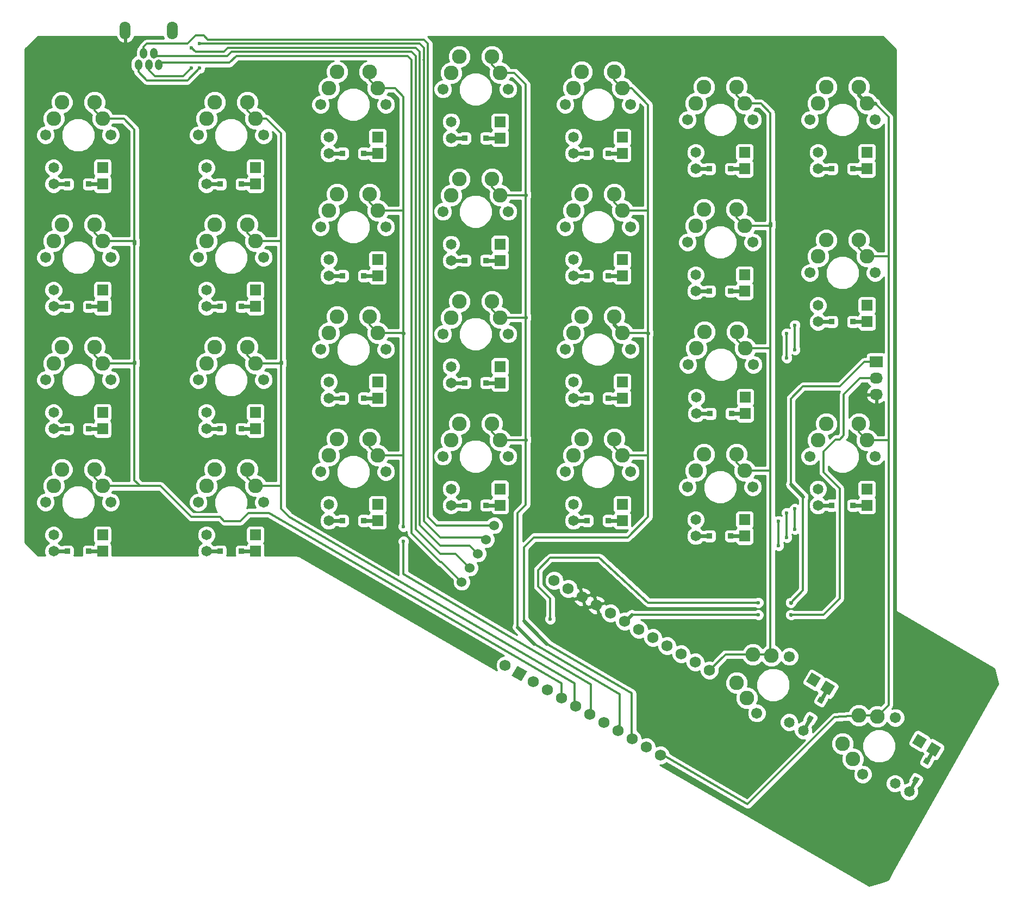
<source format=gtl>
G04 #@! TF.FileFunction,Copper,L1,Top,Signal*
%FSLAX46Y46*%
G04 Gerber Fmt 4.6, Leading zero omitted, Abs format (unit mm)*
G04 Created by KiCad (PCBNEW 4.0.2-4+6225~38~ubuntu14.04.1-stable) date wo 11 mei 2016 20:12:44 CEST*
%MOMM*%
G01*
G04 APERTURE LIST*
%ADD10C,0.100000*%
%ADD11C,0.609600*%
%ADD12C,2.286000*%
%ADD13C,1.701800*%
%ADD14C,1.651000*%
%ADD15R,2.032000X1.727200*%
%ADD16O,2.032000X1.727200*%
%ADD17C,1.752600*%
%ADD18R,1.651000X1.651000*%
%ADD19R,0.838200X0.838200*%
%ADD20O,1.143000X1.651000*%
%ADD21O,1.701800X2.794000*%
%ADD22C,1.524000*%
%ADD23C,0.600000*%
%ADD24C,0.300000*%
%ADD25C,0.600000*%
%ADD26C,0.254000*%
G04 APERTURE END LIST*
D10*
D11*
X121953114Y-108804557D02*
X123026264Y-106945806D01*
X124689964Y-104064194D02*
X125763114Y-102205443D01*
X5188000Y-23761000D02*
X7334300Y-23761000D01*
X10661700Y-23761000D02*
X12808000Y-23761000D01*
X29000000Y-23760000D02*
X31146300Y-23760000D01*
X34473700Y-23760000D02*
X36620000Y-23760000D01*
X48050000Y-18999000D02*
X50196300Y-18999000D01*
X53523700Y-18999000D02*
X55670000Y-18999000D01*
X67100000Y-16618000D02*
X69246300Y-16618000D01*
X72573700Y-16618000D02*
X74720000Y-16618000D01*
X86150000Y-18999000D02*
X88296300Y-18999000D01*
X91623700Y-18999000D02*
X93770000Y-18999000D01*
X105200000Y-21380000D02*
X107346300Y-21380000D01*
X110673700Y-21380000D02*
X112820000Y-21380000D01*
X124250000Y-21380000D02*
X126396300Y-21380000D01*
X129723700Y-21380000D02*
X131870000Y-21380000D01*
X5188000Y-42811000D02*
X7334300Y-42811000D01*
X10661700Y-42811000D02*
X12808000Y-42811000D01*
X29000000Y-42811000D02*
X31146300Y-42811000D01*
X34473700Y-42811000D02*
X36620000Y-42811000D01*
X48050000Y-38049000D02*
X50196300Y-38049000D01*
X53523700Y-38049000D02*
X55670000Y-38049000D01*
X67100000Y-35658000D02*
X69246300Y-35658000D01*
X72573700Y-35658000D02*
X74720000Y-35658000D01*
X86150000Y-38049000D02*
X88296300Y-38049000D01*
X91623700Y-38049000D02*
X93770000Y-38049000D01*
X105200000Y-40430000D02*
X107346300Y-40430000D01*
X110673700Y-40430000D02*
X112820000Y-40430000D01*
X5188000Y-61861000D02*
X7334300Y-61861000D01*
X10661700Y-61861000D02*
X12808000Y-61861000D01*
X29000000Y-61861000D02*
X31146300Y-61861000D01*
X34473700Y-61861000D02*
X36620000Y-61861000D01*
X48050000Y-57099000D02*
X50196300Y-57099000D01*
X53523700Y-57099000D02*
X55670000Y-57099000D01*
X67100000Y-54708000D02*
X69246300Y-54708000D01*
X72573700Y-54708000D02*
X74720000Y-54708000D01*
X86150000Y-57099000D02*
X88296300Y-57099000D01*
X91623700Y-57099000D02*
X93770000Y-57099000D01*
X105291000Y-59480000D02*
X107437300Y-59480000D01*
X110764700Y-59480000D02*
X112911000Y-59480000D01*
X124250000Y-45193000D02*
X126396300Y-45193000D01*
X129723700Y-45193000D02*
X131870000Y-45193000D01*
X5188000Y-80911000D02*
X7334300Y-80911000D01*
X10661700Y-80911000D02*
X12808000Y-80911000D01*
X29000000Y-80911000D02*
X31146300Y-80911000D01*
X34473700Y-80911000D02*
X36620000Y-80911000D01*
X48050000Y-76149000D02*
X50196300Y-76149000D01*
X53523700Y-76149000D02*
X55670000Y-76149000D01*
X67100000Y-73758000D02*
X69246300Y-73758000D01*
X72573700Y-73758000D02*
X74720000Y-73758000D01*
X86150000Y-76149000D02*
X88296300Y-76149000D01*
X91623700Y-76149000D02*
X93770000Y-76149000D01*
X105200000Y-78530000D02*
X107346300Y-78530000D01*
X110673700Y-78530000D02*
X112820000Y-78530000D01*
X124250000Y-73768000D02*
X126396300Y-73768000D01*
X129723700Y-73768000D02*
X131870000Y-73768000D01*
X138451114Y-118329557D02*
X139524264Y-116470806D01*
X141187964Y-113589194D02*
X142261114Y-111730443D01*
D12*
X114129591Y-96955295D03*
X113154295Y-103724557D03*
D13*
X114719000Y-106094409D03*
X119799000Y-97295591D03*
D12*
X116964295Y-97125443D03*
X111589591Y-101354705D03*
D14*
X119753409Y-107534557D03*
D10*
G36*
X123865563Y-102063097D02*
X122435755Y-101237597D01*
X123261255Y-99807789D01*
X124691063Y-100633289D01*
X123865563Y-102063097D01*
X123865563Y-102063097D01*
G37*
D14*
X121953114Y-108804557D03*
D10*
G36*
X126065268Y-103333097D02*
X124635460Y-102507597D01*
X125460960Y-101077789D01*
X126890768Y-101903289D01*
X126065268Y-103333097D01*
X126065268Y-103333097D01*
G37*
G36*
X123179665Y-107518307D02*
X122453763Y-107099207D01*
X122872863Y-106373305D01*
X123598765Y-106792405D01*
X123179665Y-107518307D01*
X123179665Y-107518307D01*
G37*
G36*
X124843365Y-104636695D02*
X124117463Y-104217595D01*
X124536563Y-103491693D01*
X125262465Y-103910793D01*
X124843365Y-104636695D01*
X124843365Y-104636695D01*
G37*
D15*
X133350000Y-51435000D03*
D16*
X133350000Y-53975000D03*
X133350000Y-56515000D03*
D17*
X85351330Y-86745886D03*
X87551034Y-88015886D03*
X89750739Y-89285886D03*
X91950443Y-90555886D03*
X94150148Y-91825886D03*
X96349852Y-93095886D03*
X98549557Y-94365886D03*
X100749261Y-95635886D03*
X102948966Y-96905886D03*
X105148670Y-98175886D03*
X107348375Y-99445886D03*
X99728375Y-112644114D03*
X97528670Y-111374114D03*
X95328966Y-110104114D03*
X93129261Y-108834114D03*
X90929557Y-107564114D03*
X88729852Y-106294114D03*
X86530148Y-105024114D03*
X84330443Y-103754114D03*
X82130739Y-102484114D03*
X79931034Y-101214114D03*
D10*
G36*
X76534282Y-100264862D02*
X77410582Y-98747066D01*
X78928378Y-99623366D01*
X78052078Y-101141162D01*
X76534282Y-100264862D01*
X76534282Y-100264862D01*
G37*
D17*
X75531625Y-98674114D03*
X83151625Y-85475886D03*
D12*
X11538000Y-11061000D03*
X5188000Y-13601000D03*
D13*
X3918000Y-16141000D03*
X14078000Y-16141000D03*
D12*
X12808000Y-13601000D03*
X6458000Y-11061000D03*
D14*
X5188000Y-21221000D03*
D18*
X12808000Y-21221000D03*
D14*
X5188000Y-23761000D03*
D18*
X12808000Y-23761000D03*
D19*
X7334300Y-23761000D03*
X10661700Y-23761000D03*
D12*
X35350000Y-11060000D03*
X29000000Y-13600000D03*
D13*
X27730000Y-16140000D03*
X37890000Y-16140000D03*
D12*
X36620000Y-13600000D03*
X30270000Y-11060000D03*
D14*
X29000000Y-21220000D03*
D18*
X36620000Y-21220000D03*
D14*
X29000000Y-23760000D03*
D18*
X36620000Y-23760000D03*
D19*
X31146300Y-23760000D03*
X34473700Y-23760000D03*
D12*
X54400000Y-6299000D03*
X48050000Y-8839000D03*
D13*
X46780000Y-11379000D03*
X56940000Y-11379000D03*
D12*
X55670000Y-8839000D03*
X49320000Y-6299000D03*
D14*
X48050000Y-16459000D03*
D18*
X55670000Y-16459000D03*
D14*
X48050000Y-18999000D03*
D18*
X55670000Y-18999000D03*
D19*
X50196300Y-18999000D03*
X53523700Y-18999000D03*
D12*
X73450000Y-3918000D03*
X67100000Y-6458000D03*
D13*
X65830000Y-8998000D03*
X75990000Y-8998000D03*
D12*
X74720000Y-6458000D03*
X68370000Y-3918000D03*
D14*
X67100000Y-14078000D03*
D18*
X74720000Y-14078000D03*
D14*
X67100000Y-16618000D03*
D18*
X74720000Y-16618000D03*
D19*
X69246300Y-16618000D03*
X72573700Y-16618000D03*
D12*
X92500000Y-6299000D03*
X86150000Y-8839000D03*
D13*
X84880000Y-11379000D03*
X95040000Y-11379000D03*
D12*
X93770000Y-8839000D03*
X87420000Y-6299000D03*
D14*
X86150000Y-16459000D03*
D18*
X93770000Y-16459000D03*
D14*
X86150000Y-18999000D03*
D18*
X93770000Y-18999000D03*
D19*
X88296300Y-18999000D03*
X91623700Y-18999000D03*
D12*
X111550000Y-8680000D03*
X105200000Y-11220000D03*
D13*
X103930000Y-13760000D03*
X114090000Y-13760000D03*
D12*
X112820000Y-11220000D03*
X106470000Y-8680000D03*
D14*
X105200000Y-18840000D03*
D18*
X112820000Y-18840000D03*
D14*
X105200000Y-21380000D03*
D18*
X112820000Y-21380000D03*
D19*
X107346300Y-21380000D03*
X110673700Y-21380000D03*
D12*
X130600000Y-8680000D03*
X124250000Y-11220000D03*
D13*
X122980000Y-13760000D03*
X133140000Y-13760000D03*
D12*
X131870000Y-11220000D03*
X125520000Y-8680000D03*
D14*
X124250000Y-18840000D03*
D18*
X131870000Y-18840000D03*
D14*
X124250000Y-21380000D03*
D18*
X131870000Y-21380000D03*
D19*
X126396300Y-21380000D03*
X129723700Y-21380000D03*
D12*
X11538000Y-30111000D03*
X5188000Y-32651000D03*
D13*
X3918000Y-35191000D03*
X14078000Y-35191000D03*
D12*
X12808000Y-32651000D03*
X6458000Y-30111000D03*
D14*
X5188000Y-40271000D03*
D18*
X12808000Y-40271000D03*
D14*
X5188000Y-42811000D03*
D18*
X12808000Y-42811000D03*
D19*
X7334300Y-42811000D03*
X10661700Y-42811000D03*
D12*
X35350000Y-30111000D03*
X29000000Y-32651000D03*
D13*
X27730000Y-35191000D03*
X37890000Y-35191000D03*
D12*
X36620000Y-32651000D03*
X30270000Y-30111000D03*
D14*
X29000000Y-40271000D03*
D18*
X36620000Y-40271000D03*
D14*
X29000000Y-42811000D03*
D18*
X36620000Y-42811000D03*
D19*
X31146300Y-42811000D03*
X34473700Y-42811000D03*
D12*
X54400000Y-25349000D03*
X48050000Y-27889000D03*
D13*
X46780000Y-30429000D03*
X56940000Y-30429000D03*
D12*
X55670000Y-27889000D03*
X49320000Y-25349000D03*
D14*
X48050000Y-35509000D03*
D18*
X55670000Y-35509000D03*
D14*
X48050000Y-38049000D03*
D18*
X55670000Y-38049000D03*
D19*
X50196300Y-38049000D03*
X53523700Y-38049000D03*
D12*
X73450000Y-22958000D03*
X67100000Y-25498000D03*
D13*
X65830000Y-28038000D03*
X75990000Y-28038000D03*
D12*
X74720000Y-25498000D03*
X68370000Y-22958000D03*
D14*
X67100000Y-33118000D03*
D18*
X74720000Y-33118000D03*
D14*
X67100000Y-35658000D03*
D18*
X74720000Y-35658000D03*
D19*
X69246300Y-35658000D03*
X72573700Y-35658000D03*
D12*
X92500000Y-25349000D03*
X86150000Y-27889000D03*
D13*
X84880000Y-30429000D03*
X95040000Y-30429000D03*
D12*
X93770000Y-27889000D03*
X87420000Y-25349000D03*
D14*
X86150000Y-35509000D03*
D18*
X93770000Y-35509000D03*
D14*
X86150000Y-38049000D03*
D18*
X93770000Y-38049000D03*
D19*
X88296300Y-38049000D03*
X91623700Y-38049000D03*
D12*
X111550000Y-27730000D03*
X105200000Y-30270000D03*
D13*
X103930000Y-32810000D03*
X114090000Y-32810000D03*
D12*
X112820000Y-30270000D03*
X106470000Y-27730000D03*
D14*
X105200000Y-37890000D03*
D18*
X112820000Y-37890000D03*
D14*
X105200000Y-40430000D03*
D18*
X112820000Y-40430000D03*
D19*
X107346300Y-40430000D03*
X110673700Y-40430000D03*
D12*
X11538000Y-49161000D03*
X5188000Y-51701000D03*
D13*
X3918000Y-54241000D03*
X14078000Y-54241000D03*
D12*
X12808000Y-51701000D03*
X6458000Y-49161000D03*
D14*
X5188000Y-59321000D03*
D18*
X12808000Y-59321000D03*
D14*
X5188000Y-61861000D03*
D18*
X12808000Y-61861000D03*
D19*
X7334300Y-61861000D03*
X10661700Y-61861000D03*
D12*
X35350000Y-49161000D03*
X29000000Y-51701000D03*
D13*
X27730000Y-54241000D03*
X37890000Y-54241000D03*
D12*
X36620000Y-51701000D03*
X30270000Y-49161000D03*
D14*
X29000000Y-59321000D03*
D18*
X36620000Y-59321000D03*
D14*
X29000000Y-61861000D03*
D18*
X36620000Y-61861000D03*
D19*
X31146300Y-61861000D03*
X34473700Y-61861000D03*
D12*
X54400000Y-44399000D03*
X48050000Y-46939000D03*
D13*
X46780000Y-49479000D03*
X56940000Y-49479000D03*
D12*
X55670000Y-46939000D03*
X49320000Y-44399000D03*
D14*
X48050000Y-54559000D03*
D18*
X55670000Y-54559000D03*
D14*
X48050000Y-57099000D03*
D18*
X55670000Y-57099000D03*
D19*
X50196300Y-57099000D03*
X53523700Y-57099000D03*
D12*
X73450000Y-42008000D03*
X67100000Y-44548000D03*
D13*
X65830000Y-47088000D03*
X75990000Y-47088000D03*
D12*
X74720000Y-44548000D03*
X68370000Y-42008000D03*
D14*
X67100000Y-52168000D03*
D18*
X74720000Y-52168000D03*
D14*
X67100000Y-54708000D03*
D18*
X74720000Y-54708000D03*
D19*
X69246300Y-54708000D03*
X72573700Y-54708000D03*
D12*
X92500000Y-44399000D03*
X86150000Y-46939000D03*
D13*
X84880000Y-49479000D03*
X95040000Y-49479000D03*
D12*
X93770000Y-46939000D03*
X87420000Y-44399000D03*
D14*
X86150000Y-54559000D03*
D18*
X93770000Y-54559000D03*
D14*
X86150000Y-57099000D03*
D18*
X93770000Y-57099000D03*
D19*
X88296300Y-57099000D03*
X91623700Y-57099000D03*
D12*
X111641000Y-46780000D03*
X105291000Y-49320000D03*
D13*
X104021000Y-51860000D03*
X114181000Y-51860000D03*
D12*
X112911000Y-49320000D03*
X106561000Y-46780000D03*
D14*
X105291000Y-56940000D03*
D18*
X112911000Y-56940000D03*
D14*
X105291000Y-59480000D03*
D18*
X112911000Y-59480000D03*
D19*
X107437300Y-59480000D03*
X110764700Y-59480000D03*
D12*
X130600000Y-32493000D03*
X124250000Y-35033000D03*
D13*
X122980000Y-37573000D03*
X133140000Y-37573000D03*
D12*
X131870000Y-35033000D03*
X125520000Y-32493000D03*
D14*
X124250000Y-42653000D03*
D18*
X131870000Y-42653000D03*
D14*
X124250000Y-45193000D03*
D18*
X131870000Y-45193000D03*
D19*
X126396300Y-45193000D03*
X129723700Y-45193000D03*
D12*
X11538000Y-68211000D03*
X5188000Y-70751000D03*
D13*
X3918000Y-73291000D03*
X14078000Y-73291000D03*
D12*
X12808000Y-70751000D03*
X6458000Y-68211000D03*
D14*
X5188000Y-78371000D03*
D18*
X12808000Y-78371000D03*
D14*
X5188000Y-80911000D03*
D18*
X12808000Y-80911000D03*
D19*
X7334300Y-80911000D03*
X10661700Y-80911000D03*
D12*
X35350000Y-68211000D03*
X29000000Y-70751000D03*
D13*
X27730000Y-73291000D03*
X37890000Y-73291000D03*
D12*
X36620000Y-70751000D03*
X30270000Y-68211000D03*
D14*
X29000000Y-78371000D03*
D18*
X36620000Y-78371000D03*
D14*
X29000000Y-80911000D03*
D18*
X36620000Y-80911000D03*
D19*
X31146300Y-80911000D03*
X34473700Y-80911000D03*
D12*
X54400000Y-63449000D03*
X48050000Y-65989000D03*
D13*
X46780000Y-68529000D03*
X56940000Y-68529000D03*
D12*
X55670000Y-65989000D03*
X49320000Y-63449000D03*
D14*
X48050000Y-73609000D03*
D18*
X55670000Y-73609000D03*
D14*
X48050000Y-76149000D03*
D18*
X55670000Y-76149000D03*
D19*
X50196300Y-76149000D03*
X53523700Y-76149000D03*
D12*
X73450000Y-61058000D03*
X67100000Y-63598000D03*
D13*
X65830000Y-66138000D03*
X75990000Y-66138000D03*
D12*
X74720000Y-63598000D03*
X68370000Y-61058000D03*
D14*
X67100000Y-71218000D03*
D18*
X74720000Y-71218000D03*
D14*
X67100000Y-73758000D03*
D18*
X74720000Y-73758000D03*
D19*
X69246300Y-73758000D03*
X72573700Y-73758000D03*
D12*
X92500000Y-63449000D03*
X86150000Y-65989000D03*
D13*
X84880000Y-68529000D03*
X95040000Y-68529000D03*
D12*
X93770000Y-65989000D03*
X87420000Y-63449000D03*
D14*
X86150000Y-73609000D03*
D18*
X93770000Y-73609000D03*
D14*
X86150000Y-76149000D03*
D18*
X93770000Y-76149000D03*
D19*
X88296300Y-76149000D03*
X91623700Y-76149000D03*
D12*
X111550000Y-65830000D03*
X105200000Y-68370000D03*
D13*
X103930000Y-70910000D03*
X114090000Y-70910000D03*
D12*
X112820000Y-68370000D03*
X106470000Y-65830000D03*
D14*
X105200000Y-75990000D03*
D18*
X112820000Y-75990000D03*
D14*
X105200000Y-78530000D03*
D18*
X112820000Y-78530000D03*
D19*
X107346300Y-78530000D03*
X110673700Y-78530000D03*
D12*
X130600000Y-61068000D03*
X124250000Y-63608000D03*
D13*
X122980000Y-66148000D03*
X133140000Y-66148000D03*
D12*
X131870000Y-63608000D03*
X125520000Y-61068000D03*
D14*
X124250000Y-71228000D03*
D18*
X131870000Y-71228000D03*
D14*
X124250000Y-73768000D03*
D18*
X131870000Y-73768000D03*
D19*
X126396300Y-73768000D03*
X129723700Y-73768000D03*
D12*
X130627591Y-106480295D03*
X129652295Y-113249557D03*
D13*
X131217000Y-115619409D03*
X136297000Y-106820591D03*
D12*
X133462295Y-106650443D03*
X128087591Y-110879705D03*
D14*
X136251409Y-117059557D03*
D10*
G36*
X140363563Y-111588097D02*
X138933755Y-110762597D01*
X139759255Y-109332789D01*
X141189063Y-110158289D01*
X140363563Y-111588097D01*
X140363563Y-111588097D01*
G37*
D14*
X138451114Y-118329557D03*
D10*
G36*
X142563268Y-112858097D02*
X141133460Y-112032597D01*
X141958960Y-110602789D01*
X143388768Y-111428289D01*
X142563268Y-112858097D01*
X142563268Y-112858097D01*
G37*
G36*
X139677665Y-117043307D02*
X138951763Y-116624207D01*
X139370863Y-115898305D01*
X140096765Y-116317405D01*
X139677665Y-117043307D01*
X139677665Y-117043307D01*
G37*
G36*
X141341365Y-114161695D02*
X140615463Y-113742595D01*
X141034563Y-113016693D01*
X141760465Y-113435793D01*
X141341365Y-114161695D01*
X141341365Y-114161695D01*
G37*
D20*
X21600200Y-5168900D03*
X20800100Y-3421380D03*
X20000000Y-5168900D03*
X19199900Y-3421380D03*
X18399800Y-5168900D03*
D21*
X16352560Y154940D03*
X23647440Y154940D03*
D22*
X73830148Y-76880591D03*
X72560148Y-79080295D03*
X71290148Y-81280000D03*
X70020148Y-83479705D03*
X68750148Y-85679409D03*
D23*
X114935000Y-88900000D03*
X82550000Y-91440000D03*
X120015000Y-88900000D03*
X120015000Y-90805000D03*
X114935000Y-90805000D03*
X118110000Y-80010000D03*
X118110000Y-76200000D03*
X119380000Y-74930000D03*
X119380000Y-78740000D03*
X119380000Y-46990000D03*
X119380000Y-50800000D03*
X120650000Y-45720000D03*
X120650000Y-49530000D03*
X120650000Y-74295000D03*
X120650000Y-77470000D03*
X59690000Y-77049002D03*
X59690000Y-79375000D03*
X26670000Y-5715000D03*
X26670000Y-2540000D03*
X27940000Y-1905000D03*
X27940000Y-5715000D03*
D24*
X131445000Y-51435000D02*
X133350000Y-51435000D01*
X82550000Y-88265000D02*
X80645000Y-86360000D01*
X80645000Y-86360000D02*
X80645000Y-83820000D01*
X80645000Y-83820000D02*
X82550000Y-81915000D01*
X82550000Y-81915000D02*
X90170000Y-81915000D01*
X90170000Y-81915000D02*
X97790000Y-88900000D01*
X97790000Y-88900000D02*
X114935000Y-88900000D01*
X82550000Y-89535000D02*
X82550000Y-91440000D01*
X82550000Y-89535000D02*
X82550000Y-88265000D01*
X120015000Y-59055000D02*
X120015000Y-57150000D01*
D25*
X121920000Y-72390000D02*
X120015000Y-70485000D01*
D24*
X120015000Y-70485000D02*
X120015000Y-59055000D01*
X121920000Y-86995000D02*
X121920000Y-72390000D01*
X127635000Y-55245000D02*
X131445000Y-51435000D01*
X121920000Y-55245000D02*
X127635000Y-55245000D01*
X120015000Y-57150000D02*
X121920000Y-55245000D01*
D25*
X120015000Y-88900000D02*
X120015000Y-88900000D01*
D24*
X120015000Y-88900000D02*
X121920000Y-86995000D01*
X133350000Y-53975000D02*
X130810000Y-53975000D01*
X95250000Y-90805000D02*
X114935000Y-90805000D01*
D25*
X95250000Y-90805000D02*
X94229114Y-91825886D01*
D24*
X130810000Y-53975000D02*
X128270000Y-56515000D01*
D25*
X94150148Y-91825886D02*
X94229114Y-91825886D01*
X120015000Y-90805000D02*
X120015000Y-90805000D01*
D24*
X125095000Y-90805000D02*
X120015000Y-90805000D01*
X127635000Y-88265000D02*
X125095000Y-90805000D01*
X127635000Y-71120000D02*
X127635000Y-88265000D01*
X125095000Y-68580000D02*
X127635000Y-71120000D01*
X125095000Y-65405000D02*
X125095000Y-68580000D01*
X127000000Y-63500000D02*
X125095000Y-65405000D01*
X127635000Y-63500000D02*
X127000000Y-63500000D01*
X128270000Y-62865000D02*
X127635000Y-63500000D01*
X128270000Y-61595000D02*
X128270000Y-62865000D01*
X128270000Y-56515000D02*
X128270000Y-61595000D01*
D25*
X105148670Y-98175886D02*
X105148670Y-98051330D01*
D24*
X118110000Y-76200000D02*
X118110000Y-80010000D01*
X114129591Y-96955295D02*
X109838966Y-96955295D01*
X109838966Y-96955295D02*
X107348375Y-99445886D01*
X116840000Y-68370000D02*
X116840000Y-97001148D01*
D25*
X116840000Y-97001148D02*
X116964295Y-97125443D01*
D24*
X112820000Y-30270000D02*
X116840000Y-30270000D01*
D25*
X116840000Y-30270000D02*
X116840000Y-29845000D01*
D24*
X112911000Y-49320000D02*
X116840000Y-49320000D01*
X116840000Y-49320000D02*
X116840000Y-49530000D01*
X112820000Y-68370000D02*
X116840000Y-68370000D01*
X116840000Y-68370000D02*
X116840000Y-68580000D01*
X112820000Y-11220000D02*
X115360000Y-11220000D01*
X115360000Y-11220000D02*
X116840000Y-12700000D01*
X116840000Y-12700000D02*
X116840000Y-29845000D01*
X116840000Y-29845000D02*
X116840000Y-49530000D01*
X116840000Y-49530000D02*
X116840000Y-68580000D01*
X114129591Y-96955295D02*
X116794147Y-96955295D01*
D25*
X116794147Y-96955295D02*
X116964295Y-97125443D01*
D24*
X111550000Y-65830000D02*
X111550000Y-67100000D01*
X111550000Y-67100000D02*
X112820000Y-68370000D01*
X111641000Y-46780000D02*
X111641000Y-48050000D01*
X111641000Y-48050000D02*
X112911000Y-49320000D01*
X111550000Y-27730000D02*
X111550000Y-29000000D01*
X111550000Y-29000000D02*
X112820000Y-30270000D01*
X111550000Y-8680000D02*
X111550000Y-9950000D01*
X111550000Y-9950000D02*
X112820000Y-11220000D01*
X119380000Y-74930000D02*
X119380000Y-78740000D01*
X119380000Y-46990000D02*
X119380000Y-50800000D01*
X120650000Y-45720000D02*
X120650000Y-49530000D01*
X120650000Y-74295000D02*
X120650000Y-77470000D01*
X78422500Y-91757500D02*
X78422500Y-80327500D01*
X78422500Y-80327500D02*
X80010000Y-78740000D01*
D25*
X78422500Y-91757500D02*
X80645000Y-93980000D01*
D24*
X95328966Y-109298966D02*
X95250000Y-109220000D01*
X95250000Y-109220000D02*
X95250000Y-103002907D01*
D25*
X81915000Y-95250000D02*
X81280000Y-94615000D01*
D24*
X94615000Y-78740000D02*
X97790000Y-75565000D01*
X94615000Y-78740000D02*
X80010000Y-78740000D01*
X97790000Y-66040000D02*
X97790000Y-75565000D01*
D25*
X81280000Y-94615000D02*
X80645000Y-93980000D01*
D24*
X95250000Y-103002907D02*
X81915000Y-95250000D01*
X95328966Y-110104114D02*
X95328966Y-109298966D01*
X93770000Y-27889000D02*
X97790000Y-27889000D01*
X97790000Y-27889000D02*
X97790000Y-27940000D01*
X93770000Y-46939000D02*
X97790000Y-46939000D01*
D25*
X97790000Y-46939000D02*
X97790000Y-46990000D01*
D24*
X93770000Y-65989000D02*
X97790000Y-65989000D01*
X97790000Y-65989000D02*
X97790000Y-66040000D01*
X93770000Y-8839000D02*
X95199000Y-8839000D01*
X95199000Y-8839000D02*
X97790000Y-11430000D01*
X97790000Y-11430000D02*
X97790000Y-27940000D01*
X97790000Y-27940000D02*
X97790000Y-46990000D01*
X97790000Y-46990000D02*
X97790000Y-66040000D01*
X92500000Y-6299000D02*
X92500000Y-7569000D01*
X92500000Y-7569000D02*
X93770000Y-8839000D01*
X92500000Y-25349000D02*
X92500000Y-26619000D01*
X92500000Y-26619000D02*
X93770000Y-27889000D01*
D25*
X92500000Y-44399000D02*
X92500000Y-45669000D01*
X92500000Y-45669000D02*
X93770000Y-46939000D01*
D24*
X92500000Y-63449000D02*
X92500000Y-64719000D01*
X92500000Y-64719000D02*
X93770000Y-65989000D01*
X130627591Y-106480295D02*
X126825318Y-106740908D01*
X126825318Y-106740908D02*
X113290613Y-120275613D01*
X113290613Y-120275613D02*
X99695000Y-112395000D01*
X135255000Y-76200000D02*
X135255000Y-104857738D01*
X135255000Y-64135000D02*
X135255000Y-76200000D01*
X135255000Y-104857738D02*
X133462295Y-106650443D01*
X131870000Y-35033000D02*
X135255000Y-35033000D01*
X135255000Y-35033000D02*
X135255000Y-35560000D01*
X131870000Y-63608000D02*
X135255000Y-63608000D01*
X135255000Y-63608000D02*
X135255000Y-64135000D01*
D25*
X131870000Y-11220000D02*
X133140000Y-11220000D01*
D24*
X135255000Y-13335000D02*
X135255000Y-35560000D01*
X133140000Y-11220000D02*
X135255000Y-13335000D01*
X135255000Y-35560000D02*
X135255000Y-64135000D01*
X130627591Y-106480295D02*
X133292147Y-106480295D01*
D25*
X133292147Y-106480295D02*
X133462295Y-106650443D01*
X130600000Y-8680000D02*
X130600000Y-9950000D01*
X130600000Y-9950000D02*
X131870000Y-11220000D01*
D24*
X130600000Y-32493000D02*
X130600000Y-33763000D01*
X130600000Y-33763000D02*
X131870000Y-35033000D01*
X130600000Y-61068000D02*
X130600000Y-62338000D01*
X130600000Y-62338000D02*
X131870000Y-63608000D01*
X77470000Y-92710000D02*
X77470000Y-74930000D01*
X78740000Y-73660000D02*
X77470000Y-74930000D01*
X78740000Y-64770000D02*
X78740000Y-63500000D01*
X78740000Y-64770000D02*
X78740000Y-73660000D01*
D25*
X77470000Y-92710000D02*
X78740000Y-93980000D01*
X78740000Y-93980000D02*
X80010000Y-95250000D01*
X78740000Y-63598000D02*
X78740000Y-63500000D01*
D24*
X78740000Y-44450000D02*
X78740000Y-63500000D01*
X93129261Y-108834114D02*
X93129261Y-108165739D01*
X93129261Y-108165739D02*
X93345000Y-107950000D01*
X93345000Y-107950000D02*
X93345000Y-103129773D01*
X80010000Y-95250000D02*
X93345000Y-103129773D01*
X74720000Y-44548000D02*
X78740000Y-44548000D01*
D25*
X78740000Y-44548000D02*
X78740000Y-44450000D01*
D24*
X74720000Y-25498000D02*
X78740000Y-25498000D01*
D25*
X78740000Y-25498000D02*
X78740000Y-25400000D01*
D24*
X74720000Y-63598000D02*
X78740000Y-63598000D01*
X74720000Y-6458000D02*
X76943000Y-6458000D01*
X78740000Y-8255000D02*
X78740000Y-25400000D01*
X76943000Y-6458000D02*
X78740000Y-8255000D01*
X78740000Y-25400000D02*
X78740000Y-44450000D01*
X73450000Y-61058000D02*
X73450000Y-62328000D01*
X73450000Y-62328000D02*
X74720000Y-63598000D01*
X73450000Y-42008000D02*
X73450000Y-43278000D01*
X73450000Y-43278000D02*
X74720000Y-44548000D01*
X73450000Y-22958000D02*
X73450000Y-24228000D01*
X73450000Y-24228000D02*
X74720000Y-25498000D01*
X73450000Y-3918000D02*
X73450000Y-5188000D01*
X73450000Y-5188000D02*
X74720000Y-6458000D01*
X88900000Y-101600000D02*
X88900000Y-106123966D01*
X59690000Y-84455000D02*
X88900000Y-101600000D01*
X59690000Y-84455000D02*
X59690000Y-79375000D01*
X59690000Y-77049002D02*
X59690000Y-66040000D01*
X59690000Y-66040000D02*
X59690000Y-65989000D01*
X55670000Y-27889000D02*
X59690000Y-27889000D01*
X59690000Y-27889000D02*
X59690000Y-27940000D01*
X55670000Y-46939000D02*
X59690000Y-46939000D01*
D25*
X59690000Y-46939000D02*
X59690000Y-46990000D01*
D24*
X55670000Y-65989000D02*
X59690000Y-65989000D01*
X59690000Y-65989000D02*
X59690000Y-66040000D01*
X55670000Y-8839000D02*
X58369000Y-8839000D01*
X58369000Y-8839000D02*
X59690000Y-10160000D01*
X59690000Y-10160000D02*
X59690000Y-27940000D01*
X59690000Y-45720000D02*
X59690000Y-46990000D01*
X59690000Y-27940000D02*
X59690000Y-45720000D01*
X59690000Y-46990000D02*
X59690000Y-66040000D01*
X54400000Y-6299000D02*
X54400000Y-7569000D01*
X54400000Y-7569000D02*
X55670000Y-8839000D01*
X54400000Y-25349000D02*
X54400000Y-26619000D01*
X54400000Y-26619000D02*
X55670000Y-27889000D01*
X54400000Y-44399000D02*
X54400000Y-45669000D01*
X54400000Y-45669000D02*
X55670000Y-46939000D01*
X54400000Y-63449000D02*
X54400000Y-64719000D01*
X54400000Y-64719000D02*
X55670000Y-65989000D01*
D25*
X88900000Y-106123966D02*
X88729852Y-106294114D01*
D24*
X40640000Y-74295000D02*
X40640000Y-70485000D01*
X40640000Y-74295000D02*
X41910000Y-75565000D01*
X41910000Y-75565000D02*
X86360000Y-101494167D01*
X36620000Y-32651000D02*
X40640000Y-32651000D01*
X40640000Y-32651000D02*
X40640000Y-33020000D01*
X36620000Y-51701000D02*
X40640000Y-51701000D01*
D25*
X40640000Y-51701000D02*
X40640000Y-51435000D01*
D24*
X36620000Y-70751000D02*
X40640000Y-70751000D01*
X40640000Y-70751000D02*
X40640000Y-70485000D01*
X40640000Y-70485000D02*
X40640000Y-68580000D01*
X40640000Y-68580000D02*
X40640000Y-53975000D01*
X40640000Y-53975000D02*
X40640000Y-51435000D01*
X40640000Y-51435000D02*
X40640000Y-43180000D01*
X40640000Y-34925000D02*
X40640000Y-33020000D01*
X40640000Y-43180000D02*
X40640000Y-34925000D01*
X38365000Y-13600000D02*
X36620000Y-13600000D01*
X40640000Y-15875000D02*
X38365000Y-13600000D01*
X40640000Y-24765000D02*
X40640000Y-15875000D01*
X40640000Y-33020000D02*
X40640000Y-24765000D01*
X35350000Y-68211000D02*
X35350000Y-69481000D01*
X35350000Y-69481000D02*
X36620000Y-70751000D01*
X35350000Y-49161000D02*
X35350000Y-50431000D01*
X35350000Y-50431000D02*
X36620000Y-51701000D01*
X35350000Y-30111000D02*
X35350000Y-31381000D01*
X35350000Y-31381000D02*
X36620000Y-32651000D01*
X35350000Y-11060000D02*
X35350000Y-12330000D01*
X35350000Y-12330000D02*
X36620000Y-13600000D01*
X86360000Y-104853966D02*
X86360000Y-101494167D01*
X86360000Y-104853966D02*
X86530148Y-105024114D01*
X34290000Y-76200000D02*
X31750000Y-76200000D01*
X35560000Y-74930000D02*
X34290000Y-76200000D01*
X84330443Y-101475443D02*
X38735000Y-74930000D01*
X38735000Y-74930000D02*
X35560000Y-74930000D01*
X21856000Y-70751000D02*
X18681000Y-70751000D01*
X26670000Y-75565000D02*
X21856000Y-70751000D01*
X31115000Y-75565000D02*
X26670000Y-75565000D01*
X31750000Y-76200000D02*
X31115000Y-75565000D01*
X12808000Y-32651000D02*
X17780000Y-32651000D01*
D25*
X17780000Y-32651000D02*
X17780000Y-33020000D01*
D24*
X12808000Y-51701000D02*
X17780000Y-51701000D01*
D25*
X17780000Y-51701000D02*
X17780000Y-51435000D01*
D24*
X12808000Y-70751000D02*
X18681000Y-70751000D01*
X18681000Y-70751000D02*
X18415000Y-70485000D01*
X17780000Y-69850000D02*
X17780000Y-68580000D01*
X17780000Y-69850000D02*
X18415000Y-70485000D01*
X17780000Y-68580000D02*
X17780000Y-64135000D01*
X12808000Y-13601000D02*
X16141000Y-13601000D01*
X17780000Y-15240000D02*
X17780000Y-33020000D01*
X16141000Y-13601000D02*
X17780000Y-15240000D01*
X17780000Y-33020000D02*
X17780000Y-34925000D01*
X17780000Y-36830000D02*
X17780000Y-51435000D01*
X17780000Y-34925000D02*
X17780000Y-36830000D01*
X17780000Y-51435000D02*
X17780000Y-53975000D01*
X17780000Y-53975000D02*
X17780000Y-64135000D01*
X17780000Y-64135000D02*
X17780000Y-63500000D01*
X11538000Y-11061000D02*
X11538000Y-12331000D01*
X11538000Y-12331000D02*
X12808000Y-13601000D01*
X11538000Y-30111000D02*
X11538000Y-31381000D01*
X11538000Y-31381000D02*
X12808000Y-32651000D01*
X11538000Y-49161000D02*
X11538000Y-50431000D01*
X11538000Y-50431000D02*
X12808000Y-51701000D01*
X11538000Y-68211000D02*
X11538000Y-69481000D01*
X11538000Y-69481000D02*
X12808000Y-70751000D01*
X84330443Y-103754114D02*
X84330443Y-101475443D01*
X51435000Y-3810000D02*
X33655000Y-3810000D01*
X21600200Y-4894580D02*
X32570420Y-4894580D01*
X33655000Y-3810000D02*
X32570420Y-4894580D01*
X60325000Y-3810000D02*
X51435000Y-3810000D01*
X60960000Y-4445000D02*
X60960000Y-68580000D01*
X60960000Y-4445000D02*
X60325000Y-3810000D01*
X60960000Y-78105000D02*
X60960000Y-68580000D01*
X65405000Y-82550000D02*
X60960000Y-78105000D01*
X65405000Y-82550000D02*
X65620739Y-82550000D01*
X65620739Y-82550000D02*
X68750148Y-85679409D01*
X51435000Y-3175000D02*
X32869578Y-3175000D01*
X20914400Y-3810000D02*
X32234578Y-3810000D01*
X32869578Y-3175000D02*
X32234578Y-3810000D01*
X20914400Y-3810000D02*
X20800100Y-3695700D01*
X60960000Y-3175000D02*
X51435000Y-3175000D01*
X61595000Y-3810000D02*
X60960000Y-3175000D01*
X61595000Y-4445000D02*
X61595000Y-68580000D01*
X65405000Y-81280000D02*
X61595000Y-77470000D01*
X61595000Y-77470000D02*
X61595000Y-68580000D01*
X61595000Y-4445000D02*
X61595000Y-3810000D01*
X65405000Y-81280000D02*
X67820443Y-81280000D01*
X67820443Y-81280000D02*
X70020148Y-83479705D01*
X70020148Y-80010000D02*
X71290148Y-81280000D01*
X51435000Y-2574998D02*
X32350002Y-2574998D01*
X32350002Y-2574998D02*
X31750000Y-3175000D01*
X20000000Y-6030000D02*
X20000000Y-4894580D01*
X20955000Y-6985000D02*
X20000000Y-6030000D01*
X25400000Y-6985000D02*
X20955000Y-6985000D01*
X26670000Y-5715000D02*
X25400000Y-6985000D01*
X27305000Y-3175000D02*
X26670000Y-2540000D01*
X31750000Y-3175000D02*
X27305000Y-3175000D01*
X62230000Y-4445000D02*
X62230000Y-3175000D01*
X62230000Y-76835000D02*
X62230000Y-68580000D01*
X65405000Y-80010000D02*
X62230000Y-76835000D01*
X62230000Y-4445000D02*
X62230000Y-68580000D01*
X51435000Y-2574998D02*
X61629998Y-2574998D01*
X62230000Y-3175000D02*
X61629998Y-2574998D01*
X51435000Y-2574998D02*
X51435000Y-2574998D01*
X51435000Y-2574998D02*
X51435000Y-2574998D01*
X65405000Y-80010000D02*
X70020148Y-80010000D01*
X73830148Y-76880591D02*
X64815591Y-76880591D01*
X62865000Y-1270000D02*
X51435000Y-1270000D01*
X63500000Y-1905000D02*
X62865000Y-1270000D01*
X64815591Y-76880591D02*
X64770000Y-76835000D01*
X63500000Y-4445000D02*
X63500000Y-1905000D01*
X64770000Y-76835000D02*
X63500000Y-75565000D01*
X63500000Y-75565000D02*
X63500000Y-68580000D01*
X63500000Y-4445000D02*
X63500000Y-68580000D01*
X29210000Y-1270000D02*
X28575000Y-635000D01*
X51435000Y-1270000D02*
X29210000Y-1270000D01*
X28575000Y-635000D02*
X27305000Y-635000D01*
X27305000Y-635000D02*
X26035000Y-1905000D01*
X26035000Y-1905000D02*
X19685000Y-1905000D01*
X19685000Y-1905000D02*
X19199900Y-2390100D01*
X19199900Y-3695700D02*
X19199900Y-2390100D01*
X72219853Y-78740000D02*
X65405000Y-78740000D01*
X72219853Y-78740000D02*
X72560148Y-79080295D01*
X62230000Y-1905000D02*
X27940000Y-1905000D01*
X62865000Y-68580000D02*
X62865000Y-4479998D01*
X62865000Y-68580000D02*
X62865000Y-69215000D01*
X65405000Y-78740000D02*
X62865000Y-76200000D01*
X62865000Y-76200000D02*
X62865000Y-69215000D01*
X62865000Y-4479998D02*
X62865000Y-2540000D01*
X62865000Y-2540000D02*
X62230000Y-1905000D01*
X62865000Y-4479998D02*
X62830002Y-4445000D01*
X27940000Y-5715000D02*
X26035000Y-7620000D01*
X26035000Y-7620000D02*
X19685000Y-7620000D01*
X19685000Y-7620000D02*
X18399800Y-6334800D01*
X18399800Y-6334800D02*
X18399800Y-4894580D01*
D26*
G36*
X15028368Y-1077122D02*
X15391672Y-1531653D01*
X15901263Y-1812554D01*
X15995528Y-1833529D01*
X16225560Y-1712219D01*
X16225560Y-762000D01*
X16479560Y-762000D01*
X16479560Y-1712219D01*
X16709592Y-1833529D01*
X16803857Y-1812554D01*
X17313448Y-1531653D01*
X17676752Y-1077122D01*
X17767917Y-762000D01*
X22232083Y-762000D01*
X22323248Y-1077122D01*
X22357520Y-1120000D01*
X19685000Y-1120000D01*
X19384593Y-1179755D01*
X19129921Y-1349921D01*
X18644821Y-1835021D01*
X18474655Y-2089693D01*
X18474655Y-2089694D01*
X18449305Y-2217135D01*
X18346776Y-2285643D01*
X18085239Y-2677059D01*
X17993400Y-3138767D01*
X17993400Y-3703993D01*
X18004236Y-3758469D01*
X17938092Y-3771626D01*
X17546676Y-4033163D01*
X17285139Y-4424579D01*
X17193300Y-4886287D01*
X17193300Y-5451513D01*
X17285139Y-5913221D01*
X17546676Y-6304637D01*
X17618323Y-6352510D01*
X17674555Y-6635207D01*
X17844721Y-6889879D01*
X19129921Y-8175079D01*
X19384593Y-8345245D01*
X19685000Y-8405000D01*
X26035000Y-8405000D01*
X26335407Y-8345245D01*
X26590079Y-8175079D01*
X28115005Y-6650153D01*
X28125167Y-6650162D01*
X28468943Y-6508117D01*
X28732192Y-6245327D01*
X28874838Y-5901799D01*
X28875032Y-5679580D01*
X32570420Y-5679580D01*
X32870827Y-5619825D01*
X33125499Y-5449659D01*
X33980158Y-4595000D01*
X48788047Y-4595000D01*
X48314160Y-4790806D01*
X47813564Y-5290529D01*
X47542309Y-5943782D01*
X47541692Y-6651114D01*
X47710931Y-7060703D01*
X47697886Y-7060692D01*
X47044160Y-7330806D01*
X46543564Y-7830529D01*
X46272309Y-8483782D01*
X46271692Y-9191114D01*
X46541806Y-9844840D01*
X46589815Y-9892933D01*
X46485733Y-9892842D01*
X45939405Y-10118580D01*
X45521049Y-10536206D01*
X45294358Y-11082139D01*
X45293842Y-11673267D01*
X45519580Y-12219595D01*
X45937206Y-12637951D01*
X46483139Y-12864642D01*
X47074267Y-12865158D01*
X47620595Y-12639420D01*
X48038951Y-12221794D01*
X48172726Y-11899626D01*
X49230645Y-11899626D01*
X49630028Y-12866207D01*
X50368904Y-13606373D01*
X51334785Y-14007442D01*
X52380626Y-14008355D01*
X53347207Y-13608972D01*
X54087373Y-12870096D01*
X54488442Y-11904215D01*
X54489355Y-10858374D01*
X54089972Y-9891793D01*
X53351096Y-9151627D01*
X52385215Y-8750558D01*
X51339374Y-8749645D01*
X50372793Y-9149028D01*
X49632627Y-9887904D01*
X49231558Y-10853785D01*
X49230645Y-11899626D01*
X48172726Y-11899626D01*
X48265642Y-11675861D01*
X48266158Y-11084733D01*
X48072903Y-10617021D01*
X48402114Y-10617308D01*
X49055840Y-10347194D01*
X49556436Y-9847471D01*
X49827691Y-9194218D01*
X49828308Y-8486886D01*
X49659069Y-8077297D01*
X49672114Y-8077308D01*
X50325840Y-7807194D01*
X50826436Y-7307471D01*
X51097691Y-6654218D01*
X51098308Y-5946886D01*
X50828194Y-5293160D01*
X50328471Y-4792564D01*
X49852685Y-4595000D01*
X53868047Y-4595000D01*
X53394160Y-4790806D01*
X52893564Y-5290529D01*
X52622309Y-5943782D01*
X52621692Y-6651114D01*
X52891806Y-7304840D01*
X53391529Y-7805436D01*
X53724354Y-7943637D01*
X53844921Y-8124079D01*
X53983944Y-8263102D01*
X53892309Y-8483782D01*
X53891692Y-9191114D01*
X54161806Y-9844840D01*
X54661529Y-10345436D01*
X55314782Y-10616691D01*
X55647508Y-10616981D01*
X55454358Y-11082139D01*
X55453842Y-11673267D01*
X55679580Y-12219595D01*
X56097206Y-12637951D01*
X56643139Y-12864642D01*
X57234267Y-12865158D01*
X57780595Y-12639420D01*
X58198951Y-12221794D01*
X58425642Y-11675861D01*
X58426158Y-11084733D01*
X58200420Y-10538405D01*
X57782794Y-10120049D01*
X57236861Y-9893358D01*
X57130562Y-9893265D01*
X57176436Y-9847471D01*
X57269229Y-9624000D01*
X58043842Y-9624000D01*
X58905000Y-10485158D01*
X58905000Y-27104000D01*
X57269443Y-27104000D01*
X57178194Y-26883160D01*
X56678471Y-26382564D01*
X56025218Y-26111309D01*
X56008658Y-26111295D01*
X56177691Y-25704218D01*
X56178308Y-24996886D01*
X55908194Y-24343160D01*
X55408471Y-23842564D01*
X54755218Y-23571309D01*
X54047886Y-23570692D01*
X53394160Y-23840806D01*
X52893564Y-24340529D01*
X52622309Y-24993782D01*
X52621692Y-25701114D01*
X52891806Y-26354840D01*
X53391529Y-26855436D01*
X53724354Y-26993637D01*
X53844921Y-27174079D01*
X53983944Y-27313102D01*
X53892309Y-27533782D01*
X53891692Y-28241114D01*
X54161806Y-28894840D01*
X54661529Y-29395436D01*
X55314782Y-29666691D01*
X55647508Y-29666981D01*
X55454358Y-30132139D01*
X55453842Y-30723267D01*
X55679580Y-31269595D01*
X56097206Y-31687951D01*
X56643139Y-31914642D01*
X57234267Y-31915158D01*
X57780595Y-31689420D01*
X58198951Y-31271794D01*
X58425642Y-30725861D01*
X58426158Y-30134733D01*
X58200420Y-29588405D01*
X57782794Y-29170049D01*
X57236861Y-28943358D01*
X57130562Y-28943265D01*
X57176436Y-28897471D01*
X57269229Y-28674000D01*
X58905000Y-28674000D01*
X58905000Y-46154000D01*
X57269443Y-46154000D01*
X57178194Y-45933160D01*
X56678471Y-45432564D01*
X56025218Y-45161309D01*
X56008658Y-45161295D01*
X56177691Y-44754218D01*
X56178308Y-44046886D01*
X55908194Y-43393160D01*
X55408471Y-42892564D01*
X54755218Y-42621309D01*
X54047886Y-42620692D01*
X53394160Y-42890806D01*
X52893564Y-43390529D01*
X52622309Y-44043782D01*
X52621692Y-44751114D01*
X52891806Y-45404840D01*
X53391529Y-45905436D01*
X53724354Y-46043637D01*
X53844921Y-46224079D01*
X53983944Y-46363102D01*
X53892309Y-46583782D01*
X53891692Y-47291114D01*
X54161806Y-47944840D01*
X54661529Y-48445436D01*
X55314782Y-48716691D01*
X55647508Y-48716981D01*
X55454358Y-49182139D01*
X55453842Y-49773267D01*
X55679580Y-50319595D01*
X56097206Y-50737951D01*
X56643139Y-50964642D01*
X57234267Y-50965158D01*
X57780595Y-50739420D01*
X58198951Y-50321794D01*
X58425642Y-49775861D01*
X58426158Y-49184733D01*
X58200420Y-48638405D01*
X57782794Y-48220049D01*
X57236861Y-47993358D01*
X57130562Y-47993265D01*
X57176436Y-47947471D01*
X57269229Y-47724000D01*
X58905000Y-47724000D01*
X58905000Y-65204000D01*
X57269443Y-65204000D01*
X57178194Y-64983160D01*
X56678471Y-64482564D01*
X56025218Y-64211309D01*
X56008658Y-64211295D01*
X56177691Y-63804218D01*
X56178308Y-63096886D01*
X55908194Y-62443160D01*
X55408471Y-61942564D01*
X54755218Y-61671309D01*
X54047886Y-61670692D01*
X53394160Y-61940806D01*
X52893564Y-62440529D01*
X52622309Y-63093782D01*
X52621692Y-63801114D01*
X52891806Y-64454840D01*
X53391529Y-64955436D01*
X53724354Y-65093637D01*
X53844921Y-65274079D01*
X53983944Y-65413102D01*
X53892309Y-65633782D01*
X53891692Y-66341114D01*
X54161806Y-66994840D01*
X54661529Y-67495436D01*
X55314782Y-67766691D01*
X55647508Y-67766981D01*
X55454358Y-68232139D01*
X55453842Y-68823267D01*
X55679580Y-69369595D01*
X56097206Y-69787951D01*
X56643139Y-70014642D01*
X57234267Y-70015158D01*
X57780595Y-69789420D01*
X58198951Y-69371794D01*
X58425642Y-68825861D01*
X58426158Y-68234733D01*
X58200420Y-67688405D01*
X57782794Y-67270049D01*
X57236861Y-67043358D01*
X57130562Y-67043265D01*
X57176436Y-66997471D01*
X57269229Y-66774000D01*
X58905000Y-66774000D01*
X58905000Y-76511496D01*
X58897808Y-76518675D01*
X58755162Y-76862203D01*
X58754838Y-77234169D01*
X58896883Y-77577945D01*
X59159673Y-77841194D01*
X59503201Y-77983840D01*
X59875167Y-77984164D01*
X60175000Y-77860276D01*
X60175000Y-78105000D01*
X60234755Y-78405407D01*
X60404921Y-78660079D01*
X64849921Y-83105079D01*
X65104593Y-83275245D01*
X65268412Y-83307831D01*
X67355591Y-85395010D01*
X67353391Y-85400309D01*
X67352906Y-85956070D01*
X67565138Y-86469712D01*
X67957778Y-86863038D01*
X68471048Y-87076166D01*
X69026809Y-87076651D01*
X69540451Y-86864419D01*
X69933777Y-86471779D01*
X70146905Y-85958509D01*
X70147390Y-85402748D01*
X69935158Y-84889106D01*
X69922694Y-84876621D01*
X70296809Y-84876947D01*
X70810451Y-84664715D01*
X71203777Y-84272075D01*
X71416905Y-83758805D01*
X71417390Y-83203044D01*
X71205158Y-82689402D01*
X71192693Y-82676916D01*
X71566809Y-82677242D01*
X72080451Y-82465010D01*
X72473777Y-82072370D01*
X72686905Y-81559100D01*
X72687390Y-81003339D01*
X72475158Y-80489697D01*
X72462693Y-80477211D01*
X72836809Y-80477537D01*
X73350451Y-80265305D01*
X73743777Y-79872665D01*
X73956905Y-79359395D01*
X73957390Y-78803634D01*
X73745158Y-78289992D01*
X73732694Y-78277507D01*
X74106809Y-78277833D01*
X74620451Y-78065601D01*
X75013777Y-77672961D01*
X75226905Y-77159691D01*
X75227390Y-76603930D01*
X75015158Y-76090288D01*
X74622518Y-75696962D01*
X74109248Y-75483834D01*
X73553487Y-75483349D01*
X73039845Y-75695581D01*
X72646519Y-76088221D01*
X72643459Y-76095591D01*
X65140749Y-76095591D01*
X64285000Y-75239842D01*
X64285000Y-71507237D01*
X65639247Y-71507237D01*
X65861126Y-72044226D01*
X66271613Y-72455430D01*
X66349579Y-72487804D01*
X66273774Y-72519126D01*
X65862570Y-72929613D01*
X65639754Y-73466214D01*
X65639247Y-74047237D01*
X65861126Y-74584226D01*
X66271613Y-74995430D01*
X66808214Y-75218246D01*
X67389237Y-75218753D01*
X67926226Y-74996874D01*
X68225822Y-74697800D01*
X68464474Y-74697800D01*
X68575310Y-74773531D01*
X68827200Y-74824540D01*
X69665400Y-74824540D01*
X69900717Y-74780262D01*
X70116841Y-74641190D01*
X70261831Y-74428990D01*
X70312840Y-74177100D01*
X70312840Y-73338900D01*
X71507160Y-73338900D01*
X71507160Y-74177100D01*
X71551438Y-74412417D01*
X71690510Y-74628541D01*
X71902710Y-74773531D01*
X72154600Y-74824540D01*
X72992800Y-74824540D01*
X73228117Y-74780262D01*
X73278039Y-74748138D01*
X73291338Y-74818817D01*
X73430410Y-75034941D01*
X73642610Y-75179931D01*
X73894500Y-75230940D01*
X75545500Y-75230940D01*
X75780817Y-75186662D01*
X75996941Y-75047590D01*
X76141931Y-74835390D01*
X76192940Y-74583500D01*
X76192940Y-72932500D01*
X76148662Y-72697183D01*
X76012247Y-72485189D01*
X76141931Y-72295390D01*
X76192940Y-72043500D01*
X76192940Y-70392500D01*
X76148662Y-70157183D01*
X76009590Y-69941059D01*
X75797390Y-69796069D01*
X75545500Y-69745060D01*
X73894500Y-69745060D01*
X73659183Y-69789338D01*
X73443059Y-69928410D01*
X73298069Y-70140610D01*
X73247060Y-70392500D01*
X73247060Y-72043500D01*
X73291338Y-72278817D01*
X73427753Y-72490811D01*
X73298069Y-72680610D01*
X73280577Y-72766989D01*
X73244690Y-72742469D01*
X72992800Y-72691460D01*
X72154600Y-72691460D01*
X71919283Y-72735738D01*
X71703159Y-72874810D01*
X71558169Y-73087010D01*
X71507160Y-73338900D01*
X70312840Y-73338900D01*
X70268562Y-73103583D01*
X70129490Y-72887459D01*
X69917290Y-72742469D01*
X69665400Y-72691460D01*
X68827200Y-72691460D01*
X68591883Y-72735738D01*
X68463733Y-72818200D01*
X68225498Y-72818200D01*
X67928387Y-72520570D01*
X67850421Y-72488196D01*
X67926226Y-72456874D01*
X68337430Y-72046387D01*
X68560246Y-71509786D01*
X68560753Y-70928763D01*
X68338874Y-70391774D01*
X67928387Y-69980570D01*
X67391786Y-69757754D01*
X66810763Y-69757247D01*
X66273774Y-69979126D01*
X65862570Y-70389613D01*
X65639754Y-70926214D01*
X65639247Y-71507237D01*
X64285000Y-71507237D01*
X64285000Y-66432267D01*
X64343842Y-66432267D01*
X64569580Y-66978595D01*
X64987206Y-67396951D01*
X65533139Y-67623642D01*
X66124267Y-67624158D01*
X66670595Y-67398420D01*
X67088951Y-66980794D01*
X67222726Y-66658626D01*
X68280645Y-66658626D01*
X68680028Y-67625207D01*
X69418904Y-68365373D01*
X70384785Y-68766442D01*
X71430626Y-68767355D01*
X72397207Y-68367972D01*
X73137373Y-67629096D01*
X73538442Y-66663215D01*
X73539355Y-65617374D01*
X73139972Y-64650793D01*
X72401096Y-63910627D01*
X71435215Y-63509558D01*
X70389374Y-63508645D01*
X69422793Y-63908028D01*
X68682627Y-64646904D01*
X68281558Y-65612785D01*
X68280645Y-66658626D01*
X67222726Y-66658626D01*
X67315642Y-66434861D01*
X67316158Y-65843733D01*
X67122903Y-65376021D01*
X67452114Y-65376308D01*
X68105840Y-65106194D01*
X68606436Y-64606471D01*
X68877691Y-63953218D01*
X68878308Y-63245886D01*
X68709069Y-62836297D01*
X68722114Y-62836308D01*
X69375840Y-62566194D01*
X69876436Y-62066471D01*
X70147691Y-61413218D01*
X70148308Y-60705886D01*
X69878194Y-60052160D01*
X69378471Y-59551564D01*
X68725218Y-59280309D01*
X68017886Y-59279692D01*
X67364160Y-59549806D01*
X66863564Y-60049529D01*
X66592309Y-60702782D01*
X66591692Y-61410114D01*
X66760931Y-61819703D01*
X66747886Y-61819692D01*
X66094160Y-62089806D01*
X65593564Y-62589529D01*
X65322309Y-63242782D01*
X65321692Y-63950114D01*
X65591806Y-64603840D01*
X65639815Y-64651933D01*
X65535733Y-64651842D01*
X64989405Y-64877580D01*
X64571049Y-65295206D01*
X64344358Y-65841139D01*
X64343842Y-66432267D01*
X64285000Y-66432267D01*
X64285000Y-52457237D01*
X65639247Y-52457237D01*
X65861126Y-52994226D01*
X66271613Y-53405430D01*
X66349579Y-53437804D01*
X66273774Y-53469126D01*
X65862570Y-53879613D01*
X65639754Y-54416214D01*
X65639247Y-54997237D01*
X65861126Y-55534226D01*
X66271613Y-55945430D01*
X66808214Y-56168246D01*
X67389237Y-56168753D01*
X67926226Y-55946874D01*
X68225822Y-55647800D01*
X68464474Y-55647800D01*
X68575310Y-55723531D01*
X68827200Y-55774540D01*
X69665400Y-55774540D01*
X69900717Y-55730262D01*
X70116841Y-55591190D01*
X70261831Y-55378990D01*
X70312840Y-55127100D01*
X70312840Y-54288900D01*
X71507160Y-54288900D01*
X71507160Y-55127100D01*
X71551438Y-55362417D01*
X71690510Y-55578541D01*
X71902710Y-55723531D01*
X72154600Y-55774540D01*
X72992800Y-55774540D01*
X73228117Y-55730262D01*
X73278039Y-55698138D01*
X73291338Y-55768817D01*
X73430410Y-55984941D01*
X73642610Y-56129931D01*
X73894500Y-56180940D01*
X75545500Y-56180940D01*
X75780817Y-56136662D01*
X75996941Y-55997590D01*
X76141931Y-55785390D01*
X76192940Y-55533500D01*
X76192940Y-53882500D01*
X76148662Y-53647183D01*
X76012247Y-53435189D01*
X76141931Y-53245390D01*
X76192940Y-52993500D01*
X76192940Y-51342500D01*
X76148662Y-51107183D01*
X76009590Y-50891059D01*
X75797390Y-50746069D01*
X75545500Y-50695060D01*
X73894500Y-50695060D01*
X73659183Y-50739338D01*
X73443059Y-50878410D01*
X73298069Y-51090610D01*
X73247060Y-51342500D01*
X73247060Y-52993500D01*
X73291338Y-53228817D01*
X73427753Y-53440811D01*
X73298069Y-53630610D01*
X73280577Y-53716989D01*
X73244690Y-53692469D01*
X72992800Y-53641460D01*
X72154600Y-53641460D01*
X71919283Y-53685738D01*
X71703159Y-53824810D01*
X71558169Y-54037010D01*
X71507160Y-54288900D01*
X70312840Y-54288900D01*
X70268562Y-54053583D01*
X70129490Y-53837459D01*
X69917290Y-53692469D01*
X69665400Y-53641460D01*
X68827200Y-53641460D01*
X68591883Y-53685738D01*
X68463733Y-53768200D01*
X68225498Y-53768200D01*
X67928387Y-53470570D01*
X67850421Y-53438196D01*
X67926226Y-53406874D01*
X68337430Y-52996387D01*
X68560246Y-52459786D01*
X68560753Y-51878763D01*
X68338874Y-51341774D01*
X67928387Y-50930570D01*
X67391786Y-50707754D01*
X66810763Y-50707247D01*
X66273774Y-50929126D01*
X65862570Y-51339613D01*
X65639754Y-51876214D01*
X65639247Y-52457237D01*
X64285000Y-52457237D01*
X64285000Y-47382267D01*
X64343842Y-47382267D01*
X64569580Y-47928595D01*
X64987206Y-48346951D01*
X65533139Y-48573642D01*
X66124267Y-48574158D01*
X66670595Y-48348420D01*
X67088951Y-47930794D01*
X67222726Y-47608626D01*
X68280645Y-47608626D01*
X68680028Y-48575207D01*
X69418904Y-49315373D01*
X70384785Y-49716442D01*
X71430626Y-49717355D01*
X72397207Y-49317972D01*
X73137373Y-48579096D01*
X73538442Y-47613215D01*
X73539355Y-46567374D01*
X73139972Y-45600793D01*
X72401096Y-44860627D01*
X71435215Y-44459558D01*
X70389374Y-44458645D01*
X69422793Y-44858028D01*
X68682627Y-45596904D01*
X68281558Y-46562785D01*
X68280645Y-47608626D01*
X67222726Y-47608626D01*
X67315642Y-47384861D01*
X67316158Y-46793733D01*
X67122903Y-46326021D01*
X67452114Y-46326308D01*
X68105840Y-46056194D01*
X68606436Y-45556471D01*
X68877691Y-44903218D01*
X68878308Y-44195886D01*
X68709069Y-43786297D01*
X68722114Y-43786308D01*
X69375840Y-43516194D01*
X69876436Y-43016471D01*
X70147691Y-42363218D01*
X70148308Y-41655886D01*
X69878194Y-41002160D01*
X69378471Y-40501564D01*
X68725218Y-40230309D01*
X68017886Y-40229692D01*
X67364160Y-40499806D01*
X66863564Y-40999529D01*
X66592309Y-41652782D01*
X66591692Y-42360114D01*
X66760931Y-42769703D01*
X66747886Y-42769692D01*
X66094160Y-43039806D01*
X65593564Y-43539529D01*
X65322309Y-44192782D01*
X65321692Y-44900114D01*
X65591806Y-45553840D01*
X65639815Y-45601933D01*
X65535733Y-45601842D01*
X64989405Y-45827580D01*
X64571049Y-46245206D01*
X64344358Y-46791139D01*
X64343842Y-47382267D01*
X64285000Y-47382267D01*
X64285000Y-33407237D01*
X65639247Y-33407237D01*
X65861126Y-33944226D01*
X66271613Y-34355430D01*
X66349579Y-34387804D01*
X66273774Y-34419126D01*
X65862570Y-34829613D01*
X65639754Y-35366214D01*
X65639247Y-35947237D01*
X65861126Y-36484226D01*
X66271613Y-36895430D01*
X66808214Y-37118246D01*
X67389237Y-37118753D01*
X67926226Y-36896874D01*
X68225822Y-36597800D01*
X68464474Y-36597800D01*
X68575310Y-36673531D01*
X68827200Y-36724540D01*
X69665400Y-36724540D01*
X69900717Y-36680262D01*
X70116841Y-36541190D01*
X70261831Y-36328990D01*
X70312840Y-36077100D01*
X70312840Y-35238900D01*
X71507160Y-35238900D01*
X71507160Y-36077100D01*
X71551438Y-36312417D01*
X71690510Y-36528541D01*
X71902710Y-36673531D01*
X72154600Y-36724540D01*
X72992800Y-36724540D01*
X73228117Y-36680262D01*
X73278039Y-36648138D01*
X73291338Y-36718817D01*
X73430410Y-36934941D01*
X73642610Y-37079931D01*
X73894500Y-37130940D01*
X75545500Y-37130940D01*
X75780817Y-37086662D01*
X75996941Y-36947590D01*
X76141931Y-36735390D01*
X76192940Y-36483500D01*
X76192940Y-34832500D01*
X76148662Y-34597183D01*
X76012247Y-34385189D01*
X76141931Y-34195390D01*
X76192940Y-33943500D01*
X76192940Y-32292500D01*
X76148662Y-32057183D01*
X76009590Y-31841059D01*
X75797390Y-31696069D01*
X75545500Y-31645060D01*
X73894500Y-31645060D01*
X73659183Y-31689338D01*
X73443059Y-31828410D01*
X73298069Y-32040610D01*
X73247060Y-32292500D01*
X73247060Y-33943500D01*
X73291338Y-34178817D01*
X73427753Y-34390811D01*
X73298069Y-34580610D01*
X73280577Y-34666989D01*
X73244690Y-34642469D01*
X72992800Y-34591460D01*
X72154600Y-34591460D01*
X71919283Y-34635738D01*
X71703159Y-34774810D01*
X71558169Y-34987010D01*
X71507160Y-35238900D01*
X70312840Y-35238900D01*
X70268562Y-35003583D01*
X70129490Y-34787459D01*
X69917290Y-34642469D01*
X69665400Y-34591460D01*
X68827200Y-34591460D01*
X68591883Y-34635738D01*
X68463733Y-34718200D01*
X68225498Y-34718200D01*
X67928387Y-34420570D01*
X67850421Y-34388196D01*
X67926226Y-34356874D01*
X68337430Y-33946387D01*
X68560246Y-33409786D01*
X68560753Y-32828763D01*
X68338874Y-32291774D01*
X67928387Y-31880570D01*
X67391786Y-31657754D01*
X66810763Y-31657247D01*
X66273774Y-31879126D01*
X65862570Y-32289613D01*
X65639754Y-32826214D01*
X65639247Y-33407237D01*
X64285000Y-33407237D01*
X64285000Y-28332267D01*
X64343842Y-28332267D01*
X64569580Y-28878595D01*
X64987206Y-29296951D01*
X65533139Y-29523642D01*
X66124267Y-29524158D01*
X66670595Y-29298420D01*
X67088951Y-28880794D01*
X67222726Y-28558626D01*
X68280645Y-28558626D01*
X68680028Y-29525207D01*
X69418904Y-30265373D01*
X70384785Y-30666442D01*
X71430626Y-30667355D01*
X72397207Y-30267972D01*
X73137373Y-29529096D01*
X73538442Y-28563215D01*
X73539355Y-27517374D01*
X73139972Y-26550793D01*
X72401096Y-25810627D01*
X71435215Y-25409558D01*
X70389374Y-25408645D01*
X69422793Y-25808028D01*
X68682627Y-26546904D01*
X68281558Y-27512785D01*
X68280645Y-28558626D01*
X67222726Y-28558626D01*
X67315642Y-28334861D01*
X67316158Y-27743733D01*
X67122903Y-27276021D01*
X67452114Y-27276308D01*
X68105840Y-27006194D01*
X68606436Y-26506471D01*
X68877691Y-25853218D01*
X68878308Y-25145886D01*
X68709069Y-24736297D01*
X68722114Y-24736308D01*
X69375840Y-24466194D01*
X69876436Y-23966471D01*
X70147691Y-23313218D01*
X70148308Y-22605886D01*
X69878194Y-21952160D01*
X69378471Y-21451564D01*
X68725218Y-21180309D01*
X68017886Y-21179692D01*
X67364160Y-21449806D01*
X66863564Y-21949529D01*
X66592309Y-22602782D01*
X66591692Y-23310114D01*
X66760931Y-23719703D01*
X66747886Y-23719692D01*
X66094160Y-23989806D01*
X65593564Y-24489529D01*
X65322309Y-25142782D01*
X65321692Y-25850114D01*
X65591806Y-26503840D01*
X65639815Y-26551933D01*
X65535733Y-26551842D01*
X64989405Y-26777580D01*
X64571049Y-27195206D01*
X64344358Y-27741139D01*
X64343842Y-28332267D01*
X64285000Y-28332267D01*
X64285000Y-14367237D01*
X65639247Y-14367237D01*
X65861126Y-14904226D01*
X66271613Y-15315430D01*
X66349579Y-15347804D01*
X66273774Y-15379126D01*
X65862570Y-15789613D01*
X65639754Y-16326214D01*
X65639247Y-16907237D01*
X65861126Y-17444226D01*
X66271613Y-17855430D01*
X66808214Y-18078246D01*
X67389237Y-18078753D01*
X67926226Y-17856874D01*
X68225822Y-17557800D01*
X68464474Y-17557800D01*
X68575310Y-17633531D01*
X68827200Y-17684540D01*
X69665400Y-17684540D01*
X69900717Y-17640262D01*
X70116841Y-17501190D01*
X70261831Y-17288990D01*
X70312840Y-17037100D01*
X70312840Y-16198900D01*
X71507160Y-16198900D01*
X71507160Y-17037100D01*
X71551438Y-17272417D01*
X71690510Y-17488541D01*
X71902710Y-17633531D01*
X72154600Y-17684540D01*
X72992800Y-17684540D01*
X73228117Y-17640262D01*
X73278039Y-17608138D01*
X73291338Y-17678817D01*
X73430410Y-17894941D01*
X73642610Y-18039931D01*
X73894500Y-18090940D01*
X75545500Y-18090940D01*
X75780817Y-18046662D01*
X75996941Y-17907590D01*
X76141931Y-17695390D01*
X76192940Y-17443500D01*
X76192940Y-15792500D01*
X76148662Y-15557183D01*
X76012247Y-15345189D01*
X76141931Y-15155390D01*
X76192940Y-14903500D01*
X76192940Y-13252500D01*
X76148662Y-13017183D01*
X76009590Y-12801059D01*
X75797390Y-12656069D01*
X75545500Y-12605060D01*
X73894500Y-12605060D01*
X73659183Y-12649338D01*
X73443059Y-12788410D01*
X73298069Y-13000610D01*
X73247060Y-13252500D01*
X73247060Y-14903500D01*
X73291338Y-15138817D01*
X73427753Y-15350811D01*
X73298069Y-15540610D01*
X73280577Y-15626989D01*
X73244690Y-15602469D01*
X72992800Y-15551460D01*
X72154600Y-15551460D01*
X71919283Y-15595738D01*
X71703159Y-15734810D01*
X71558169Y-15947010D01*
X71507160Y-16198900D01*
X70312840Y-16198900D01*
X70268562Y-15963583D01*
X70129490Y-15747459D01*
X69917290Y-15602469D01*
X69665400Y-15551460D01*
X68827200Y-15551460D01*
X68591883Y-15595738D01*
X68463733Y-15678200D01*
X68225498Y-15678200D01*
X67928387Y-15380570D01*
X67850421Y-15348196D01*
X67926226Y-15316874D01*
X68337430Y-14906387D01*
X68560246Y-14369786D01*
X68560753Y-13788763D01*
X68338874Y-13251774D01*
X67928387Y-12840570D01*
X67391786Y-12617754D01*
X66810763Y-12617247D01*
X66273774Y-12839126D01*
X65862570Y-13249613D01*
X65639754Y-13786214D01*
X65639247Y-14367237D01*
X64285000Y-14367237D01*
X64285000Y-9292267D01*
X64343842Y-9292267D01*
X64569580Y-9838595D01*
X64987206Y-10256951D01*
X65533139Y-10483642D01*
X66124267Y-10484158D01*
X66670595Y-10258420D01*
X67088951Y-9840794D01*
X67222726Y-9518626D01*
X68280645Y-9518626D01*
X68680028Y-10485207D01*
X69418904Y-11225373D01*
X70384785Y-11626442D01*
X71430626Y-11627355D01*
X72397207Y-11227972D01*
X73137373Y-10489096D01*
X73538442Y-9523215D01*
X73539355Y-8477374D01*
X73139972Y-7510793D01*
X72401096Y-6770627D01*
X71435215Y-6369558D01*
X70389374Y-6368645D01*
X69422793Y-6768028D01*
X68682627Y-7506904D01*
X68281558Y-8472785D01*
X68280645Y-9518626D01*
X67222726Y-9518626D01*
X67315642Y-9294861D01*
X67316158Y-8703733D01*
X67122903Y-8236021D01*
X67452114Y-8236308D01*
X68105840Y-7966194D01*
X68606436Y-7466471D01*
X68877691Y-6813218D01*
X68878308Y-6105886D01*
X68709069Y-5696297D01*
X68722114Y-5696308D01*
X69375840Y-5426194D01*
X69876436Y-4926471D01*
X70147691Y-4273218D01*
X70148308Y-3565886D01*
X69878194Y-2912160D01*
X69378471Y-2411564D01*
X68725218Y-2140309D01*
X68017886Y-2139692D01*
X67364160Y-2409806D01*
X66863564Y-2909529D01*
X66592309Y-3562782D01*
X66591692Y-4270114D01*
X66760931Y-4679703D01*
X66747886Y-4679692D01*
X66094160Y-4949806D01*
X65593564Y-5449529D01*
X65322309Y-6102782D01*
X65321692Y-6810114D01*
X65591806Y-7463840D01*
X65639815Y-7511933D01*
X65535733Y-7511842D01*
X64989405Y-7737580D01*
X64571049Y-8155206D01*
X64344358Y-8701139D01*
X64343842Y-9292267D01*
X64285000Y-9292267D01*
X64285000Y-1905005D01*
X64285001Y-1905000D01*
X64225245Y-1604594D01*
X64055079Y-1349921D01*
X63467158Y-762000D01*
X134315075Y-762000D01*
X136340000Y-2793425D01*
X136340000Y-89689000D01*
X136358127Y-89780128D01*
X136364213Y-89872837D01*
X136384916Y-89914807D01*
X136394046Y-89960705D01*
X136398000Y-89966623D01*
X136398000Y-90170000D01*
X136408006Y-90219410D01*
X136436447Y-90261035D01*
X136461008Y-90279700D01*
X151654774Y-99142730D01*
X152264536Y-101581779D01*
X135785172Y-130878426D01*
X135144745Y-131987318D01*
X133975540Y-132455000D01*
X132187966Y-132935868D01*
X99661358Y-114155356D01*
X100027672Y-114155676D01*
X100583339Y-113926079D01*
X100652303Y-113857236D01*
X112896945Y-120954767D01*
X112946589Y-120971714D01*
X112990206Y-121000858D01*
X113090268Y-121020762D01*
X113186812Y-121053719D01*
X113239161Y-121050378D01*
X113290613Y-121060613D01*
X113390672Y-121040710D01*
X113492483Y-121034213D01*
X113539572Y-121011092D01*
X113591020Y-121000858D01*
X113675846Y-120944179D01*
X113767420Y-120899215D01*
X113802074Y-120859837D01*
X113845692Y-120830692D01*
X117327590Y-117348794D01*
X134790656Y-117348794D01*
X135012535Y-117885783D01*
X135423022Y-118296987D01*
X135959623Y-118519803D01*
X136540646Y-118520310D01*
X136990609Y-118334389D01*
X136990361Y-118618794D01*
X137212240Y-119155783D01*
X137622727Y-119566987D01*
X138159328Y-119789803D01*
X138740351Y-119790310D01*
X139277340Y-119568431D01*
X139688544Y-119157944D01*
X139911360Y-118621343D01*
X139911867Y-118040320D01*
X139824863Y-117829754D01*
X139947243Y-117617786D01*
X140068244Y-117559666D01*
X140238364Y-117367027D01*
X140657464Y-116641125D01*
X140736777Y-116415196D01*
X140724399Y-116158491D01*
X140613124Y-115926826D01*
X140420485Y-115756706D01*
X139694583Y-115337606D01*
X139468654Y-115258293D01*
X139211949Y-115270671D01*
X138980284Y-115381946D01*
X138810164Y-115574585D01*
X138391064Y-116300487D01*
X138311751Y-116526416D01*
X138319090Y-116678628D01*
X138209268Y-116868845D01*
X138161877Y-116868804D01*
X137711914Y-117054725D01*
X137712162Y-116770320D01*
X137490283Y-116233331D01*
X137079796Y-115822127D01*
X136543195Y-115599311D01*
X135962172Y-115598804D01*
X135425183Y-115820683D01*
X135013979Y-116231170D01*
X134791163Y-116767771D01*
X134790656Y-117348794D01*
X117327590Y-117348794D01*
X123444565Y-111231819D01*
X126309283Y-111231819D01*
X126579397Y-111885545D01*
X127079120Y-112386141D01*
X127732373Y-112657396D01*
X127972904Y-112657606D01*
X127874604Y-112894339D01*
X127873987Y-113601671D01*
X128144101Y-114255397D01*
X128643824Y-114755993D01*
X129297077Y-115027248D01*
X129853776Y-115027734D01*
X129731358Y-115322548D01*
X129730842Y-115913676D01*
X129956580Y-116460004D01*
X130374206Y-116878360D01*
X130920139Y-117105051D01*
X131511267Y-117105567D01*
X132057595Y-116879829D01*
X132475951Y-116462203D01*
X132702642Y-115916270D01*
X132703158Y-115325142D01*
X132477420Y-114778814D01*
X132059794Y-114360458D01*
X131513861Y-114133767D01*
X131210439Y-114133502D01*
X131429986Y-113604775D01*
X131430603Y-112897443D01*
X131160489Y-112243717D01*
X130660766Y-111743121D01*
X130654758Y-111740626D01*
X131127645Y-111740626D01*
X131527028Y-112707207D01*
X132265904Y-113447373D01*
X133231785Y-113848442D01*
X134277626Y-113849355D01*
X135244207Y-113449972D01*
X135984373Y-112711096D01*
X136385442Y-111745215D01*
X136386355Y-110699374D01*
X136372072Y-110664806D01*
X138293743Y-110664806D01*
X138306121Y-110921511D01*
X138417396Y-111153176D01*
X138610035Y-111323296D01*
X140039843Y-112148796D01*
X140265772Y-112228109D01*
X140517573Y-112215967D01*
X140617101Y-112423176D01*
X140683163Y-112481515D01*
X140643984Y-112500334D01*
X140473864Y-112692973D01*
X140054764Y-113418875D01*
X139975451Y-113644804D01*
X139987829Y-113901509D01*
X140099104Y-114133174D01*
X140291743Y-114303294D01*
X141017645Y-114722394D01*
X141243574Y-114801707D01*
X141500279Y-114789329D01*
X141731944Y-114678054D01*
X141902064Y-114485415D01*
X142321164Y-113759513D01*
X142400477Y-113533584D01*
X142397618Y-113474287D01*
X142465477Y-113498109D01*
X142722182Y-113485731D01*
X142953847Y-113374456D01*
X143123967Y-113181817D01*
X143949467Y-111752009D01*
X144028780Y-111526080D01*
X144016402Y-111269375D01*
X143905127Y-111037710D01*
X143712488Y-110867590D01*
X142282680Y-110042090D01*
X142056751Y-109962777D01*
X141804950Y-109974919D01*
X141705422Y-109767710D01*
X141512783Y-109597590D01*
X140082975Y-108772090D01*
X139857046Y-108692777D01*
X139600341Y-108705155D01*
X139368676Y-108816430D01*
X139198556Y-109009069D01*
X138373056Y-110438877D01*
X138293743Y-110664806D01*
X136372072Y-110664806D01*
X135986972Y-109732793D01*
X135248096Y-108992627D01*
X134282215Y-108591558D01*
X133236374Y-108590645D01*
X132269793Y-108990028D01*
X131529627Y-109728904D01*
X131128558Y-110694785D01*
X131127645Y-111740626D01*
X130654758Y-111740626D01*
X130007513Y-111471866D01*
X129766982Y-111471656D01*
X129865282Y-111234923D01*
X129865899Y-110527591D01*
X129595785Y-109873865D01*
X129096062Y-109373269D01*
X128442809Y-109102014D01*
X127735477Y-109101397D01*
X127081751Y-109371511D01*
X126581155Y-109871234D01*
X126309900Y-110524487D01*
X126309283Y-111231819D01*
X123444565Y-111231819D01*
X127172425Y-107503959D01*
X129072938Y-107373695D01*
X129119397Y-107486135D01*
X129619120Y-107986731D01*
X130272373Y-108257986D01*
X130979705Y-108258603D01*
X131633431Y-107988489D01*
X131960149Y-107662341D01*
X132453824Y-108156879D01*
X133107077Y-108428134D01*
X133814409Y-108428751D01*
X134468135Y-108158637D01*
X134968731Y-107658914D01*
X135002269Y-107578146D01*
X135036580Y-107661186D01*
X135454206Y-108079542D01*
X136000139Y-108306233D01*
X136591267Y-108306749D01*
X137137595Y-108081011D01*
X137555951Y-107663385D01*
X137782642Y-107117452D01*
X137783158Y-106526324D01*
X137557420Y-105979996D01*
X137139794Y-105561640D01*
X136593861Y-105334949D01*
X136002733Y-105334433D01*
X135808002Y-105414894D01*
X135810079Y-105412817D01*
X135980245Y-105158144D01*
X136040000Y-104857738D01*
X136040000Y-13335000D01*
X135980245Y-13034594D01*
X135810079Y-12779921D01*
X134031507Y-11001349D01*
X134003827Y-10862191D01*
X133801145Y-10558855D01*
X133497809Y-10356173D01*
X133431416Y-10342966D01*
X133378194Y-10214160D01*
X132878471Y-9713564D01*
X132225218Y-9442309D01*
X132208658Y-9442295D01*
X132377691Y-9035218D01*
X132378308Y-8327886D01*
X132108194Y-7674160D01*
X131608471Y-7173564D01*
X130955218Y-6902309D01*
X130247886Y-6901692D01*
X129594160Y-7171806D01*
X129093564Y-7671529D01*
X128822309Y-8324782D01*
X128821692Y-9032114D01*
X129091806Y-9685840D01*
X129591529Y-10186436D01*
X129722879Y-10240978D01*
X129736173Y-10307809D01*
X129938855Y-10611145D01*
X130121703Y-10793993D01*
X130092309Y-10864782D01*
X130091692Y-11572114D01*
X130361806Y-12225840D01*
X130861529Y-12726436D01*
X131514782Y-12997691D01*
X131847508Y-12997981D01*
X131654358Y-13463139D01*
X131653842Y-14054267D01*
X131879580Y-14600595D01*
X132297206Y-15018951D01*
X132843139Y-15245642D01*
X133434267Y-15246158D01*
X133980595Y-15020420D01*
X134398951Y-14602794D01*
X134470000Y-14431689D01*
X134470000Y-34248000D01*
X133469443Y-34248000D01*
X133378194Y-34027160D01*
X132878471Y-33526564D01*
X132225218Y-33255309D01*
X132208658Y-33255295D01*
X132377691Y-32848218D01*
X132378308Y-32140886D01*
X132108194Y-31487160D01*
X131608471Y-30986564D01*
X130955218Y-30715309D01*
X130247886Y-30714692D01*
X129594160Y-30984806D01*
X129093564Y-31484529D01*
X128822309Y-32137782D01*
X128821692Y-32845114D01*
X129091806Y-33498840D01*
X129591529Y-33999436D01*
X129924354Y-34137637D01*
X130044921Y-34318079D01*
X130183944Y-34457102D01*
X130092309Y-34677782D01*
X130091692Y-35385114D01*
X130361806Y-36038840D01*
X130861529Y-36539436D01*
X131514782Y-36810691D01*
X131847508Y-36810981D01*
X131654358Y-37276139D01*
X131653842Y-37867267D01*
X131879580Y-38413595D01*
X132297206Y-38831951D01*
X132843139Y-39058642D01*
X133434267Y-39059158D01*
X133980595Y-38833420D01*
X134398951Y-38415794D01*
X134470000Y-38244689D01*
X134470000Y-49945021D01*
X134366000Y-49923960D01*
X132334000Y-49923960D01*
X132098683Y-49968238D01*
X131882559Y-50107310D01*
X131737569Y-50319510D01*
X131686560Y-50571400D01*
X131686560Y-50650000D01*
X131445000Y-50650000D01*
X131144594Y-50709755D01*
X130889921Y-50879921D01*
X127309842Y-54460000D01*
X121920000Y-54460000D01*
X121619594Y-54519755D01*
X121364921Y-54689921D01*
X119459921Y-56594921D01*
X119289755Y-56849593D01*
X119289755Y-56849594D01*
X119230000Y-57150000D01*
X119230000Y-70009218D01*
X119151173Y-70127191D01*
X119080000Y-70485000D01*
X119151173Y-70842809D01*
X119353855Y-71146145D01*
X121135000Y-72927290D01*
X121135000Y-73483986D01*
X120836799Y-73360162D01*
X120464833Y-73359838D01*
X120121057Y-73501883D01*
X119857808Y-73764673D01*
X119733378Y-74064332D01*
X119566799Y-73995162D01*
X119194833Y-73994838D01*
X118851057Y-74136883D01*
X118587808Y-74399673D01*
X118445162Y-74743201D01*
X118444838Y-75115167D01*
X118550310Y-75370430D01*
X118296799Y-75265162D01*
X117924833Y-75264838D01*
X117625000Y-75388726D01*
X117625000Y-47175167D01*
X118444838Y-47175167D01*
X118586883Y-47518943D01*
X118595000Y-47527074D01*
X118595000Y-50262494D01*
X118587808Y-50269673D01*
X118445162Y-50613201D01*
X118444838Y-50985167D01*
X118586883Y-51328943D01*
X118849673Y-51592192D01*
X119193201Y-51734838D01*
X119565167Y-51735162D01*
X119908943Y-51593117D01*
X120172192Y-51330327D01*
X120314838Y-50986799D01*
X120315162Y-50614833D01*
X120209690Y-50359570D01*
X120463201Y-50464838D01*
X120835167Y-50465162D01*
X121178943Y-50323117D01*
X121442192Y-50060327D01*
X121584838Y-49716799D01*
X121585162Y-49344833D01*
X121443117Y-49001057D01*
X121435000Y-48992926D01*
X121435000Y-46257506D01*
X121442192Y-46250327D01*
X121584838Y-45906799D01*
X121585162Y-45534833D01*
X121443117Y-45191057D01*
X121180327Y-44927808D01*
X120836799Y-44785162D01*
X120464833Y-44784838D01*
X120121057Y-44926883D01*
X119857808Y-45189673D01*
X119715162Y-45533201D01*
X119714838Y-45905167D01*
X119820310Y-46160430D01*
X119566799Y-46055162D01*
X119194833Y-46054838D01*
X118851057Y-46196883D01*
X118587808Y-46459673D01*
X118445162Y-46803201D01*
X118444838Y-47175167D01*
X117625000Y-47175167D01*
X117625000Y-42942237D01*
X122789247Y-42942237D01*
X123011126Y-43479226D01*
X123421613Y-43890430D01*
X123499579Y-43922804D01*
X123423774Y-43954126D01*
X123012570Y-44364613D01*
X122789754Y-44901214D01*
X122789247Y-45482237D01*
X123011126Y-46019226D01*
X123421613Y-46430430D01*
X123958214Y-46653246D01*
X124539237Y-46653753D01*
X125076226Y-46431874D01*
X125375822Y-46132800D01*
X125614474Y-46132800D01*
X125725310Y-46208531D01*
X125977200Y-46259540D01*
X126815400Y-46259540D01*
X127050717Y-46215262D01*
X127266841Y-46076190D01*
X127411831Y-45863990D01*
X127462840Y-45612100D01*
X127462840Y-44773900D01*
X128657160Y-44773900D01*
X128657160Y-45612100D01*
X128701438Y-45847417D01*
X128840510Y-46063541D01*
X129052710Y-46208531D01*
X129304600Y-46259540D01*
X130142800Y-46259540D01*
X130378117Y-46215262D01*
X130428039Y-46183138D01*
X130441338Y-46253817D01*
X130580410Y-46469941D01*
X130792610Y-46614931D01*
X131044500Y-46665940D01*
X132695500Y-46665940D01*
X132930817Y-46621662D01*
X133146941Y-46482590D01*
X133291931Y-46270390D01*
X133342940Y-46018500D01*
X133342940Y-44367500D01*
X133298662Y-44132183D01*
X133162247Y-43920189D01*
X133291931Y-43730390D01*
X133342940Y-43478500D01*
X133342940Y-41827500D01*
X133298662Y-41592183D01*
X133159590Y-41376059D01*
X132947390Y-41231069D01*
X132695500Y-41180060D01*
X131044500Y-41180060D01*
X130809183Y-41224338D01*
X130593059Y-41363410D01*
X130448069Y-41575610D01*
X130397060Y-41827500D01*
X130397060Y-43478500D01*
X130441338Y-43713817D01*
X130577753Y-43925811D01*
X130448069Y-44115610D01*
X130430577Y-44201989D01*
X130394690Y-44177469D01*
X130142800Y-44126460D01*
X129304600Y-44126460D01*
X129069283Y-44170738D01*
X128853159Y-44309810D01*
X128708169Y-44522010D01*
X128657160Y-44773900D01*
X127462840Y-44773900D01*
X127418562Y-44538583D01*
X127279490Y-44322459D01*
X127067290Y-44177469D01*
X126815400Y-44126460D01*
X125977200Y-44126460D01*
X125741883Y-44170738D01*
X125613733Y-44253200D01*
X125375498Y-44253200D01*
X125078387Y-43955570D01*
X125000421Y-43923196D01*
X125076226Y-43891874D01*
X125487430Y-43481387D01*
X125710246Y-42944786D01*
X125710753Y-42363763D01*
X125488874Y-41826774D01*
X125078387Y-41415570D01*
X124541786Y-41192754D01*
X123960763Y-41192247D01*
X123423774Y-41414126D01*
X123012570Y-41824613D01*
X122789754Y-42361214D01*
X122789247Y-42942237D01*
X117625000Y-42942237D01*
X117625000Y-37867267D01*
X121493842Y-37867267D01*
X121719580Y-38413595D01*
X122137206Y-38831951D01*
X122683139Y-39058642D01*
X123274267Y-39059158D01*
X123820595Y-38833420D01*
X124238951Y-38415794D01*
X124372726Y-38093626D01*
X125430645Y-38093626D01*
X125830028Y-39060207D01*
X126568904Y-39800373D01*
X127534785Y-40201442D01*
X128580626Y-40202355D01*
X129547207Y-39802972D01*
X130287373Y-39064096D01*
X130688442Y-38098215D01*
X130689355Y-37052374D01*
X130289972Y-36085793D01*
X129551096Y-35345627D01*
X128585215Y-34944558D01*
X127539374Y-34943645D01*
X126572793Y-35343028D01*
X125832627Y-36081904D01*
X125431558Y-37047785D01*
X125430645Y-38093626D01*
X124372726Y-38093626D01*
X124465642Y-37869861D01*
X124466158Y-37278733D01*
X124272903Y-36811021D01*
X124602114Y-36811308D01*
X125255840Y-36541194D01*
X125756436Y-36041471D01*
X126027691Y-35388218D01*
X126028308Y-34680886D01*
X125859069Y-34271297D01*
X125872114Y-34271308D01*
X126525840Y-34001194D01*
X127026436Y-33501471D01*
X127297691Y-32848218D01*
X127298308Y-32140886D01*
X127028194Y-31487160D01*
X126528471Y-30986564D01*
X125875218Y-30715309D01*
X125167886Y-30714692D01*
X124514160Y-30984806D01*
X124013564Y-31484529D01*
X123742309Y-32137782D01*
X123741692Y-32845114D01*
X123910931Y-33254703D01*
X123897886Y-33254692D01*
X123244160Y-33524806D01*
X122743564Y-34024529D01*
X122472309Y-34677782D01*
X122471692Y-35385114D01*
X122741806Y-36038840D01*
X122789815Y-36086933D01*
X122685733Y-36086842D01*
X122139405Y-36312580D01*
X121721049Y-36730206D01*
X121494358Y-37276139D01*
X121493842Y-37867267D01*
X117625000Y-37867267D01*
X117625000Y-30745782D01*
X117703827Y-30627809D01*
X117775000Y-30270000D01*
X117775000Y-29845000D01*
X117703827Y-29487191D01*
X117625000Y-29369218D01*
X117625000Y-19129237D01*
X122789247Y-19129237D01*
X123011126Y-19666226D01*
X123421613Y-20077430D01*
X123499579Y-20109804D01*
X123423774Y-20141126D01*
X123012570Y-20551613D01*
X122789754Y-21088214D01*
X122789247Y-21669237D01*
X123011126Y-22206226D01*
X123421613Y-22617430D01*
X123958214Y-22840246D01*
X124539237Y-22840753D01*
X125076226Y-22618874D01*
X125375822Y-22319800D01*
X125614474Y-22319800D01*
X125725310Y-22395531D01*
X125977200Y-22446540D01*
X126815400Y-22446540D01*
X127050717Y-22402262D01*
X127266841Y-22263190D01*
X127411831Y-22050990D01*
X127462840Y-21799100D01*
X127462840Y-20960900D01*
X128657160Y-20960900D01*
X128657160Y-21799100D01*
X128701438Y-22034417D01*
X128840510Y-22250541D01*
X129052710Y-22395531D01*
X129304600Y-22446540D01*
X130142800Y-22446540D01*
X130378117Y-22402262D01*
X130428039Y-22370138D01*
X130441338Y-22440817D01*
X130580410Y-22656941D01*
X130792610Y-22801931D01*
X131044500Y-22852940D01*
X132695500Y-22852940D01*
X132930817Y-22808662D01*
X133146941Y-22669590D01*
X133291931Y-22457390D01*
X133342940Y-22205500D01*
X133342940Y-20554500D01*
X133298662Y-20319183D01*
X133162247Y-20107189D01*
X133291931Y-19917390D01*
X133342940Y-19665500D01*
X133342940Y-18014500D01*
X133298662Y-17779183D01*
X133159590Y-17563059D01*
X132947390Y-17418069D01*
X132695500Y-17367060D01*
X131044500Y-17367060D01*
X130809183Y-17411338D01*
X130593059Y-17550410D01*
X130448069Y-17762610D01*
X130397060Y-18014500D01*
X130397060Y-19665500D01*
X130441338Y-19900817D01*
X130577753Y-20112811D01*
X130448069Y-20302610D01*
X130430577Y-20388989D01*
X130394690Y-20364469D01*
X130142800Y-20313460D01*
X129304600Y-20313460D01*
X129069283Y-20357738D01*
X128853159Y-20496810D01*
X128708169Y-20709010D01*
X128657160Y-20960900D01*
X127462840Y-20960900D01*
X127418562Y-20725583D01*
X127279490Y-20509459D01*
X127067290Y-20364469D01*
X126815400Y-20313460D01*
X125977200Y-20313460D01*
X125741883Y-20357738D01*
X125613733Y-20440200D01*
X125375498Y-20440200D01*
X125078387Y-20142570D01*
X125000421Y-20110196D01*
X125076226Y-20078874D01*
X125487430Y-19668387D01*
X125710246Y-19131786D01*
X125710753Y-18550763D01*
X125488874Y-18013774D01*
X125078387Y-17602570D01*
X124541786Y-17379754D01*
X123960763Y-17379247D01*
X123423774Y-17601126D01*
X123012570Y-18011613D01*
X122789754Y-18548214D01*
X122789247Y-19129237D01*
X117625000Y-19129237D01*
X117625000Y-14054267D01*
X121493842Y-14054267D01*
X121719580Y-14600595D01*
X122137206Y-15018951D01*
X122683139Y-15245642D01*
X123274267Y-15246158D01*
X123820595Y-15020420D01*
X124238951Y-14602794D01*
X124372726Y-14280626D01*
X125430645Y-14280626D01*
X125830028Y-15247207D01*
X126568904Y-15987373D01*
X127534785Y-16388442D01*
X128580626Y-16389355D01*
X129547207Y-15989972D01*
X130287373Y-15251096D01*
X130688442Y-14285215D01*
X130689355Y-13239374D01*
X130289972Y-12272793D01*
X129551096Y-11532627D01*
X128585215Y-11131558D01*
X127539374Y-11130645D01*
X126572793Y-11530028D01*
X125832627Y-12268904D01*
X125431558Y-13234785D01*
X125430645Y-14280626D01*
X124372726Y-14280626D01*
X124465642Y-14056861D01*
X124466158Y-13465733D01*
X124272903Y-12998021D01*
X124602114Y-12998308D01*
X125255840Y-12728194D01*
X125756436Y-12228471D01*
X126027691Y-11575218D01*
X126028308Y-10867886D01*
X125859069Y-10458297D01*
X125872114Y-10458308D01*
X126525840Y-10188194D01*
X127026436Y-9688471D01*
X127297691Y-9035218D01*
X127298308Y-8327886D01*
X127028194Y-7674160D01*
X126528471Y-7173564D01*
X125875218Y-6902309D01*
X125167886Y-6901692D01*
X124514160Y-7171806D01*
X124013564Y-7671529D01*
X123742309Y-8324782D01*
X123741692Y-9032114D01*
X123910931Y-9441703D01*
X123897886Y-9441692D01*
X123244160Y-9711806D01*
X122743564Y-10211529D01*
X122472309Y-10864782D01*
X122471692Y-11572114D01*
X122741806Y-12225840D01*
X122789815Y-12273933D01*
X122685733Y-12273842D01*
X122139405Y-12499580D01*
X121721049Y-12917206D01*
X121494358Y-13463139D01*
X121493842Y-14054267D01*
X117625000Y-14054267D01*
X117625000Y-12700000D01*
X117603947Y-12594160D01*
X117565245Y-12399593D01*
X117395079Y-12144921D01*
X115915079Y-10664921D01*
X115660407Y-10494755D01*
X115360000Y-10435000D01*
X114419443Y-10435000D01*
X114328194Y-10214160D01*
X113828471Y-9713564D01*
X113175218Y-9442309D01*
X113158658Y-9442295D01*
X113327691Y-9035218D01*
X113328308Y-8327886D01*
X113058194Y-7674160D01*
X112558471Y-7173564D01*
X111905218Y-6902309D01*
X111197886Y-6901692D01*
X110544160Y-7171806D01*
X110043564Y-7671529D01*
X109772309Y-8324782D01*
X109771692Y-9032114D01*
X110041806Y-9685840D01*
X110541529Y-10186436D01*
X110874354Y-10324637D01*
X110994921Y-10505079D01*
X111133944Y-10644102D01*
X111042309Y-10864782D01*
X111041692Y-11572114D01*
X111311806Y-12225840D01*
X111811529Y-12726436D01*
X112464782Y-12997691D01*
X112797508Y-12997981D01*
X112604358Y-13463139D01*
X112603842Y-14054267D01*
X112829580Y-14600595D01*
X113247206Y-15018951D01*
X113793139Y-15245642D01*
X114384267Y-15246158D01*
X114930595Y-15020420D01*
X115348951Y-14602794D01*
X115575642Y-14056861D01*
X115576158Y-13465733D01*
X115350420Y-12919405D01*
X114932794Y-12501049D01*
X114386861Y-12274358D01*
X114280562Y-12274265D01*
X114326436Y-12228471D01*
X114419229Y-12005000D01*
X115034842Y-12005000D01*
X116055000Y-13025158D01*
X116055000Y-29369218D01*
X115977637Y-29485000D01*
X114419443Y-29485000D01*
X114328194Y-29264160D01*
X113828471Y-28763564D01*
X113175218Y-28492309D01*
X113158658Y-28492295D01*
X113327691Y-28085218D01*
X113328308Y-27377886D01*
X113058194Y-26724160D01*
X112558471Y-26223564D01*
X111905218Y-25952309D01*
X111197886Y-25951692D01*
X110544160Y-26221806D01*
X110043564Y-26721529D01*
X109772309Y-27374782D01*
X109771692Y-28082114D01*
X110041806Y-28735840D01*
X110541529Y-29236436D01*
X110874354Y-29374637D01*
X110994921Y-29555079D01*
X111133944Y-29694102D01*
X111042309Y-29914782D01*
X111041692Y-30622114D01*
X111311806Y-31275840D01*
X111811529Y-31776436D01*
X112464782Y-32047691D01*
X112797508Y-32047981D01*
X112604358Y-32513139D01*
X112603842Y-33104267D01*
X112829580Y-33650595D01*
X113247206Y-34068951D01*
X113793139Y-34295642D01*
X114384267Y-34296158D01*
X114930595Y-34070420D01*
X115348951Y-33652794D01*
X115575642Y-33106861D01*
X115576158Y-32515733D01*
X115350420Y-31969405D01*
X114932794Y-31551049D01*
X114386861Y-31324358D01*
X114280562Y-31324265D01*
X114326436Y-31278471D01*
X114419229Y-31055000D01*
X116055000Y-31055000D01*
X116055000Y-48535000D01*
X114510443Y-48535000D01*
X114419194Y-48314160D01*
X113919471Y-47813564D01*
X113266218Y-47542309D01*
X113249658Y-47542295D01*
X113418691Y-47135218D01*
X113419308Y-46427886D01*
X113149194Y-45774160D01*
X112649471Y-45273564D01*
X111996218Y-45002309D01*
X111288886Y-45001692D01*
X110635160Y-45271806D01*
X110134564Y-45771529D01*
X109863309Y-46424782D01*
X109862692Y-47132114D01*
X110132806Y-47785840D01*
X110632529Y-48286436D01*
X110965354Y-48424637D01*
X111085921Y-48605079D01*
X111224944Y-48744102D01*
X111133309Y-48964782D01*
X111132692Y-49672114D01*
X111402806Y-50325840D01*
X111902529Y-50826436D01*
X112555782Y-51097691D01*
X112888508Y-51097981D01*
X112695358Y-51563139D01*
X112694842Y-52154267D01*
X112920580Y-52700595D01*
X113338206Y-53118951D01*
X113884139Y-53345642D01*
X114475267Y-53346158D01*
X115021595Y-53120420D01*
X115439951Y-52702794D01*
X115666642Y-52156861D01*
X115667158Y-51565733D01*
X115441420Y-51019405D01*
X115023794Y-50601049D01*
X114477861Y-50374358D01*
X114371562Y-50374265D01*
X114417436Y-50328471D01*
X114510229Y-50105000D01*
X116055000Y-50105000D01*
X116055000Y-67585000D01*
X114419443Y-67585000D01*
X114328194Y-67364160D01*
X113828471Y-66863564D01*
X113175218Y-66592309D01*
X113158658Y-66592295D01*
X113327691Y-66185218D01*
X113328308Y-65477886D01*
X113058194Y-64824160D01*
X112558471Y-64323564D01*
X111905218Y-64052309D01*
X111197886Y-64051692D01*
X110544160Y-64321806D01*
X110043564Y-64821529D01*
X109772309Y-65474782D01*
X109771692Y-66182114D01*
X110041806Y-66835840D01*
X110541529Y-67336436D01*
X110874354Y-67474637D01*
X110994921Y-67655079D01*
X111133944Y-67794102D01*
X111042309Y-68014782D01*
X111041692Y-68722114D01*
X111311806Y-69375840D01*
X111811529Y-69876436D01*
X112464782Y-70147691D01*
X112797508Y-70147981D01*
X112604358Y-70613139D01*
X112603842Y-71204267D01*
X112829580Y-71750595D01*
X113247206Y-72168951D01*
X113793139Y-72395642D01*
X114384267Y-72396158D01*
X114930595Y-72170420D01*
X115348951Y-71752794D01*
X115575642Y-71206861D01*
X115576158Y-70615733D01*
X115350420Y-70069405D01*
X114932794Y-69651049D01*
X114386861Y-69424358D01*
X114280562Y-69424265D01*
X114326436Y-69378471D01*
X114419229Y-69155000D01*
X116055000Y-69155000D01*
X116055000Y-95577357D01*
X115958455Y-95617249D01*
X115631737Y-95943397D01*
X115138062Y-95448859D01*
X114484809Y-95177604D01*
X113777477Y-95176987D01*
X113123751Y-95447101D01*
X112623155Y-95946824D01*
X112530362Y-96170295D01*
X109838971Y-96170295D01*
X109838966Y-96170294D01*
X109538560Y-96230050D01*
X109283887Y-96400216D01*
X107720223Y-97963880D01*
X107650310Y-97934849D01*
X107049078Y-97934324D01*
X106660041Y-98095071D01*
X106660232Y-97876589D01*
X106430635Y-97320922D01*
X106005870Y-96895415D01*
X105450605Y-96664849D01*
X104849373Y-96664324D01*
X104460337Y-96825070D01*
X104460528Y-96606589D01*
X104230931Y-96050922D01*
X103806166Y-95625415D01*
X103250901Y-95394849D01*
X102649669Y-95394324D01*
X102260632Y-95555071D01*
X102260823Y-95336589D01*
X102031226Y-94780922D01*
X101606461Y-94355415D01*
X101051196Y-94124849D01*
X100449964Y-94124324D01*
X100060928Y-94285070D01*
X100061119Y-94066589D01*
X99831522Y-93510922D01*
X99406757Y-93085415D01*
X98851492Y-92854849D01*
X98250260Y-92854324D01*
X97861223Y-93015071D01*
X97861414Y-92796589D01*
X97631817Y-92240922D01*
X97207052Y-91815415D01*
X96664192Y-91590000D01*
X114397494Y-91590000D01*
X114404673Y-91597192D01*
X114748201Y-91739838D01*
X115120167Y-91740162D01*
X115463943Y-91598117D01*
X115727192Y-91335327D01*
X115869838Y-90991799D01*
X115870162Y-90619833D01*
X115728117Y-90276057D01*
X115465327Y-90012808D01*
X115121799Y-89870162D01*
X114749833Y-89869838D01*
X114406057Y-90011883D01*
X114397926Y-90020000D01*
X95725782Y-90020000D01*
X95607809Y-89941173D01*
X95250000Y-89870000D01*
X94892191Y-89941173D01*
X94588855Y-90143855D01*
X94417891Y-90314819D01*
X93850851Y-90314324D01*
X93461814Y-90475071D01*
X93462005Y-90256589D01*
X93232408Y-89700922D01*
X92807643Y-89275415D01*
X92252378Y-89044849D01*
X91651146Y-89044324D01*
X91252972Y-89208846D01*
X91113023Y-89052343D01*
X89996087Y-89351626D01*
X89944488Y-89300027D01*
X89764880Y-89479635D01*
X89996085Y-89710840D01*
X90229627Y-90582430D01*
X90439081Y-90626202D01*
X90438881Y-90855183D01*
X90668478Y-91410850D01*
X91093243Y-91836357D01*
X91648508Y-92066923D01*
X92249740Y-92067448D01*
X92638777Y-91906701D01*
X92638586Y-92125183D01*
X92868183Y-92680850D01*
X93292948Y-93106357D01*
X93848213Y-93336923D01*
X94449445Y-93337448D01*
X94838481Y-93176702D01*
X94838290Y-93395183D01*
X95067887Y-93950850D01*
X95492652Y-94376357D01*
X96047917Y-94606923D01*
X96649149Y-94607448D01*
X97038186Y-94446701D01*
X97037995Y-94665183D01*
X97267592Y-95220850D01*
X97692357Y-95646357D01*
X98247622Y-95876923D01*
X98848854Y-95877448D01*
X99237890Y-95716702D01*
X99237699Y-95935183D01*
X99467296Y-96490850D01*
X99892061Y-96916357D01*
X100447326Y-97146923D01*
X101048558Y-97147448D01*
X101437595Y-96986701D01*
X101437404Y-97205183D01*
X101667001Y-97760850D01*
X102091766Y-98186357D01*
X102647031Y-98416923D01*
X103248263Y-98417448D01*
X103637299Y-98256702D01*
X103637108Y-98475183D01*
X103866705Y-99030850D01*
X104291470Y-99456357D01*
X104846735Y-99686923D01*
X105447967Y-99687448D01*
X105837004Y-99526701D01*
X105836813Y-99745183D01*
X106066410Y-100300850D01*
X106491175Y-100726357D01*
X107046440Y-100956923D01*
X107647672Y-100957448D01*
X108203339Y-100727851D01*
X108628846Y-100303086D01*
X108859412Y-99747821D01*
X108859937Y-99146589D01*
X108830083Y-99074336D01*
X110164124Y-97740295D01*
X112530148Y-97740295D01*
X112621397Y-97961135D01*
X113121120Y-98461731D01*
X113774373Y-98732986D01*
X114481705Y-98733603D01*
X115135431Y-98463489D01*
X115462149Y-98137341D01*
X115955824Y-98631879D01*
X116609077Y-98903134D01*
X117316409Y-98903751D01*
X117970135Y-98633637D01*
X118470731Y-98133914D01*
X118504269Y-98053146D01*
X118538580Y-98136186D01*
X118956206Y-98554542D01*
X119502139Y-98781233D01*
X120093267Y-98781749D01*
X120639595Y-98556011D01*
X121057951Y-98138385D01*
X121284642Y-97592452D01*
X121285158Y-97001324D01*
X121059420Y-96454996D01*
X120641794Y-96036640D01*
X120095861Y-95809949D01*
X119504733Y-95809433D01*
X118958405Y-96035171D01*
X118589687Y-96403245D01*
X118472489Y-96119603D01*
X117972766Y-95619007D01*
X117625000Y-95474602D01*
X117625000Y-80821014D01*
X117923201Y-80944838D01*
X118295167Y-80945162D01*
X118638943Y-80803117D01*
X118902192Y-80540327D01*
X119044838Y-80196799D01*
X119045162Y-79824833D01*
X118939690Y-79569570D01*
X119193201Y-79674838D01*
X119565167Y-79675162D01*
X119908943Y-79533117D01*
X120172192Y-79270327D01*
X120314838Y-78926799D01*
X120315162Y-78554833D01*
X120209690Y-78299570D01*
X120463201Y-78404838D01*
X120835167Y-78405162D01*
X121135000Y-78281274D01*
X121135000Y-86669842D01*
X119839995Y-87964847D01*
X119829833Y-87964838D01*
X119486057Y-88106883D01*
X119222808Y-88369673D01*
X119080162Y-88713201D01*
X119079838Y-89085167D01*
X119221883Y-89428943D01*
X119484673Y-89692192D01*
X119828201Y-89834838D01*
X120200167Y-89835162D01*
X120543943Y-89693117D01*
X120807192Y-89430327D01*
X120949838Y-89086799D01*
X120949848Y-89075310D01*
X122475079Y-87550079D01*
X122645245Y-87295406D01*
X122705000Y-86995000D01*
X122705000Y-72865782D01*
X122783827Y-72747809D01*
X122855000Y-72390000D01*
X122783827Y-72032191D01*
X122581145Y-71728855D01*
X120800000Y-69947710D01*
X120800000Y-57475158D01*
X122245158Y-56030000D01*
X127635000Y-56030000D01*
X127673169Y-56022408D01*
X127544755Y-56214593D01*
X127501020Y-56434461D01*
X127485000Y-56515000D01*
X127485000Y-62539842D01*
X127309842Y-62715000D01*
X127000000Y-62715000D01*
X126699594Y-62774755D01*
X126444921Y-62944921D01*
X126028216Y-63361626D01*
X126028308Y-63255886D01*
X125859069Y-62846297D01*
X125872114Y-62846308D01*
X126525840Y-62576194D01*
X127026436Y-62076471D01*
X127297691Y-61423218D01*
X127298308Y-60715886D01*
X127028194Y-60062160D01*
X126528471Y-59561564D01*
X125875218Y-59290309D01*
X125167886Y-59289692D01*
X124514160Y-59559806D01*
X124013564Y-60059529D01*
X123742309Y-60712782D01*
X123741692Y-61420114D01*
X123910931Y-61829703D01*
X123897886Y-61829692D01*
X123244160Y-62099806D01*
X122743564Y-62599529D01*
X122472309Y-63252782D01*
X122471692Y-63960114D01*
X122741806Y-64613840D01*
X122789815Y-64661933D01*
X122685733Y-64661842D01*
X122139405Y-64887580D01*
X121721049Y-65305206D01*
X121494358Y-65851139D01*
X121493842Y-66442267D01*
X121719580Y-66988595D01*
X122137206Y-67406951D01*
X122683139Y-67633642D01*
X123274267Y-67634158D01*
X123820595Y-67408420D01*
X124238951Y-66990794D01*
X124310000Y-66819689D01*
X124310000Y-68580000D01*
X124369755Y-68880407D01*
X124539921Y-69135079D01*
X126850000Y-71445158D01*
X126850000Y-72708467D01*
X126815400Y-72701460D01*
X125977200Y-72701460D01*
X125741883Y-72745738D01*
X125613733Y-72828200D01*
X125375498Y-72828200D01*
X125078387Y-72530570D01*
X125000421Y-72498196D01*
X125076226Y-72466874D01*
X125487430Y-72056387D01*
X125710246Y-71519786D01*
X125710753Y-70938763D01*
X125488874Y-70401774D01*
X125078387Y-69990570D01*
X124541786Y-69767754D01*
X123960763Y-69767247D01*
X123423774Y-69989126D01*
X123012570Y-70399613D01*
X122789754Y-70936214D01*
X122789247Y-71517237D01*
X123011126Y-72054226D01*
X123421613Y-72465430D01*
X123499579Y-72497804D01*
X123423774Y-72529126D01*
X123012570Y-72939613D01*
X122789754Y-73476214D01*
X122789247Y-74057237D01*
X123011126Y-74594226D01*
X123421613Y-75005430D01*
X123958214Y-75228246D01*
X124539237Y-75228753D01*
X125076226Y-75006874D01*
X125375822Y-74707800D01*
X125614474Y-74707800D01*
X125725310Y-74783531D01*
X125977200Y-74834540D01*
X126815400Y-74834540D01*
X126850000Y-74828030D01*
X126850000Y-87939842D01*
X124769842Y-90020000D01*
X120552506Y-90020000D01*
X120545327Y-90012808D01*
X120201799Y-89870162D01*
X119829833Y-89869838D01*
X119486057Y-90011883D01*
X119222808Y-90274673D01*
X119080162Y-90618201D01*
X119079838Y-90990167D01*
X119221883Y-91333943D01*
X119484673Y-91597192D01*
X119828201Y-91739838D01*
X120200167Y-91740162D01*
X120543943Y-91598117D01*
X120552074Y-91590000D01*
X125095000Y-91590000D01*
X125395407Y-91530245D01*
X125650079Y-91360079D01*
X128190079Y-88820079D01*
X128198819Y-88806998D01*
X128360245Y-88565406D01*
X128420000Y-88265000D01*
X128420000Y-73348900D01*
X128657160Y-73348900D01*
X128657160Y-74187100D01*
X128701438Y-74422417D01*
X128840510Y-74638541D01*
X129052710Y-74783531D01*
X129304600Y-74834540D01*
X130142800Y-74834540D01*
X130378117Y-74790262D01*
X130428039Y-74758138D01*
X130441338Y-74828817D01*
X130580410Y-75044941D01*
X130792610Y-75189931D01*
X131044500Y-75240940D01*
X132695500Y-75240940D01*
X132930817Y-75196662D01*
X133146941Y-75057590D01*
X133291931Y-74845390D01*
X133342940Y-74593500D01*
X133342940Y-72942500D01*
X133298662Y-72707183D01*
X133162247Y-72495189D01*
X133291931Y-72305390D01*
X133342940Y-72053500D01*
X133342940Y-70402500D01*
X133298662Y-70167183D01*
X133159590Y-69951059D01*
X132947390Y-69806069D01*
X132695500Y-69755060D01*
X131044500Y-69755060D01*
X130809183Y-69799338D01*
X130593059Y-69938410D01*
X130448069Y-70150610D01*
X130397060Y-70402500D01*
X130397060Y-72053500D01*
X130441338Y-72288817D01*
X130577753Y-72500811D01*
X130448069Y-72690610D01*
X130430577Y-72776989D01*
X130394690Y-72752469D01*
X130142800Y-72701460D01*
X129304600Y-72701460D01*
X129069283Y-72745738D01*
X128853159Y-72884810D01*
X128708169Y-73097010D01*
X128657160Y-73348900D01*
X128420000Y-73348900D01*
X128420000Y-71120000D01*
X128360245Y-70819594D01*
X128190079Y-70564921D01*
X125880000Y-68254842D01*
X125880000Y-67685266D01*
X126568904Y-68375373D01*
X127534785Y-68776442D01*
X128580626Y-68777355D01*
X129547207Y-68377972D01*
X130287373Y-67639096D01*
X130688442Y-66673215D01*
X130689355Y-65627374D01*
X130289972Y-64660793D01*
X129551096Y-63920627D01*
X128684410Y-63560748D01*
X128825079Y-63420079D01*
X128995245Y-63165406D01*
X129055001Y-62865000D01*
X129055000Y-62864995D01*
X129055000Y-61984763D01*
X129091806Y-62073840D01*
X129591529Y-62574436D01*
X129924354Y-62712637D01*
X130044921Y-62893079D01*
X130183944Y-63032102D01*
X130092309Y-63252782D01*
X130091692Y-63960114D01*
X130361806Y-64613840D01*
X130861529Y-65114436D01*
X131514782Y-65385691D01*
X131847508Y-65385981D01*
X131654358Y-65851139D01*
X131653842Y-66442267D01*
X131879580Y-66988595D01*
X132297206Y-67406951D01*
X132843139Y-67633642D01*
X133434267Y-67634158D01*
X133980595Y-67408420D01*
X134398951Y-66990794D01*
X134470000Y-66819689D01*
X134470000Y-104532580D01*
X134038193Y-104964387D01*
X133817513Y-104872752D01*
X133110181Y-104872135D01*
X132456455Y-105142249D01*
X132129737Y-105468397D01*
X131636062Y-104973859D01*
X130982809Y-104702604D01*
X130275477Y-104701987D01*
X129621751Y-104972101D01*
X129121155Y-105471824D01*
X128982300Y-105806223D01*
X126771639Y-105957745D01*
X126649265Y-105990927D01*
X126524911Y-106015663D01*
X126502284Y-106030782D01*
X126476022Y-106037903D01*
X126375666Y-106115385D01*
X126270239Y-106185829D01*
X123413407Y-109042661D01*
X123413867Y-108515320D01*
X123326863Y-108304754D01*
X123449243Y-108092786D01*
X123570244Y-108034666D01*
X123740364Y-107842027D01*
X124159464Y-107116125D01*
X124238777Y-106890196D01*
X124226399Y-106633491D01*
X124115124Y-106401826D01*
X123922485Y-106231706D01*
X123196583Y-105812606D01*
X122970654Y-105733293D01*
X122713949Y-105745671D01*
X122482284Y-105856946D01*
X122312164Y-106049585D01*
X121893064Y-106775487D01*
X121813751Y-107001416D01*
X121821090Y-107153628D01*
X121711268Y-107343845D01*
X121663877Y-107343804D01*
X121213914Y-107529725D01*
X121214162Y-107245320D01*
X120992283Y-106708331D01*
X120581796Y-106297127D01*
X120045195Y-106074311D01*
X119464172Y-106073804D01*
X118927183Y-106295683D01*
X118515979Y-106706170D01*
X118293163Y-107242771D01*
X118292656Y-107823794D01*
X118514535Y-108360783D01*
X118925022Y-108771987D01*
X119461623Y-108994803D01*
X120042646Y-108995310D01*
X120492609Y-108809389D01*
X120492361Y-109093794D01*
X120714240Y-109630783D01*
X121124727Y-110041987D01*
X121661328Y-110264803D01*
X122190803Y-110265265D01*
X113162219Y-119293849D01*
X101239904Y-112383153D01*
X101239937Y-112344817D01*
X101010340Y-111789150D01*
X100585575Y-111363643D01*
X100030310Y-111133077D01*
X99429078Y-111132552D01*
X99040041Y-111293299D01*
X99040232Y-111074817D01*
X98810635Y-110519150D01*
X98385870Y-110093643D01*
X97830605Y-109863077D01*
X97229373Y-109862552D01*
X96840337Y-110023298D01*
X96840528Y-109804817D01*
X96610931Y-109249150D01*
X96186166Y-108823643D01*
X96035000Y-108760873D01*
X96035000Y-103002907D01*
X96015196Y-102903348D01*
X96008864Y-102802031D01*
X95985578Y-102754450D01*
X95975245Y-102702501D01*
X95918848Y-102618096D01*
X95874226Y-102526918D01*
X95834509Y-102491874D01*
X95805079Y-102447828D01*
X95720673Y-102391430D01*
X95644557Y-102324269D01*
X94582544Y-101706819D01*
X109811283Y-101706819D01*
X110081397Y-102360545D01*
X110581120Y-102861141D01*
X111234373Y-103132396D01*
X111474904Y-103132606D01*
X111376604Y-103369339D01*
X111375987Y-104076671D01*
X111646101Y-104730397D01*
X112145824Y-105230993D01*
X112799077Y-105502248D01*
X113355776Y-105502734D01*
X113233358Y-105797548D01*
X113232842Y-106388676D01*
X113458580Y-106935004D01*
X113876206Y-107353360D01*
X114422139Y-107580051D01*
X115013267Y-107580567D01*
X115559595Y-107354829D01*
X115977951Y-106937203D01*
X116204642Y-106391270D01*
X116205158Y-105800142D01*
X115979420Y-105253814D01*
X115561794Y-104835458D01*
X115015861Y-104608767D01*
X114712439Y-104608502D01*
X114931986Y-104079775D01*
X114932603Y-103372443D01*
X114662489Y-102718717D01*
X114162766Y-102218121D01*
X114156758Y-102215626D01*
X114629645Y-102215626D01*
X115029028Y-103182207D01*
X115767904Y-103922373D01*
X116733785Y-104323442D01*
X117779626Y-104324355D01*
X118746207Y-103924972D01*
X119486373Y-103186096D01*
X119887442Y-102220215D01*
X119888355Y-101174374D01*
X119874072Y-101139806D01*
X121795743Y-101139806D01*
X121808121Y-101396511D01*
X121919396Y-101628176D01*
X122112035Y-101798296D01*
X123541843Y-102623796D01*
X123767772Y-102703109D01*
X124019573Y-102690967D01*
X124119101Y-102898176D01*
X124185163Y-102956515D01*
X124145984Y-102975334D01*
X123975864Y-103167973D01*
X123556764Y-103893875D01*
X123477451Y-104119804D01*
X123489829Y-104376509D01*
X123601104Y-104608174D01*
X123793743Y-104778294D01*
X124519645Y-105197394D01*
X124745574Y-105276707D01*
X125002279Y-105264329D01*
X125233944Y-105153054D01*
X125404064Y-104960415D01*
X125823164Y-104234513D01*
X125902477Y-104008584D01*
X125899618Y-103949287D01*
X125967477Y-103973109D01*
X126224182Y-103960731D01*
X126455847Y-103849456D01*
X126625967Y-103656817D01*
X127451467Y-102227009D01*
X127530780Y-102001080D01*
X127518402Y-101744375D01*
X127407127Y-101512710D01*
X127214488Y-101342590D01*
X125784680Y-100517090D01*
X125558751Y-100437777D01*
X125306950Y-100449919D01*
X125207422Y-100242710D01*
X125014783Y-100072590D01*
X123584975Y-99247090D01*
X123359046Y-99167777D01*
X123102341Y-99180155D01*
X122870676Y-99291430D01*
X122700556Y-99484069D01*
X121875056Y-100913877D01*
X121795743Y-101139806D01*
X119874072Y-101139806D01*
X119488972Y-100207793D01*
X118750096Y-99467627D01*
X117784215Y-99066558D01*
X116738374Y-99065645D01*
X115771793Y-99465028D01*
X115031627Y-100203904D01*
X114630558Y-101169785D01*
X114629645Y-102215626D01*
X114156758Y-102215626D01*
X113509513Y-101946866D01*
X113268982Y-101946656D01*
X113367282Y-101709923D01*
X113367899Y-101002591D01*
X113097785Y-100348865D01*
X112598062Y-99848269D01*
X111944809Y-99577014D01*
X111237477Y-99576397D01*
X110583751Y-99846511D01*
X110083155Y-100346234D01*
X109811900Y-100999487D01*
X109811283Y-101706819D01*
X94582544Y-101706819D01*
X82726382Y-94813702D01*
X82576145Y-94588855D01*
X79207500Y-91220210D01*
X79207500Y-83820000D01*
X79860000Y-83820000D01*
X79860000Y-86360000D01*
X79919755Y-86660407D01*
X80089921Y-86915079D01*
X81765000Y-88590158D01*
X81765000Y-90902494D01*
X81757808Y-90909673D01*
X81615162Y-91253201D01*
X81614838Y-91625167D01*
X81756883Y-91968943D01*
X82019673Y-92232192D01*
X82363201Y-92374838D01*
X82735167Y-92375162D01*
X83078943Y-92233117D01*
X83342192Y-91970327D01*
X83484838Y-91626799D01*
X83485162Y-91254833D01*
X83343117Y-90911057D01*
X83335000Y-90902926D01*
X83335000Y-90026517D01*
X88399495Y-90026517D01*
X88785780Y-90487239D01*
X89318971Y-90765066D01*
X89784956Y-90826413D01*
X89984282Y-90648170D01*
X89660936Y-89441429D01*
X88454195Y-89764774D01*
X88399495Y-90026517D01*
X83335000Y-90026517D01*
X83335000Y-88756517D01*
X86199790Y-88756517D01*
X86586075Y-89217239D01*
X87119266Y-89495066D01*
X87585251Y-89556413D01*
X87784577Y-89378170D01*
X87471469Y-88209635D01*
X87565175Y-88209635D01*
X87796380Y-88440840D01*
X88029922Y-89312430D01*
X88243210Y-89357004D01*
X88388455Y-89519429D01*
X89505391Y-89220146D01*
X89556990Y-89271745D01*
X89736598Y-89092137D01*
X89505393Y-88860932D01*
X89271851Y-87989342D01*
X89058563Y-87944768D01*
X89039636Y-87923602D01*
X89517196Y-87923602D01*
X89840542Y-89130343D01*
X91047283Y-88806998D01*
X91101983Y-88545255D01*
X90715698Y-88084533D01*
X90182507Y-87806706D01*
X89716522Y-87745359D01*
X89517196Y-87923602D01*
X89039636Y-87923602D01*
X88913318Y-87782343D01*
X87796382Y-88081626D01*
X87744783Y-88030027D01*
X87565175Y-88209635D01*
X87471469Y-88209635D01*
X87461231Y-88171429D01*
X86254490Y-88494774D01*
X86199790Y-88756517D01*
X83335000Y-88756517D01*
X83335000Y-88265000D01*
X83275245Y-87964594D01*
X83105079Y-87709921D01*
X81430000Y-86034842D01*
X81430000Y-85775183D01*
X81640063Y-85775183D01*
X81869660Y-86330850D01*
X82294425Y-86756357D01*
X82849690Y-86986923D01*
X83450922Y-86987448D01*
X83839959Y-86826701D01*
X83839768Y-87045183D01*
X84069365Y-87600850D01*
X84494130Y-88026357D01*
X85049395Y-88256923D01*
X85650627Y-88257448D01*
X86048801Y-88092926D01*
X86188750Y-88249429D01*
X87305686Y-87950146D01*
X87357285Y-88001745D01*
X87536893Y-87822137D01*
X87305688Y-87590932D01*
X87072146Y-86719342D01*
X86862692Y-86675570D01*
X86862711Y-86653602D01*
X87317491Y-86653602D01*
X87640837Y-87860343D01*
X88847578Y-87536998D01*
X88902278Y-87275255D01*
X88515993Y-86814533D01*
X87982802Y-86536706D01*
X87516817Y-86475359D01*
X87317491Y-86653602D01*
X86862711Y-86653602D01*
X86862892Y-86446589D01*
X86633295Y-85890922D01*
X86208530Y-85465415D01*
X85653265Y-85234849D01*
X85052033Y-85234324D01*
X84662996Y-85395071D01*
X84663187Y-85176589D01*
X84433590Y-84620922D01*
X84008825Y-84195415D01*
X83453560Y-83964849D01*
X82852328Y-83964324D01*
X82296661Y-84193921D01*
X81871154Y-84618686D01*
X81640588Y-85173951D01*
X81640063Y-85775183D01*
X81430000Y-85775183D01*
X81430000Y-84145158D01*
X82875158Y-82700000D01*
X89864648Y-82700000D01*
X97259556Y-89478666D01*
X97376166Y-89549455D01*
X97489594Y-89625245D01*
X97506578Y-89628623D01*
X97521380Y-89637609D01*
X97656200Y-89658385D01*
X97790000Y-89685000D01*
X114397494Y-89685000D01*
X114404673Y-89692192D01*
X114748201Y-89834838D01*
X115120167Y-89835162D01*
X115463943Y-89693117D01*
X115727192Y-89430327D01*
X115869838Y-89086799D01*
X115870162Y-88714833D01*
X115728117Y-88371057D01*
X115465327Y-88107808D01*
X115121799Y-87965162D01*
X114749833Y-87964838D01*
X114406057Y-88106883D01*
X114397926Y-88115000D01*
X98095352Y-88115000D01*
X90700444Y-81336334D01*
X90583834Y-81265545D01*
X90470406Y-81189755D01*
X90453422Y-81186377D01*
X90438620Y-81177391D01*
X90303800Y-81156615D01*
X90170000Y-81130000D01*
X82550000Y-81130000D01*
X82249594Y-81189755D01*
X81994921Y-81359921D01*
X80089921Y-83264921D01*
X79919755Y-83519593D01*
X79919755Y-83519594D01*
X79860000Y-83820000D01*
X79207500Y-83820000D01*
X79207500Y-80652658D01*
X80335158Y-79525000D01*
X94615000Y-79525000D01*
X94915407Y-79465245D01*
X95170079Y-79295079D01*
X98185921Y-76279237D01*
X103739247Y-76279237D01*
X103961126Y-76816226D01*
X104371613Y-77227430D01*
X104449579Y-77259804D01*
X104373774Y-77291126D01*
X103962570Y-77701613D01*
X103739754Y-78238214D01*
X103739247Y-78819237D01*
X103961126Y-79356226D01*
X104371613Y-79767430D01*
X104908214Y-79990246D01*
X105489237Y-79990753D01*
X106026226Y-79768874D01*
X106325822Y-79469800D01*
X106564474Y-79469800D01*
X106675310Y-79545531D01*
X106927200Y-79596540D01*
X107765400Y-79596540D01*
X108000717Y-79552262D01*
X108216841Y-79413190D01*
X108361831Y-79200990D01*
X108412840Y-78949100D01*
X108412840Y-78110900D01*
X109607160Y-78110900D01*
X109607160Y-78949100D01*
X109651438Y-79184417D01*
X109790510Y-79400541D01*
X110002710Y-79545531D01*
X110254600Y-79596540D01*
X111092800Y-79596540D01*
X111328117Y-79552262D01*
X111378039Y-79520138D01*
X111391338Y-79590817D01*
X111530410Y-79806941D01*
X111742610Y-79951931D01*
X111994500Y-80002940D01*
X113645500Y-80002940D01*
X113880817Y-79958662D01*
X114096941Y-79819590D01*
X114241931Y-79607390D01*
X114292940Y-79355500D01*
X114292940Y-77704500D01*
X114248662Y-77469183D01*
X114112247Y-77257189D01*
X114241931Y-77067390D01*
X114292940Y-76815500D01*
X114292940Y-75164500D01*
X114248662Y-74929183D01*
X114109590Y-74713059D01*
X113897390Y-74568069D01*
X113645500Y-74517060D01*
X111994500Y-74517060D01*
X111759183Y-74561338D01*
X111543059Y-74700410D01*
X111398069Y-74912610D01*
X111347060Y-75164500D01*
X111347060Y-76815500D01*
X111391338Y-77050817D01*
X111527753Y-77262811D01*
X111398069Y-77452610D01*
X111380577Y-77538989D01*
X111344690Y-77514469D01*
X111092800Y-77463460D01*
X110254600Y-77463460D01*
X110019283Y-77507738D01*
X109803159Y-77646810D01*
X109658169Y-77859010D01*
X109607160Y-78110900D01*
X108412840Y-78110900D01*
X108368562Y-77875583D01*
X108229490Y-77659459D01*
X108017290Y-77514469D01*
X107765400Y-77463460D01*
X106927200Y-77463460D01*
X106691883Y-77507738D01*
X106563733Y-77590200D01*
X106325498Y-77590200D01*
X106028387Y-77292570D01*
X105950421Y-77260196D01*
X106026226Y-77228874D01*
X106437430Y-76818387D01*
X106660246Y-76281786D01*
X106660753Y-75700763D01*
X106438874Y-75163774D01*
X106028387Y-74752570D01*
X105491786Y-74529754D01*
X104910763Y-74529247D01*
X104373774Y-74751126D01*
X103962570Y-75161613D01*
X103739754Y-75698214D01*
X103739247Y-76279237D01*
X98185921Y-76279237D01*
X98345079Y-76120079D01*
X98515245Y-75865407D01*
X98575000Y-75565000D01*
X98575000Y-71204267D01*
X102443842Y-71204267D01*
X102669580Y-71750595D01*
X103087206Y-72168951D01*
X103633139Y-72395642D01*
X104224267Y-72396158D01*
X104770595Y-72170420D01*
X105188951Y-71752794D01*
X105322726Y-71430626D01*
X106380645Y-71430626D01*
X106780028Y-72397207D01*
X107518904Y-73137373D01*
X108484785Y-73538442D01*
X109530626Y-73539355D01*
X110497207Y-73139972D01*
X111237373Y-72401096D01*
X111638442Y-71435215D01*
X111639355Y-70389374D01*
X111239972Y-69422793D01*
X110501096Y-68682627D01*
X109535215Y-68281558D01*
X108489374Y-68280645D01*
X107522793Y-68680028D01*
X106782627Y-69418904D01*
X106381558Y-70384785D01*
X106380645Y-71430626D01*
X105322726Y-71430626D01*
X105415642Y-71206861D01*
X105416158Y-70615733D01*
X105222903Y-70148021D01*
X105552114Y-70148308D01*
X106205840Y-69878194D01*
X106706436Y-69378471D01*
X106977691Y-68725218D01*
X106978308Y-68017886D01*
X106809069Y-67608297D01*
X106822114Y-67608308D01*
X107475840Y-67338194D01*
X107976436Y-66838471D01*
X108247691Y-66185218D01*
X108248308Y-65477886D01*
X107978194Y-64824160D01*
X107478471Y-64323564D01*
X106825218Y-64052309D01*
X106117886Y-64051692D01*
X105464160Y-64321806D01*
X104963564Y-64821529D01*
X104692309Y-65474782D01*
X104691692Y-66182114D01*
X104860931Y-66591703D01*
X104847886Y-66591692D01*
X104194160Y-66861806D01*
X103693564Y-67361529D01*
X103422309Y-68014782D01*
X103421692Y-68722114D01*
X103691806Y-69375840D01*
X103739815Y-69423933D01*
X103635733Y-69423842D01*
X103089405Y-69649580D01*
X102671049Y-70067206D01*
X102444358Y-70613139D01*
X102443842Y-71204267D01*
X98575000Y-71204267D01*
X98575000Y-57229237D01*
X103830247Y-57229237D01*
X104052126Y-57766226D01*
X104462613Y-58177430D01*
X104540579Y-58209804D01*
X104464774Y-58241126D01*
X104053570Y-58651613D01*
X103830754Y-59188214D01*
X103830247Y-59769237D01*
X104052126Y-60306226D01*
X104462613Y-60717430D01*
X104999214Y-60940246D01*
X105580237Y-60940753D01*
X106117226Y-60718874D01*
X106416822Y-60419800D01*
X106655474Y-60419800D01*
X106766310Y-60495531D01*
X107018200Y-60546540D01*
X107856400Y-60546540D01*
X108091717Y-60502262D01*
X108307841Y-60363190D01*
X108452831Y-60150990D01*
X108503840Y-59899100D01*
X108503840Y-59060900D01*
X109698160Y-59060900D01*
X109698160Y-59899100D01*
X109742438Y-60134417D01*
X109881510Y-60350541D01*
X110093710Y-60495531D01*
X110345600Y-60546540D01*
X111183800Y-60546540D01*
X111419117Y-60502262D01*
X111469039Y-60470138D01*
X111482338Y-60540817D01*
X111621410Y-60756941D01*
X111833610Y-60901931D01*
X112085500Y-60952940D01*
X113736500Y-60952940D01*
X113971817Y-60908662D01*
X114187941Y-60769590D01*
X114332931Y-60557390D01*
X114383940Y-60305500D01*
X114383940Y-58654500D01*
X114339662Y-58419183D01*
X114203247Y-58207189D01*
X114332931Y-58017390D01*
X114383940Y-57765500D01*
X114383940Y-56114500D01*
X114339662Y-55879183D01*
X114200590Y-55663059D01*
X113988390Y-55518069D01*
X113736500Y-55467060D01*
X112085500Y-55467060D01*
X111850183Y-55511338D01*
X111634059Y-55650410D01*
X111489069Y-55862610D01*
X111438060Y-56114500D01*
X111438060Y-57765500D01*
X111482338Y-58000817D01*
X111618753Y-58212811D01*
X111489069Y-58402610D01*
X111471577Y-58488989D01*
X111435690Y-58464469D01*
X111183800Y-58413460D01*
X110345600Y-58413460D01*
X110110283Y-58457738D01*
X109894159Y-58596810D01*
X109749169Y-58809010D01*
X109698160Y-59060900D01*
X108503840Y-59060900D01*
X108459562Y-58825583D01*
X108320490Y-58609459D01*
X108108290Y-58464469D01*
X107856400Y-58413460D01*
X107018200Y-58413460D01*
X106782883Y-58457738D01*
X106654733Y-58540200D01*
X106416498Y-58540200D01*
X106119387Y-58242570D01*
X106041421Y-58210196D01*
X106117226Y-58178874D01*
X106528430Y-57768387D01*
X106751246Y-57231786D01*
X106751753Y-56650763D01*
X106529874Y-56113774D01*
X106119387Y-55702570D01*
X105582786Y-55479754D01*
X105001763Y-55479247D01*
X104464774Y-55701126D01*
X104053570Y-56111613D01*
X103830754Y-56648214D01*
X103830247Y-57229237D01*
X98575000Y-57229237D01*
X98575000Y-52154267D01*
X102534842Y-52154267D01*
X102760580Y-52700595D01*
X103178206Y-53118951D01*
X103724139Y-53345642D01*
X104315267Y-53346158D01*
X104861595Y-53120420D01*
X105279951Y-52702794D01*
X105413726Y-52380626D01*
X106471645Y-52380626D01*
X106871028Y-53347207D01*
X107609904Y-54087373D01*
X108575785Y-54488442D01*
X109621626Y-54489355D01*
X110588207Y-54089972D01*
X111328373Y-53351096D01*
X111729442Y-52385215D01*
X111730355Y-51339374D01*
X111330972Y-50372793D01*
X110592096Y-49632627D01*
X109626215Y-49231558D01*
X108580374Y-49230645D01*
X107613793Y-49630028D01*
X106873627Y-50368904D01*
X106472558Y-51334785D01*
X106471645Y-52380626D01*
X105413726Y-52380626D01*
X105506642Y-52156861D01*
X105507158Y-51565733D01*
X105313903Y-51098021D01*
X105643114Y-51098308D01*
X106296840Y-50828194D01*
X106797436Y-50328471D01*
X107068691Y-49675218D01*
X107069308Y-48967886D01*
X106900069Y-48558297D01*
X106913114Y-48558308D01*
X107566840Y-48288194D01*
X108067436Y-47788471D01*
X108338691Y-47135218D01*
X108339308Y-46427886D01*
X108069194Y-45774160D01*
X107569471Y-45273564D01*
X106916218Y-45002309D01*
X106208886Y-45001692D01*
X105555160Y-45271806D01*
X105054564Y-45771529D01*
X104783309Y-46424782D01*
X104782692Y-47132114D01*
X104951931Y-47541703D01*
X104938886Y-47541692D01*
X104285160Y-47811806D01*
X103784564Y-48311529D01*
X103513309Y-48964782D01*
X103512692Y-49672114D01*
X103782806Y-50325840D01*
X103830815Y-50373933D01*
X103726733Y-50373842D01*
X103180405Y-50599580D01*
X102762049Y-51017206D01*
X102535358Y-51563139D01*
X102534842Y-52154267D01*
X98575000Y-52154267D01*
X98575000Y-47465782D01*
X98653827Y-47347809D01*
X98725000Y-46990000D01*
X98725000Y-46939000D01*
X98653827Y-46581191D01*
X98575000Y-46463218D01*
X98575000Y-38179237D01*
X103739247Y-38179237D01*
X103961126Y-38716226D01*
X104371613Y-39127430D01*
X104449579Y-39159804D01*
X104373774Y-39191126D01*
X103962570Y-39601613D01*
X103739754Y-40138214D01*
X103739247Y-40719237D01*
X103961126Y-41256226D01*
X104371613Y-41667430D01*
X104908214Y-41890246D01*
X105489237Y-41890753D01*
X106026226Y-41668874D01*
X106325822Y-41369800D01*
X106564474Y-41369800D01*
X106675310Y-41445531D01*
X106927200Y-41496540D01*
X107765400Y-41496540D01*
X108000717Y-41452262D01*
X108216841Y-41313190D01*
X108361831Y-41100990D01*
X108412840Y-40849100D01*
X108412840Y-40010900D01*
X109607160Y-40010900D01*
X109607160Y-40849100D01*
X109651438Y-41084417D01*
X109790510Y-41300541D01*
X110002710Y-41445531D01*
X110254600Y-41496540D01*
X111092800Y-41496540D01*
X111328117Y-41452262D01*
X111378039Y-41420138D01*
X111391338Y-41490817D01*
X111530410Y-41706941D01*
X111742610Y-41851931D01*
X111994500Y-41902940D01*
X113645500Y-41902940D01*
X113880817Y-41858662D01*
X114096941Y-41719590D01*
X114241931Y-41507390D01*
X114292940Y-41255500D01*
X114292940Y-39604500D01*
X114248662Y-39369183D01*
X114112247Y-39157189D01*
X114241931Y-38967390D01*
X114292940Y-38715500D01*
X114292940Y-37064500D01*
X114248662Y-36829183D01*
X114109590Y-36613059D01*
X113897390Y-36468069D01*
X113645500Y-36417060D01*
X111994500Y-36417060D01*
X111759183Y-36461338D01*
X111543059Y-36600410D01*
X111398069Y-36812610D01*
X111347060Y-37064500D01*
X111347060Y-38715500D01*
X111391338Y-38950817D01*
X111527753Y-39162811D01*
X111398069Y-39352610D01*
X111380577Y-39438989D01*
X111344690Y-39414469D01*
X111092800Y-39363460D01*
X110254600Y-39363460D01*
X110019283Y-39407738D01*
X109803159Y-39546810D01*
X109658169Y-39759010D01*
X109607160Y-40010900D01*
X108412840Y-40010900D01*
X108368562Y-39775583D01*
X108229490Y-39559459D01*
X108017290Y-39414469D01*
X107765400Y-39363460D01*
X106927200Y-39363460D01*
X106691883Y-39407738D01*
X106563733Y-39490200D01*
X106325498Y-39490200D01*
X106028387Y-39192570D01*
X105950421Y-39160196D01*
X106026226Y-39128874D01*
X106437430Y-38718387D01*
X106660246Y-38181786D01*
X106660753Y-37600763D01*
X106438874Y-37063774D01*
X106028387Y-36652570D01*
X105491786Y-36429754D01*
X104910763Y-36429247D01*
X104373774Y-36651126D01*
X103962570Y-37061613D01*
X103739754Y-37598214D01*
X103739247Y-38179237D01*
X98575000Y-38179237D01*
X98575000Y-33104267D01*
X102443842Y-33104267D01*
X102669580Y-33650595D01*
X103087206Y-34068951D01*
X103633139Y-34295642D01*
X104224267Y-34296158D01*
X104770595Y-34070420D01*
X105188951Y-33652794D01*
X105322726Y-33330626D01*
X106380645Y-33330626D01*
X106780028Y-34297207D01*
X107518904Y-35037373D01*
X108484785Y-35438442D01*
X109530626Y-35439355D01*
X110497207Y-35039972D01*
X111237373Y-34301096D01*
X111638442Y-33335215D01*
X111639355Y-32289374D01*
X111239972Y-31322793D01*
X110501096Y-30582627D01*
X109535215Y-30181558D01*
X108489374Y-30180645D01*
X107522793Y-30580028D01*
X106782627Y-31318904D01*
X106381558Y-32284785D01*
X106380645Y-33330626D01*
X105322726Y-33330626D01*
X105415642Y-33106861D01*
X105416158Y-32515733D01*
X105222903Y-32048021D01*
X105552114Y-32048308D01*
X106205840Y-31778194D01*
X106706436Y-31278471D01*
X106977691Y-30625218D01*
X106978308Y-29917886D01*
X106809069Y-29508297D01*
X106822114Y-29508308D01*
X107475840Y-29238194D01*
X107976436Y-28738471D01*
X108247691Y-28085218D01*
X108248308Y-27377886D01*
X107978194Y-26724160D01*
X107478471Y-26223564D01*
X106825218Y-25952309D01*
X106117886Y-25951692D01*
X105464160Y-26221806D01*
X104963564Y-26721529D01*
X104692309Y-27374782D01*
X104691692Y-28082114D01*
X104860931Y-28491703D01*
X104847886Y-28491692D01*
X104194160Y-28761806D01*
X103693564Y-29261529D01*
X103422309Y-29914782D01*
X103421692Y-30622114D01*
X103691806Y-31275840D01*
X103739815Y-31323933D01*
X103635733Y-31323842D01*
X103089405Y-31549580D01*
X102671049Y-31967206D01*
X102444358Y-32513139D01*
X102443842Y-33104267D01*
X98575000Y-33104267D01*
X98575000Y-19129237D01*
X103739247Y-19129237D01*
X103961126Y-19666226D01*
X104371613Y-20077430D01*
X104449579Y-20109804D01*
X104373774Y-20141126D01*
X103962570Y-20551613D01*
X103739754Y-21088214D01*
X103739247Y-21669237D01*
X103961126Y-22206226D01*
X104371613Y-22617430D01*
X104908214Y-22840246D01*
X105489237Y-22840753D01*
X106026226Y-22618874D01*
X106325822Y-22319800D01*
X106564474Y-22319800D01*
X106675310Y-22395531D01*
X106927200Y-22446540D01*
X107765400Y-22446540D01*
X108000717Y-22402262D01*
X108216841Y-22263190D01*
X108361831Y-22050990D01*
X108412840Y-21799100D01*
X108412840Y-20960900D01*
X109607160Y-20960900D01*
X109607160Y-21799100D01*
X109651438Y-22034417D01*
X109790510Y-22250541D01*
X110002710Y-22395531D01*
X110254600Y-22446540D01*
X111092800Y-22446540D01*
X111328117Y-22402262D01*
X111378039Y-22370138D01*
X111391338Y-22440817D01*
X111530410Y-22656941D01*
X111742610Y-22801931D01*
X111994500Y-22852940D01*
X113645500Y-22852940D01*
X113880817Y-22808662D01*
X114096941Y-22669590D01*
X114241931Y-22457390D01*
X114292940Y-22205500D01*
X114292940Y-20554500D01*
X114248662Y-20319183D01*
X114112247Y-20107189D01*
X114241931Y-19917390D01*
X114292940Y-19665500D01*
X114292940Y-18014500D01*
X114248662Y-17779183D01*
X114109590Y-17563059D01*
X113897390Y-17418069D01*
X113645500Y-17367060D01*
X111994500Y-17367060D01*
X111759183Y-17411338D01*
X111543059Y-17550410D01*
X111398069Y-17762610D01*
X111347060Y-18014500D01*
X111347060Y-19665500D01*
X111391338Y-19900817D01*
X111527753Y-20112811D01*
X111398069Y-20302610D01*
X111380577Y-20388989D01*
X111344690Y-20364469D01*
X111092800Y-20313460D01*
X110254600Y-20313460D01*
X110019283Y-20357738D01*
X109803159Y-20496810D01*
X109658169Y-20709010D01*
X109607160Y-20960900D01*
X108412840Y-20960900D01*
X108368562Y-20725583D01*
X108229490Y-20509459D01*
X108017290Y-20364469D01*
X107765400Y-20313460D01*
X106927200Y-20313460D01*
X106691883Y-20357738D01*
X106563733Y-20440200D01*
X106325498Y-20440200D01*
X106028387Y-20142570D01*
X105950421Y-20110196D01*
X106026226Y-20078874D01*
X106437430Y-19668387D01*
X106660246Y-19131786D01*
X106660753Y-18550763D01*
X106438874Y-18013774D01*
X106028387Y-17602570D01*
X105491786Y-17379754D01*
X104910763Y-17379247D01*
X104373774Y-17601126D01*
X103962570Y-18011613D01*
X103739754Y-18548214D01*
X103739247Y-19129237D01*
X98575000Y-19129237D01*
X98575000Y-14054267D01*
X102443842Y-14054267D01*
X102669580Y-14600595D01*
X103087206Y-15018951D01*
X103633139Y-15245642D01*
X104224267Y-15246158D01*
X104770595Y-15020420D01*
X105188951Y-14602794D01*
X105322726Y-14280626D01*
X106380645Y-14280626D01*
X106780028Y-15247207D01*
X107518904Y-15987373D01*
X108484785Y-16388442D01*
X109530626Y-16389355D01*
X110497207Y-15989972D01*
X111237373Y-15251096D01*
X111638442Y-14285215D01*
X111639355Y-13239374D01*
X111239972Y-12272793D01*
X110501096Y-11532627D01*
X109535215Y-11131558D01*
X108489374Y-11130645D01*
X107522793Y-11530028D01*
X106782627Y-12268904D01*
X106381558Y-13234785D01*
X106380645Y-14280626D01*
X105322726Y-14280626D01*
X105415642Y-14056861D01*
X105416158Y-13465733D01*
X105222903Y-12998021D01*
X105552114Y-12998308D01*
X106205840Y-12728194D01*
X106706436Y-12228471D01*
X106977691Y-11575218D01*
X106978308Y-10867886D01*
X106809069Y-10458297D01*
X106822114Y-10458308D01*
X107475840Y-10188194D01*
X107976436Y-9688471D01*
X108247691Y-9035218D01*
X108248308Y-8327886D01*
X107978194Y-7674160D01*
X107478471Y-7173564D01*
X106825218Y-6902309D01*
X106117886Y-6901692D01*
X105464160Y-7171806D01*
X104963564Y-7671529D01*
X104692309Y-8324782D01*
X104691692Y-9032114D01*
X104860931Y-9441703D01*
X104847886Y-9441692D01*
X104194160Y-9711806D01*
X103693564Y-10211529D01*
X103422309Y-10864782D01*
X103421692Y-11572114D01*
X103691806Y-12225840D01*
X103739815Y-12273933D01*
X103635733Y-12273842D01*
X103089405Y-12499580D01*
X102671049Y-12917206D01*
X102444358Y-13463139D01*
X102443842Y-14054267D01*
X98575000Y-14054267D01*
X98575000Y-11430000D01*
X98515245Y-11129594D01*
X98515245Y-11129593D01*
X98345079Y-10874921D01*
X95754079Y-8283921D01*
X95499407Y-8113755D01*
X95384706Y-8090939D01*
X95278194Y-7833160D01*
X94778471Y-7332564D01*
X94125218Y-7061309D01*
X94108658Y-7061295D01*
X94277691Y-6654218D01*
X94278308Y-5946886D01*
X94008194Y-5293160D01*
X93508471Y-4792564D01*
X92855218Y-4521309D01*
X92147886Y-4520692D01*
X91494160Y-4790806D01*
X90993564Y-5290529D01*
X90722309Y-5943782D01*
X90721692Y-6651114D01*
X90991806Y-7304840D01*
X91491529Y-7805436D01*
X91824354Y-7943637D01*
X91944921Y-8124079D01*
X92083944Y-8263102D01*
X91992309Y-8483782D01*
X91991692Y-9191114D01*
X92261806Y-9844840D01*
X92761529Y-10345436D01*
X93414782Y-10616691D01*
X93747508Y-10616981D01*
X93554358Y-11082139D01*
X93553842Y-11673267D01*
X93779580Y-12219595D01*
X94197206Y-12637951D01*
X94743139Y-12864642D01*
X95334267Y-12865158D01*
X95880595Y-12639420D01*
X96298951Y-12221794D01*
X96525642Y-11675861D01*
X96525991Y-11276149D01*
X97005000Y-11755158D01*
X97005000Y-27104000D01*
X95369443Y-27104000D01*
X95278194Y-26883160D01*
X94778471Y-26382564D01*
X94125218Y-26111309D01*
X94108658Y-26111295D01*
X94277691Y-25704218D01*
X94278308Y-24996886D01*
X94008194Y-24343160D01*
X93508471Y-23842564D01*
X92855218Y-23571309D01*
X92147886Y-23570692D01*
X91494160Y-23840806D01*
X90993564Y-24340529D01*
X90722309Y-24993782D01*
X90721692Y-25701114D01*
X90991806Y-26354840D01*
X91491529Y-26855436D01*
X91824354Y-26993637D01*
X91944921Y-27174079D01*
X92083944Y-27313102D01*
X91992309Y-27533782D01*
X91991692Y-28241114D01*
X92261806Y-28894840D01*
X92761529Y-29395436D01*
X93414782Y-29666691D01*
X93747508Y-29666981D01*
X93554358Y-30132139D01*
X93553842Y-30723267D01*
X93779580Y-31269595D01*
X94197206Y-31687951D01*
X94743139Y-31914642D01*
X95334267Y-31915158D01*
X95880595Y-31689420D01*
X96298951Y-31271794D01*
X96525642Y-30725861D01*
X96526158Y-30134733D01*
X96300420Y-29588405D01*
X95882794Y-29170049D01*
X95336861Y-28943358D01*
X95230562Y-28943265D01*
X95276436Y-28897471D01*
X95369229Y-28674000D01*
X97005000Y-28674000D01*
X97005000Y-46154000D01*
X95369443Y-46154000D01*
X95278194Y-45933160D01*
X94778471Y-45432564D01*
X94125218Y-45161309D01*
X94108658Y-45161295D01*
X94277691Y-44754218D01*
X94278308Y-44046886D01*
X94008194Y-43393160D01*
X93508471Y-42892564D01*
X92855218Y-42621309D01*
X92147886Y-42620692D01*
X91494160Y-42890806D01*
X90993564Y-43390529D01*
X90722309Y-44043782D01*
X90721692Y-44751114D01*
X90991806Y-45404840D01*
X91491529Y-45905436D01*
X91622879Y-45959978D01*
X91636173Y-46026809D01*
X91838855Y-46330145D01*
X92021703Y-46512993D01*
X91992309Y-46583782D01*
X91991692Y-47291114D01*
X92261806Y-47944840D01*
X92761529Y-48445436D01*
X93414782Y-48716691D01*
X93747508Y-48716981D01*
X93554358Y-49182139D01*
X93553842Y-49773267D01*
X93779580Y-50319595D01*
X94197206Y-50737951D01*
X94743139Y-50964642D01*
X95334267Y-50965158D01*
X95880595Y-50739420D01*
X96298951Y-50321794D01*
X96525642Y-49775861D01*
X96526158Y-49184733D01*
X96300420Y-48638405D01*
X95882794Y-48220049D01*
X95336861Y-47993358D01*
X95230562Y-47993265D01*
X95276436Y-47947471D01*
X95369229Y-47724000D01*
X97005000Y-47724000D01*
X97005000Y-65204000D01*
X95369443Y-65204000D01*
X95278194Y-64983160D01*
X94778471Y-64482564D01*
X94125218Y-64211309D01*
X94108658Y-64211295D01*
X94277691Y-63804218D01*
X94278308Y-63096886D01*
X94008194Y-62443160D01*
X93508471Y-61942564D01*
X92855218Y-61671309D01*
X92147886Y-61670692D01*
X91494160Y-61940806D01*
X90993564Y-62440529D01*
X90722309Y-63093782D01*
X90721692Y-63801114D01*
X90991806Y-64454840D01*
X91491529Y-64955436D01*
X91824354Y-65093637D01*
X91944921Y-65274079D01*
X92083944Y-65413102D01*
X91992309Y-65633782D01*
X91991692Y-66341114D01*
X92261806Y-66994840D01*
X92761529Y-67495436D01*
X93414782Y-67766691D01*
X93747508Y-67766981D01*
X93554358Y-68232139D01*
X93553842Y-68823267D01*
X93779580Y-69369595D01*
X94197206Y-69787951D01*
X94743139Y-70014642D01*
X95334267Y-70015158D01*
X95880595Y-69789420D01*
X96298951Y-69371794D01*
X96525642Y-68825861D01*
X96526158Y-68234733D01*
X96300420Y-67688405D01*
X95882794Y-67270049D01*
X95336861Y-67043358D01*
X95230562Y-67043265D01*
X95276436Y-66997471D01*
X95369229Y-66774000D01*
X97005000Y-66774000D01*
X97005000Y-75239842D01*
X95235982Y-77008860D01*
X95242940Y-76974500D01*
X95242940Y-75323500D01*
X95198662Y-75088183D01*
X95062247Y-74876189D01*
X95191931Y-74686390D01*
X95242940Y-74434500D01*
X95242940Y-72783500D01*
X95198662Y-72548183D01*
X95059590Y-72332059D01*
X94847390Y-72187069D01*
X94595500Y-72136060D01*
X92944500Y-72136060D01*
X92709183Y-72180338D01*
X92493059Y-72319410D01*
X92348069Y-72531610D01*
X92297060Y-72783500D01*
X92297060Y-74434500D01*
X92341338Y-74669817D01*
X92477753Y-74881811D01*
X92348069Y-75071610D01*
X92330577Y-75157989D01*
X92294690Y-75133469D01*
X92042800Y-75082460D01*
X91204600Y-75082460D01*
X90969283Y-75126738D01*
X90753159Y-75265810D01*
X90608169Y-75478010D01*
X90557160Y-75729900D01*
X90557160Y-76568100D01*
X90601438Y-76803417D01*
X90740510Y-77019541D01*
X90952710Y-77164531D01*
X91204600Y-77215540D01*
X92042800Y-77215540D01*
X92278117Y-77171262D01*
X92328039Y-77139138D01*
X92341338Y-77209817D01*
X92480410Y-77425941D01*
X92692610Y-77570931D01*
X92944500Y-77621940D01*
X94595500Y-77621940D01*
X94629253Y-77615589D01*
X94289842Y-77955000D01*
X80010000Y-77955000D01*
X79709593Y-78014755D01*
X79454921Y-78184921D01*
X78255000Y-79384842D01*
X78255000Y-75255158D01*
X79295079Y-74215079D01*
X79465245Y-73960407D01*
X79477611Y-73898237D01*
X84689247Y-73898237D01*
X84911126Y-74435226D01*
X85321613Y-74846430D01*
X85399579Y-74878804D01*
X85323774Y-74910126D01*
X84912570Y-75320613D01*
X84689754Y-75857214D01*
X84689247Y-76438237D01*
X84911126Y-76975226D01*
X85321613Y-77386430D01*
X85858214Y-77609246D01*
X86439237Y-77609753D01*
X86976226Y-77387874D01*
X87275822Y-77088800D01*
X87514474Y-77088800D01*
X87625310Y-77164531D01*
X87877200Y-77215540D01*
X88715400Y-77215540D01*
X88950717Y-77171262D01*
X89166841Y-77032190D01*
X89311831Y-76819990D01*
X89362840Y-76568100D01*
X89362840Y-75729900D01*
X89318562Y-75494583D01*
X89179490Y-75278459D01*
X88967290Y-75133469D01*
X88715400Y-75082460D01*
X87877200Y-75082460D01*
X87641883Y-75126738D01*
X87513733Y-75209200D01*
X87275498Y-75209200D01*
X86978387Y-74911570D01*
X86900421Y-74879196D01*
X86976226Y-74847874D01*
X87387430Y-74437387D01*
X87610246Y-73900786D01*
X87610753Y-73319763D01*
X87388874Y-72782774D01*
X86978387Y-72371570D01*
X86441786Y-72148754D01*
X85860763Y-72148247D01*
X85323774Y-72370126D01*
X84912570Y-72780613D01*
X84689754Y-73317214D01*
X84689247Y-73898237D01*
X79477611Y-73898237D01*
X79525000Y-73660000D01*
X79525000Y-68823267D01*
X83393842Y-68823267D01*
X83619580Y-69369595D01*
X84037206Y-69787951D01*
X84583139Y-70014642D01*
X85174267Y-70015158D01*
X85720595Y-69789420D01*
X86138951Y-69371794D01*
X86272726Y-69049626D01*
X87330645Y-69049626D01*
X87730028Y-70016207D01*
X88468904Y-70756373D01*
X89434785Y-71157442D01*
X90480626Y-71158355D01*
X91447207Y-70758972D01*
X92187373Y-70020096D01*
X92588442Y-69054215D01*
X92589355Y-68008374D01*
X92189972Y-67041793D01*
X91451096Y-66301627D01*
X90485215Y-65900558D01*
X89439374Y-65899645D01*
X88472793Y-66299028D01*
X87732627Y-67037904D01*
X87331558Y-68003785D01*
X87330645Y-69049626D01*
X86272726Y-69049626D01*
X86365642Y-68825861D01*
X86366158Y-68234733D01*
X86172903Y-67767021D01*
X86502114Y-67767308D01*
X87155840Y-67497194D01*
X87656436Y-66997471D01*
X87927691Y-66344218D01*
X87928308Y-65636886D01*
X87759069Y-65227297D01*
X87772114Y-65227308D01*
X88425840Y-64957194D01*
X88926436Y-64457471D01*
X89197691Y-63804218D01*
X89198308Y-63096886D01*
X88928194Y-62443160D01*
X88428471Y-61942564D01*
X87775218Y-61671309D01*
X87067886Y-61670692D01*
X86414160Y-61940806D01*
X85913564Y-62440529D01*
X85642309Y-63093782D01*
X85641692Y-63801114D01*
X85810931Y-64210703D01*
X85797886Y-64210692D01*
X85144160Y-64480806D01*
X84643564Y-64980529D01*
X84372309Y-65633782D01*
X84371692Y-66341114D01*
X84641806Y-66994840D01*
X84689815Y-67042933D01*
X84585733Y-67042842D01*
X84039405Y-67268580D01*
X83621049Y-67686206D01*
X83394358Y-68232139D01*
X83393842Y-68823267D01*
X79525000Y-68823267D01*
X79525000Y-64073782D01*
X79603827Y-63955809D01*
X79675000Y-63598000D01*
X79675000Y-63500000D01*
X79603827Y-63142191D01*
X79525000Y-63024218D01*
X79525000Y-54848237D01*
X84689247Y-54848237D01*
X84911126Y-55385226D01*
X85321613Y-55796430D01*
X85399579Y-55828804D01*
X85323774Y-55860126D01*
X84912570Y-56270613D01*
X84689754Y-56807214D01*
X84689247Y-57388237D01*
X84911126Y-57925226D01*
X85321613Y-58336430D01*
X85858214Y-58559246D01*
X86439237Y-58559753D01*
X86976226Y-58337874D01*
X87275822Y-58038800D01*
X87514474Y-58038800D01*
X87625310Y-58114531D01*
X87877200Y-58165540D01*
X88715400Y-58165540D01*
X88950717Y-58121262D01*
X89166841Y-57982190D01*
X89311831Y-57769990D01*
X89362840Y-57518100D01*
X89362840Y-56679900D01*
X90557160Y-56679900D01*
X90557160Y-57518100D01*
X90601438Y-57753417D01*
X90740510Y-57969541D01*
X90952710Y-58114531D01*
X91204600Y-58165540D01*
X92042800Y-58165540D01*
X92278117Y-58121262D01*
X92328039Y-58089138D01*
X92341338Y-58159817D01*
X92480410Y-58375941D01*
X92692610Y-58520931D01*
X92944500Y-58571940D01*
X94595500Y-58571940D01*
X94830817Y-58527662D01*
X95046941Y-58388590D01*
X95191931Y-58176390D01*
X95242940Y-57924500D01*
X95242940Y-56273500D01*
X95198662Y-56038183D01*
X95062247Y-55826189D01*
X95191931Y-55636390D01*
X95242940Y-55384500D01*
X95242940Y-53733500D01*
X95198662Y-53498183D01*
X95059590Y-53282059D01*
X94847390Y-53137069D01*
X94595500Y-53086060D01*
X92944500Y-53086060D01*
X92709183Y-53130338D01*
X92493059Y-53269410D01*
X92348069Y-53481610D01*
X92297060Y-53733500D01*
X92297060Y-55384500D01*
X92341338Y-55619817D01*
X92477753Y-55831811D01*
X92348069Y-56021610D01*
X92330577Y-56107989D01*
X92294690Y-56083469D01*
X92042800Y-56032460D01*
X91204600Y-56032460D01*
X90969283Y-56076738D01*
X90753159Y-56215810D01*
X90608169Y-56428010D01*
X90557160Y-56679900D01*
X89362840Y-56679900D01*
X89318562Y-56444583D01*
X89179490Y-56228459D01*
X88967290Y-56083469D01*
X88715400Y-56032460D01*
X87877200Y-56032460D01*
X87641883Y-56076738D01*
X87513733Y-56159200D01*
X87275498Y-56159200D01*
X86978387Y-55861570D01*
X86900421Y-55829196D01*
X86976226Y-55797874D01*
X87387430Y-55387387D01*
X87610246Y-54850786D01*
X87610753Y-54269763D01*
X87388874Y-53732774D01*
X86978387Y-53321570D01*
X86441786Y-53098754D01*
X85860763Y-53098247D01*
X85323774Y-53320126D01*
X84912570Y-53730613D01*
X84689754Y-54267214D01*
X84689247Y-54848237D01*
X79525000Y-54848237D01*
X79525000Y-49773267D01*
X83393842Y-49773267D01*
X83619580Y-50319595D01*
X84037206Y-50737951D01*
X84583139Y-50964642D01*
X85174267Y-50965158D01*
X85720595Y-50739420D01*
X86138951Y-50321794D01*
X86272726Y-49999626D01*
X87330645Y-49999626D01*
X87730028Y-50966207D01*
X88468904Y-51706373D01*
X89434785Y-52107442D01*
X90480626Y-52108355D01*
X91447207Y-51708972D01*
X92187373Y-50970096D01*
X92588442Y-50004215D01*
X92589355Y-48958374D01*
X92189972Y-47991793D01*
X91451096Y-47251627D01*
X90485215Y-46850558D01*
X89439374Y-46849645D01*
X88472793Y-47249028D01*
X87732627Y-47987904D01*
X87331558Y-48953785D01*
X87330645Y-49999626D01*
X86272726Y-49999626D01*
X86365642Y-49775861D01*
X86366158Y-49184733D01*
X86172903Y-48717021D01*
X86502114Y-48717308D01*
X87155840Y-48447194D01*
X87656436Y-47947471D01*
X87927691Y-47294218D01*
X87928308Y-46586886D01*
X87759069Y-46177297D01*
X87772114Y-46177308D01*
X88425840Y-45907194D01*
X88926436Y-45407471D01*
X89197691Y-44754218D01*
X89198308Y-44046886D01*
X88928194Y-43393160D01*
X88428471Y-42892564D01*
X87775218Y-42621309D01*
X87067886Y-42620692D01*
X86414160Y-42890806D01*
X85913564Y-43390529D01*
X85642309Y-44043782D01*
X85641692Y-44751114D01*
X85810931Y-45160703D01*
X85797886Y-45160692D01*
X85144160Y-45430806D01*
X84643564Y-45930529D01*
X84372309Y-46583782D01*
X84371692Y-47291114D01*
X84641806Y-47944840D01*
X84689815Y-47992933D01*
X84585733Y-47992842D01*
X84039405Y-48218580D01*
X83621049Y-48636206D01*
X83394358Y-49182139D01*
X83393842Y-49773267D01*
X79525000Y-49773267D01*
X79525000Y-45023782D01*
X79603827Y-44905809D01*
X79675000Y-44548000D01*
X79675000Y-44450000D01*
X79603827Y-44092191D01*
X79525000Y-43974218D01*
X79525000Y-35798237D01*
X84689247Y-35798237D01*
X84911126Y-36335226D01*
X85321613Y-36746430D01*
X85399579Y-36778804D01*
X85323774Y-36810126D01*
X84912570Y-37220613D01*
X84689754Y-37757214D01*
X84689247Y-38338237D01*
X84911126Y-38875226D01*
X85321613Y-39286430D01*
X85858214Y-39509246D01*
X86439237Y-39509753D01*
X86976226Y-39287874D01*
X87275822Y-38988800D01*
X87514474Y-38988800D01*
X87625310Y-39064531D01*
X87877200Y-39115540D01*
X88715400Y-39115540D01*
X88950717Y-39071262D01*
X89166841Y-38932190D01*
X89311831Y-38719990D01*
X89362840Y-38468100D01*
X89362840Y-37629900D01*
X90557160Y-37629900D01*
X90557160Y-38468100D01*
X90601438Y-38703417D01*
X90740510Y-38919541D01*
X90952710Y-39064531D01*
X91204600Y-39115540D01*
X92042800Y-39115540D01*
X92278117Y-39071262D01*
X92328039Y-39039138D01*
X92341338Y-39109817D01*
X92480410Y-39325941D01*
X92692610Y-39470931D01*
X92944500Y-39521940D01*
X94595500Y-39521940D01*
X94830817Y-39477662D01*
X95046941Y-39338590D01*
X95191931Y-39126390D01*
X95242940Y-38874500D01*
X95242940Y-37223500D01*
X95198662Y-36988183D01*
X95062247Y-36776189D01*
X95191931Y-36586390D01*
X95242940Y-36334500D01*
X95242940Y-34683500D01*
X95198662Y-34448183D01*
X95059590Y-34232059D01*
X94847390Y-34087069D01*
X94595500Y-34036060D01*
X92944500Y-34036060D01*
X92709183Y-34080338D01*
X92493059Y-34219410D01*
X92348069Y-34431610D01*
X92297060Y-34683500D01*
X92297060Y-36334500D01*
X92341338Y-36569817D01*
X92477753Y-36781811D01*
X92348069Y-36971610D01*
X92330577Y-37057989D01*
X92294690Y-37033469D01*
X92042800Y-36982460D01*
X91204600Y-36982460D01*
X90969283Y-37026738D01*
X90753159Y-37165810D01*
X90608169Y-37378010D01*
X90557160Y-37629900D01*
X89362840Y-37629900D01*
X89318562Y-37394583D01*
X89179490Y-37178459D01*
X88967290Y-37033469D01*
X88715400Y-36982460D01*
X87877200Y-36982460D01*
X87641883Y-37026738D01*
X87513733Y-37109200D01*
X87275498Y-37109200D01*
X86978387Y-36811570D01*
X86900421Y-36779196D01*
X86976226Y-36747874D01*
X87387430Y-36337387D01*
X87610246Y-35800786D01*
X87610753Y-35219763D01*
X87388874Y-34682774D01*
X86978387Y-34271570D01*
X86441786Y-34048754D01*
X85860763Y-34048247D01*
X85323774Y-34270126D01*
X84912570Y-34680613D01*
X84689754Y-35217214D01*
X84689247Y-35798237D01*
X79525000Y-35798237D01*
X79525000Y-30723267D01*
X83393842Y-30723267D01*
X83619580Y-31269595D01*
X84037206Y-31687951D01*
X84583139Y-31914642D01*
X85174267Y-31915158D01*
X85720595Y-31689420D01*
X86138951Y-31271794D01*
X86272726Y-30949626D01*
X87330645Y-30949626D01*
X87730028Y-31916207D01*
X88468904Y-32656373D01*
X89434785Y-33057442D01*
X90480626Y-33058355D01*
X91447207Y-32658972D01*
X92187373Y-31920096D01*
X92588442Y-30954215D01*
X92589355Y-29908374D01*
X92189972Y-28941793D01*
X91451096Y-28201627D01*
X90485215Y-27800558D01*
X89439374Y-27799645D01*
X88472793Y-28199028D01*
X87732627Y-28937904D01*
X87331558Y-29903785D01*
X87330645Y-30949626D01*
X86272726Y-30949626D01*
X86365642Y-30725861D01*
X86366158Y-30134733D01*
X86172903Y-29667021D01*
X86502114Y-29667308D01*
X87155840Y-29397194D01*
X87656436Y-28897471D01*
X87927691Y-28244218D01*
X87928308Y-27536886D01*
X87759069Y-27127297D01*
X87772114Y-27127308D01*
X88425840Y-26857194D01*
X88926436Y-26357471D01*
X89197691Y-25704218D01*
X89198308Y-24996886D01*
X88928194Y-24343160D01*
X88428471Y-23842564D01*
X87775218Y-23571309D01*
X87067886Y-23570692D01*
X86414160Y-23840806D01*
X85913564Y-24340529D01*
X85642309Y-24993782D01*
X85641692Y-25701114D01*
X85810931Y-26110703D01*
X85797886Y-26110692D01*
X85144160Y-26380806D01*
X84643564Y-26880529D01*
X84372309Y-27533782D01*
X84371692Y-28241114D01*
X84641806Y-28894840D01*
X84689815Y-28942933D01*
X84585733Y-28942842D01*
X84039405Y-29168580D01*
X83621049Y-29586206D01*
X83394358Y-30132139D01*
X83393842Y-30723267D01*
X79525000Y-30723267D01*
X79525000Y-25973782D01*
X79603827Y-25855809D01*
X79675000Y-25498000D01*
X79675000Y-25400000D01*
X79603827Y-25042191D01*
X79525000Y-24924218D01*
X79525000Y-16748237D01*
X84689247Y-16748237D01*
X84911126Y-17285226D01*
X85321613Y-17696430D01*
X85399579Y-17728804D01*
X85323774Y-17760126D01*
X84912570Y-18170613D01*
X84689754Y-18707214D01*
X84689247Y-19288237D01*
X84911126Y-19825226D01*
X85321613Y-20236430D01*
X85858214Y-20459246D01*
X86439237Y-20459753D01*
X86976226Y-20237874D01*
X87275822Y-19938800D01*
X87514474Y-19938800D01*
X87625310Y-20014531D01*
X87877200Y-20065540D01*
X88715400Y-20065540D01*
X88950717Y-20021262D01*
X89166841Y-19882190D01*
X89311831Y-19669990D01*
X89362840Y-19418100D01*
X89362840Y-18579900D01*
X90557160Y-18579900D01*
X90557160Y-19418100D01*
X90601438Y-19653417D01*
X90740510Y-19869541D01*
X90952710Y-20014531D01*
X91204600Y-20065540D01*
X92042800Y-20065540D01*
X92278117Y-20021262D01*
X92328039Y-19989138D01*
X92341338Y-20059817D01*
X92480410Y-20275941D01*
X92692610Y-20420931D01*
X92944500Y-20471940D01*
X94595500Y-20471940D01*
X94830817Y-20427662D01*
X95046941Y-20288590D01*
X95191931Y-20076390D01*
X95242940Y-19824500D01*
X95242940Y-18173500D01*
X95198662Y-17938183D01*
X95062247Y-17726189D01*
X95191931Y-17536390D01*
X95242940Y-17284500D01*
X95242940Y-15633500D01*
X95198662Y-15398183D01*
X95059590Y-15182059D01*
X94847390Y-15037069D01*
X94595500Y-14986060D01*
X92944500Y-14986060D01*
X92709183Y-15030338D01*
X92493059Y-15169410D01*
X92348069Y-15381610D01*
X92297060Y-15633500D01*
X92297060Y-17284500D01*
X92341338Y-17519817D01*
X92477753Y-17731811D01*
X92348069Y-17921610D01*
X92330577Y-18007989D01*
X92294690Y-17983469D01*
X92042800Y-17932460D01*
X91204600Y-17932460D01*
X90969283Y-17976738D01*
X90753159Y-18115810D01*
X90608169Y-18328010D01*
X90557160Y-18579900D01*
X89362840Y-18579900D01*
X89318562Y-18344583D01*
X89179490Y-18128459D01*
X88967290Y-17983469D01*
X88715400Y-17932460D01*
X87877200Y-17932460D01*
X87641883Y-17976738D01*
X87513733Y-18059200D01*
X87275498Y-18059200D01*
X86978387Y-17761570D01*
X86900421Y-17729196D01*
X86976226Y-17697874D01*
X87387430Y-17287387D01*
X87610246Y-16750786D01*
X87610753Y-16169763D01*
X87388874Y-15632774D01*
X86978387Y-15221570D01*
X86441786Y-14998754D01*
X85860763Y-14998247D01*
X85323774Y-15220126D01*
X84912570Y-15630613D01*
X84689754Y-16167214D01*
X84689247Y-16748237D01*
X79525000Y-16748237D01*
X79525000Y-11673267D01*
X83393842Y-11673267D01*
X83619580Y-12219595D01*
X84037206Y-12637951D01*
X84583139Y-12864642D01*
X85174267Y-12865158D01*
X85720595Y-12639420D01*
X86138951Y-12221794D01*
X86272726Y-11899626D01*
X87330645Y-11899626D01*
X87730028Y-12866207D01*
X88468904Y-13606373D01*
X89434785Y-14007442D01*
X90480626Y-14008355D01*
X91447207Y-13608972D01*
X92187373Y-12870096D01*
X92588442Y-11904215D01*
X92589355Y-10858374D01*
X92189972Y-9891793D01*
X91451096Y-9151627D01*
X90485215Y-8750558D01*
X89439374Y-8749645D01*
X88472793Y-9149028D01*
X87732627Y-9887904D01*
X87331558Y-10853785D01*
X87330645Y-11899626D01*
X86272726Y-11899626D01*
X86365642Y-11675861D01*
X86366158Y-11084733D01*
X86172903Y-10617021D01*
X86502114Y-10617308D01*
X87155840Y-10347194D01*
X87656436Y-9847471D01*
X87927691Y-9194218D01*
X87928308Y-8486886D01*
X87759069Y-8077297D01*
X87772114Y-8077308D01*
X88425840Y-7807194D01*
X88926436Y-7307471D01*
X89197691Y-6654218D01*
X89198308Y-5946886D01*
X88928194Y-5293160D01*
X88428471Y-4792564D01*
X87775218Y-4521309D01*
X87067886Y-4520692D01*
X86414160Y-4790806D01*
X85913564Y-5290529D01*
X85642309Y-5943782D01*
X85641692Y-6651114D01*
X85810931Y-7060703D01*
X85797886Y-7060692D01*
X85144160Y-7330806D01*
X84643564Y-7830529D01*
X84372309Y-8483782D01*
X84371692Y-9191114D01*
X84641806Y-9844840D01*
X84689815Y-9892933D01*
X84585733Y-9892842D01*
X84039405Y-10118580D01*
X83621049Y-10536206D01*
X83394358Y-11082139D01*
X83393842Y-11673267D01*
X79525000Y-11673267D01*
X79525000Y-8255000D01*
X79465245Y-7954594D01*
X79295079Y-7699921D01*
X77498079Y-5902921D01*
X77243407Y-5732755D01*
X76943000Y-5673000D01*
X76319443Y-5673000D01*
X76228194Y-5452160D01*
X75728471Y-4951564D01*
X75075218Y-4680309D01*
X75058658Y-4680295D01*
X75227691Y-4273218D01*
X75228308Y-3565886D01*
X74958194Y-2912160D01*
X74458471Y-2411564D01*
X73805218Y-2140309D01*
X73097886Y-2139692D01*
X72444160Y-2409806D01*
X71943564Y-2909529D01*
X71672309Y-3562782D01*
X71671692Y-4270114D01*
X71941806Y-4923840D01*
X72441529Y-5424436D01*
X72774354Y-5562637D01*
X72894921Y-5743079D01*
X73033944Y-5882102D01*
X72942309Y-6102782D01*
X72941692Y-6810114D01*
X73211806Y-7463840D01*
X73711529Y-7964436D01*
X74364782Y-8235691D01*
X74697508Y-8235981D01*
X74504358Y-8701139D01*
X74503842Y-9292267D01*
X74729580Y-9838595D01*
X75147206Y-10256951D01*
X75693139Y-10483642D01*
X76284267Y-10484158D01*
X76830595Y-10258420D01*
X77248951Y-9840794D01*
X77475642Y-9294861D01*
X77476158Y-8703733D01*
X77250420Y-8157405D01*
X76832794Y-7739049D01*
X76286861Y-7512358D01*
X76180562Y-7512265D01*
X76226436Y-7466471D01*
X76319229Y-7243000D01*
X76617842Y-7243000D01*
X77955000Y-8580158D01*
X77955000Y-24713000D01*
X76319443Y-24713000D01*
X76228194Y-24492160D01*
X75728471Y-23991564D01*
X75075218Y-23720309D01*
X75058658Y-23720295D01*
X75227691Y-23313218D01*
X75228308Y-22605886D01*
X74958194Y-21952160D01*
X74458471Y-21451564D01*
X73805218Y-21180309D01*
X73097886Y-21179692D01*
X72444160Y-21449806D01*
X71943564Y-21949529D01*
X71672309Y-22602782D01*
X71671692Y-23310114D01*
X71941806Y-23963840D01*
X72441529Y-24464436D01*
X72774354Y-24602637D01*
X72894921Y-24783079D01*
X73033944Y-24922102D01*
X72942309Y-25142782D01*
X72941692Y-25850114D01*
X73211806Y-26503840D01*
X73711529Y-27004436D01*
X74364782Y-27275691D01*
X74697508Y-27275981D01*
X74504358Y-27741139D01*
X74503842Y-28332267D01*
X74729580Y-28878595D01*
X75147206Y-29296951D01*
X75693139Y-29523642D01*
X76284267Y-29524158D01*
X76830595Y-29298420D01*
X77248951Y-28880794D01*
X77475642Y-28334861D01*
X77476158Y-27743733D01*
X77250420Y-27197405D01*
X76832794Y-26779049D01*
X76286861Y-26552358D01*
X76180562Y-26552265D01*
X76226436Y-26506471D01*
X76319229Y-26283000D01*
X77955000Y-26283000D01*
X77955000Y-43763000D01*
X76319443Y-43763000D01*
X76228194Y-43542160D01*
X75728471Y-43041564D01*
X75075218Y-42770309D01*
X75058658Y-42770295D01*
X75227691Y-42363218D01*
X75228308Y-41655886D01*
X74958194Y-41002160D01*
X74458471Y-40501564D01*
X73805218Y-40230309D01*
X73097886Y-40229692D01*
X72444160Y-40499806D01*
X71943564Y-40999529D01*
X71672309Y-41652782D01*
X71671692Y-42360114D01*
X71941806Y-43013840D01*
X72441529Y-43514436D01*
X72774354Y-43652637D01*
X72894921Y-43833079D01*
X73033944Y-43972102D01*
X72942309Y-44192782D01*
X72941692Y-44900114D01*
X73211806Y-45553840D01*
X73711529Y-46054436D01*
X74364782Y-46325691D01*
X74697508Y-46325981D01*
X74504358Y-46791139D01*
X74503842Y-47382267D01*
X74729580Y-47928595D01*
X75147206Y-48346951D01*
X75693139Y-48573642D01*
X76284267Y-48574158D01*
X76830595Y-48348420D01*
X77248951Y-47930794D01*
X77475642Y-47384861D01*
X77476158Y-46793733D01*
X77250420Y-46247405D01*
X76832794Y-45829049D01*
X76286861Y-45602358D01*
X76180562Y-45602265D01*
X76226436Y-45556471D01*
X76319229Y-45333000D01*
X77955000Y-45333000D01*
X77955000Y-62813000D01*
X76319443Y-62813000D01*
X76228194Y-62592160D01*
X75728471Y-62091564D01*
X75075218Y-61820309D01*
X75058658Y-61820295D01*
X75227691Y-61413218D01*
X75228308Y-60705886D01*
X74958194Y-60052160D01*
X74458471Y-59551564D01*
X73805218Y-59280309D01*
X73097886Y-59279692D01*
X72444160Y-59549806D01*
X71943564Y-60049529D01*
X71672309Y-60702782D01*
X71671692Y-61410114D01*
X71941806Y-62063840D01*
X72441529Y-62564436D01*
X72774354Y-62702637D01*
X72894921Y-62883079D01*
X73033944Y-63022102D01*
X72942309Y-63242782D01*
X72941692Y-63950114D01*
X73211806Y-64603840D01*
X73711529Y-65104436D01*
X74364782Y-65375691D01*
X74697508Y-65375981D01*
X74504358Y-65841139D01*
X74503842Y-66432267D01*
X74729580Y-66978595D01*
X75147206Y-67396951D01*
X75693139Y-67623642D01*
X76284267Y-67624158D01*
X76830595Y-67398420D01*
X77248951Y-66980794D01*
X77475642Y-66434861D01*
X77476158Y-65843733D01*
X77250420Y-65297405D01*
X76832794Y-64879049D01*
X76286861Y-64652358D01*
X76180562Y-64652265D01*
X76226436Y-64606471D01*
X76319229Y-64383000D01*
X77955000Y-64383000D01*
X77955000Y-73334842D01*
X76914921Y-74374921D01*
X76744755Y-74629593D01*
X76720293Y-74752570D01*
X76685000Y-74930000D01*
X76685000Y-92234218D01*
X76606173Y-92352191D01*
X76535000Y-92710000D01*
X76606173Y-93067809D01*
X76808855Y-93371145D01*
X77345469Y-93907759D01*
X60475000Y-84005528D01*
X60475000Y-79912506D01*
X60482192Y-79905327D01*
X60624838Y-79561799D01*
X60625162Y-79189833D01*
X60483117Y-78846057D01*
X60220327Y-78582808D01*
X59876799Y-78440162D01*
X59504833Y-78439838D01*
X59161057Y-78581883D01*
X58897808Y-78844673D01*
X58755162Y-79188201D01*
X58754838Y-79560167D01*
X58896883Y-79903943D01*
X58905000Y-79912074D01*
X58905000Y-84455000D01*
X58924492Y-84552990D01*
X58926203Y-84582321D01*
X42393266Y-74938108D01*
X41425000Y-73969842D01*
X41425000Y-73898237D01*
X46589247Y-73898237D01*
X46811126Y-74435226D01*
X47221613Y-74846430D01*
X47299579Y-74878804D01*
X47223774Y-74910126D01*
X46812570Y-75320613D01*
X46589754Y-75857214D01*
X46589247Y-76438237D01*
X46811126Y-76975226D01*
X47221613Y-77386430D01*
X47758214Y-77609246D01*
X48339237Y-77609753D01*
X48876226Y-77387874D01*
X49175822Y-77088800D01*
X49414474Y-77088800D01*
X49525310Y-77164531D01*
X49777200Y-77215540D01*
X50615400Y-77215540D01*
X50850717Y-77171262D01*
X51066841Y-77032190D01*
X51211831Y-76819990D01*
X51262840Y-76568100D01*
X51262840Y-75729900D01*
X52457160Y-75729900D01*
X52457160Y-76568100D01*
X52501438Y-76803417D01*
X52640510Y-77019541D01*
X52852710Y-77164531D01*
X53104600Y-77215540D01*
X53942800Y-77215540D01*
X54178117Y-77171262D01*
X54228039Y-77139138D01*
X54241338Y-77209817D01*
X54380410Y-77425941D01*
X54592610Y-77570931D01*
X54844500Y-77621940D01*
X56495500Y-77621940D01*
X56730817Y-77577662D01*
X56946941Y-77438590D01*
X57091931Y-77226390D01*
X57142940Y-76974500D01*
X57142940Y-75323500D01*
X57098662Y-75088183D01*
X56962247Y-74876189D01*
X57091931Y-74686390D01*
X57142940Y-74434500D01*
X57142940Y-72783500D01*
X57098662Y-72548183D01*
X56959590Y-72332059D01*
X56747390Y-72187069D01*
X56495500Y-72136060D01*
X54844500Y-72136060D01*
X54609183Y-72180338D01*
X54393059Y-72319410D01*
X54248069Y-72531610D01*
X54197060Y-72783500D01*
X54197060Y-74434500D01*
X54241338Y-74669817D01*
X54377753Y-74881811D01*
X54248069Y-75071610D01*
X54230577Y-75157989D01*
X54194690Y-75133469D01*
X53942800Y-75082460D01*
X53104600Y-75082460D01*
X52869283Y-75126738D01*
X52653159Y-75265810D01*
X52508169Y-75478010D01*
X52457160Y-75729900D01*
X51262840Y-75729900D01*
X51218562Y-75494583D01*
X51079490Y-75278459D01*
X50867290Y-75133469D01*
X50615400Y-75082460D01*
X49777200Y-75082460D01*
X49541883Y-75126738D01*
X49413733Y-75209200D01*
X49175498Y-75209200D01*
X48878387Y-74911570D01*
X48800421Y-74879196D01*
X48876226Y-74847874D01*
X49287430Y-74437387D01*
X49510246Y-73900786D01*
X49510753Y-73319763D01*
X49288874Y-72782774D01*
X48878387Y-72371570D01*
X48341786Y-72148754D01*
X47760763Y-72148247D01*
X47223774Y-72370126D01*
X46812570Y-72780613D01*
X46589754Y-73317214D01*
X46589247Y-73898237D01*
X41425000Y-73898237D01*
X41425000Y-68823267D01*
X45293842Y-68823267D01*
X45519580Y-69369595D01*
X45937206Y-69787951D01*
X46483139Y-70014642D01*
X47074267Y-70015158D01*
X47620595Y-69789420D01*
X48038951Y-69371794D01*
X48172726Y-69049626D01*
X49230645Y-69049626D01*
X49630028Y-70016207D01*
X50368904Y-70756373D01*
X51334785Y-71157442D01*
X52380626Y-71158355D01*
X53347207Y-70758972D01*
X54087373Y-70020096D01*
X54488442Y-69054215D01*
X54489355Y-68008374D01*
X54089972Y-67041793D01*
X53351096Y-66301627D01*
X52385215Y-65900558D01*
X51339374Y-65899645D01*
X50372793Y-66299028D01*
X49632627Y-67037904D01*
X49231558Y-68003785D01*
X49230645Y-69049626D01*
X48172726Y-69049626D01*
X48265642Y-68825861D01*
X48266158Y-68234733D01*
X48072903Y-67767021D01*
X48402114Y-67767308D01*
X49055840Y-67497194D01*
X49556436Y-66997471D01*
X49827691Y-66344218D01*
X49828308Y-65636886D01*
X49659069Y-65227297D01*
X49672114Y-65227308D01*
X50325840Y-64957194D01*
X50826436Y-64457471D01*
X51097691Y-63804218D01*
X51098308Y-63096886D01*
X50828194Y-62443160D01*
X50328471Y-61942564D01*
X49675218Y-61671309D01*
X48967886Y-61670692D01*
X48314160Y-61940806D01*
X47813564Y-62440529D01*
X47542309Y-63093782D01*
X47541692Y-63801114D01*
X47710931Y-64210703D01*
X47697886Y-64210692D01*
X47044160Y-64480806D01*
X46543564Y-64980529D01*
X46272309Y-65633782D01*
X46271692Y-66341114D01*
X46541806Y-66994840D01*
X46589815Y-67042933D01*
X46485733Y-67042842D01*
X45939405Y-67268580D01*
X45521049Y-67686206D01*
X45294358Y-68232139D01*
X45293842Y-68823267D01*
X41425000Y-68823267D01*
X41425000Y-54848237D01*
X46589247Y-54848237D01*
X46811126Y-55385226D01*
X47221613Y-55796430D01*
X47299579Y-55828804D01*
X47223774Y-55860126D01*
X46812570Y-56270613D01*
X46589754Y-56807214D01*
X46589247Y-57388237D01*
X46811126Y-57925226D01*
X47221613Y-58336430D01*
X47758214Y-58559246D01*
X48339237Y-58559753D01*
X48876226Y-58337874D01*
X49175822Y-58038800D01*
X49414474Y-58038800D01*
X49525310Y-58114531D01*
X49777200Y-58165540D01*
X50615400Y-58165540D01*
X50850717Y-58121262D01*
X51066841Y-57982190D01*
X51211831Y-57769990D01*
X51262840Y-57518100D01*
X51262840Y-56679900D01*
X52457160Y-56679900D01*
X52457160Y-57518100D01*
X52501438Y-57753417D01*
X52640510Y-57969541D01*
X52852710Y-58114531D01*
X53104600Y-58165540D01*
X53942800Y-58165540D01*
X54178117Y-58121262D01*
X54228039Y-58089138D01*
X54241338Y-58159817D01*
X54380410Y-58375941D01*
X54592610Y-58520931D01*
X54844500Y-58571940D01*
X56495500Y-58571940D01*
X56730817Y-58527662D01*
X56946941Y-58388590D01*
X57091931Y-58176390D01*
X57142940Y-57924500D01*
X57142940Y-56273500D01*
X57098662Y-56038183D01*
X56962247Y-55826189D01*
X57091931Y-55636390D01*
X57142940Y-55384500D01*
X57142940Y-53733500D01*
X57098662Y-53498183D01*
X56959590Y-53282059D01*
X56747390Y-53137069D01*
X56495500Y-53086060D01*
X54844500Y-53086060D01*
X54609183Y-53130338D01*
X54393059Y-53269410D01*
X54248069Y-53481610D01*
X54197060Y-53733500D01*
X54197060Y-55384500D01*
X54241338Y-55619817D01*
X54377753Y-55831811D01*
X54248069Y-56021610D01*
X54230577Y-56107989D01*
X54194690Y-56083469D01*
X53942800Y-56032460D01*
X53104600Y-56032460D01*
X52869283Y-56076738D01*
X52653159Y-56215810D01*
X52508169Y-56428010D01*
X52457160Y-56679900D01*
X51262840Y-56679900D01*
X51218562Y-56444583D01*
X51079490Y-56228459D01*
X50867290Y-56083469D01*
X50615400Y-56032460D01*
X49777200Y-56032460D01*
X49541883Y-56076738D01*
X49413733Y-56159200D01*
X49175498Y-56159200D01*
X48878387Y-55861570D01*
X48800421Y-55829196D01*
X48876226Y-55797874D01*
X49287430Y-55387387D01*
X49510246Y-54850786D01*
X49510753Y-54269763D01*
X49288874Y-53732774D01*
X48878387Y-53321570D01*
X48341786Y-53098754D01*
X47760763Y-53098247D01*
X47223774Y-53320126D01*
X46812570Y-53730613D01*
X46589754Y-54267214D01*
X46589247Y-54848237D01*
X41425000Y-54848237D01*
X41425000Y-52176782D01*
X41503827Y-52058809D01*
X41575000Y-51701000D01*
X41575000Y-51435000D01*
X41503827Y-51077191D01*
X41425000Y-50959218D01*
X41425000Y-49773267D01*
X45293842Y-49773267D01*
X45519580Y-50319595D01*
X45937206Y-50737951D01*
X46483139Y-50964642D01*
X47074267Y-50965158D01*
X47620595Y-50739420D01*
X48038951Y-50321794D01*
X48172726Y-49999626D01*
X49230645Y-49999626D01*
X49630028Y-50966207D01*
X50368904Y-51706373D01*
X51334785Y-52107442D01*
X52380626Y-52108355D01*
X53347207Y-51708972D01*
X54087373Y-50970096D01*
X54488442Y-50004215D01*
X54489355Y-48958374D01*
X54089972Y-47991793D01*
X53351096Y-47251627D01*
X52385215Y-46850558D01*
X51339374Y-46849645D01*
X50372793Y-47249028D01*
X49632627Y-47987904D01*
X49231558Y-48953785D01*
X49230645Y-49999626D01*
X48172726Y-49999626D01*
X48265642Y-49775861D01*
X48266158Y-49184733D01*
X48072903Y-48717021D01*
X48402114Y-48717308D01*
X49055840Y-48447194D01*
X49556436Y-47947471D01*
X49827691Y-47294218D01*
X49828308Y-46586886D01*
X49659069Y-46177297D01*
X49672114Y-46177308D01*
X50325840Y-45907194D01*
X50826436Y-45407471D01*
X51097691Y-44754218D01*
X51098308Y-44046886D01*
X50828194Y-43393160D01*
X50328471Y-42892564D01*
X49675218Y-42621309D01*
X48967886Y-42620692D01*
X48314160Y-42890806D01*
X47813564Y-43390529D01*
X47542309Y-44043782D01*
X47541692Y-44751114D01*
X47710931Y-45160703D01*
X47697886Y-45160692D01*
X47044160Y-45430806D01*
X46543564Y-45930529D01*
X46272309Y-46583782D01*
X46271692Y-47291114D01*
X46541806Y-47944840D01*
X46589815Y-47992933D01*
X46485733Y-47992842D01*
X45939405Y-48218580D01*
X45521049Y-48636206D01*
X45294358Y-49182139D01*
X45293842Y-49773267D01*
X41425000Y-49773267D01*
X41425000Y-35798237D01*
X46589247Y-35798237D01*
X46811126Y-36335226D01*
X47221613Y-36746430D01*
X47299579Y-36778804D01*
X47223774Y-36810126D01*
X46812570Y-37220613D01*
X46589754Y-37757214D01*
X46589247Y-38338237D01*
X46811126Y-38875226D01*
X47221613Y-39286430D01*
X47758214Y-39509246D01*
X48339237Y-39509753D01*
X48876226Y-39287874D01*
X49175822Y-38988800D01*
X49414474Y-38988800D01*
X49525310Y-39064531D01*
X49777200Y-39115540D01*
X50615400Y-39115540D01*
X50850717Y-39071262D01*
X51066841Y-38932190D01*
X51211831Y-38719990D01*
X51262840Y-38468100D01*
X51262840Y-37629900D01*
X52457160Y-37629900D01*
X52457160Y-38468100D01*
X52501438Y-38703417D01*
X52640510Y-38919541D01*
X52852710Y-39064531D01*
X53104600Y-39115540D01*
X53942800Y-39115540D01*
X54178117Y-39071262D01*
X54228039Y-39039138D01*
X54241338Y-39109817D01*
X54380410Y-39325941D01*
X54592610Y-39470931D01*
X54844500Y-39521940D01*
X56495500Y-39521940D01*
X56730817Y-39477662D01*
X56946941Y-39338590D01*
X57091931Y-39126390D01*
X57142940Y-38874500D01*
X57142940Y-37223500D01*
X57098662Y-36988183D01*
X56962247Y-36776189D01*
X57091931Y-36586390D01*
X57142940Y-36334500D01*
X57142940Y-34683500D01*
X57098662Y-34448183D01*
X56959590Y-34232059D01*
X56747390Y-34087069D01*
X56495500Y-34036060D01*
X54844500Y-34036060D01*
X54609183Y-34080338D01*
X54393059Y-34219410D01*
X54248069Y-34431610D01*
X54197060Y-34683500D01*
X54197060Y-36334500D01*
X54241338Y-36569817D01*
X54377753Y-36781811D01*
X54248069Y-36971610D01*
X54230577Y-37057989D01*
X54194690Y-37033469D01*
X53942800Y-36982460D01*
X53104600Y-36982460D01*
X52869283Y-37026738D01*
X52653159Y-37165810D01*
X52508169Y-37378010D01*
X52457160Y-37629900D01*
X51262840Y-37629900D01*
X51218562Y-37394583D01*
X51079490Y-37178459D01*
X50867290Y-37033469D01*
X50615400Y-36982460D01*
X49777200Y-36982460D01*
X49541883Y-37026738D01*
X49413733Y-37109200D01*
X49175498Y-37109200D01*
X48878387Y-36811570D01*
X48800421Y-36779196D01*
X48876226Y-36747874D01*
X49287430Y-36337387D01*
X49510246Y-35800786D01*
X49510753Y-35219763D01*
X49288874Y-34682774D01*
X48878387Y-34271570D01*
X48341786Y-34048754D01*
X47760763Y-34048247D01*
X47223774Y-34270126D01*
X46812570Y-34680613D01*
X46589754Y-35217214D01*
X46589247Y-35798237D01*
X41425000Y-35798237D01*
X41425000Y-30723267D01*
X45293842Y-30723267D01*
X45519580Y-31269595D01*
X45937206Y-31687951D01*
X46483139Y-31914642D01*
X47074267Y-31915158D01*
X47620595Y-31689420D01*
X48038951Y-31271794D01*
X48172726Y-30949626D01*
X49230645Y-30949626D01*
X49630028Y-31916207D01*
X50368904Y-32656373D01*
X51334785Y-33057442D01*
X52380626Y-33058355D01*
X53347207Y-32658972D01*
X54087373Y-31920096D01*
X54488442Y-30954215D01*
X54489355Y-29908374D01*
X54089972Y-28941793D01*
X53351096Y-28201627D01*
X52385215Y-27800558D01*
X51339374Y-27799645D01*
X50372793Y-28199028D01*
X49632627Y-28937904D01*
X49231558Y-29903785D01*
X49230645Y-30949626D01*
X48172726Y-30949626D01*
X48265642Y-30725861D01*
X48266158Y-30134733D01*
X48072903Y-29667021D01*
X48402114Y-29667308D01*
X49055840Y-29397194D01*
X49556436Y-28897471D01*
X49827691Y-28244218D01*
X49828308Y-27536886D01*
X49659069Y-27127297D01*
X49672114Y-27127308D01*
X50325840Y-26857194D01*
X50826436Y-26357471D01*
X51097691Y-25704218D01*
X51098308Y-24996886D01*
X50828194Y-24343160D01*
X50328471Y-23842564D01*
X49675218Y-23571309D01*
X48967886Y-23570692D01*
X48314160Y-23840806D01*
X47813564Y-24340529D01*
X47542309Y-24993782D01*
X47541692Y-25701114D01*
X47710931Y-26110703D01*
X47697886Y-26110692D01*
X47044160Y-26380806D01*
X46543564Y-26880529D01*
X46272309Y-27533782D01*
X46271692Y-28241114D01*
X46541806Y-28894840D01*
X46589815Y-28942933D01*
X46485733Y-28942842D01*
X45939405Y-29168580D01*
X45521049Y-29586206D01*
X45294358Y-30132139D01*
X45293842Y-30723267D01*
X41425000Y-30723267D01*
X41425000Y-16748237D01*
X46589247Y-16748237D01*
X46811126Y-17285226D01*
X47221613Y-17696430D01*
X47299579Y-17728804D01*
X47223774Y-17760126D01*
X46812570Y-18170613D01*
X46589754Y-18707214D01*
X46589247Y-19288237D01*
X46811126Y-19825226D01*
X47221613Y-20236430D01*
X47758214Y-20459246D01*
X48339237Y-20459753D01*
X48876226Y-20237874D01*
X49175822Y-19938800D01*
X49414474Y-19938800D01*
X49525310Y-20014531D01*
X49777200Y-20065540D01*
X50615400Y-20065540D01*
X50850717Y-20021262D01*
X51066841Y-19882190D01*
X51211831Y-19669990D01*
X51262840Y-19418100D01*
X51262840Y-18579900D01*
X52457160Y-18579900D01*
X52457160Y-19418100D01*
X52501438Y-19653417D01*
X52640510Y-19869541D01*
X52852710Y-20014531D01*
X53104600Y-20065540D01*
X53942800Y-20065540D01*
X54178117Y-20021262D01*
X54228039Y-19989138D01*
X54241338Y-20059817D01*
X54380410Y-20275941D01*
X54592610Y-20420931D01*
X54844500Y-20471940D01*
X56495500Y-20471940D01*
X56730817Y-20427662D01*
X56946941Y-20288590D01*
X57091931Y-20076390D01*
X57142940Y-19824500D01*
X57142940Y-18173500D01*
X57098662Y-17938183D01*
X56962247Y-17726189D01*
X57091931Y-17536390D01*
X57142940Y-17284500D01*
X57142940Y-15633500D01*
X57098662Y-15398183D01*
X56959590Y-15182059D01*
X56747390Y-15037069D01*
X56495500Y-14986060D01*
X54844500Y-14986060D01*
X54609183Y-15030338D01*
X54393059Y-15169410D01*
X54248069Y-15381610D01*
X54197060Y-15633500D01*
X54197060Y-17284500D01*
X54241338Y-17519817D01*
X54377753Y-17731811D01*
X54248069Y-17921610D01*
X54230577Y-18007989D01*
X54194690Y-17983469D01*
X53942800Y-17932460D01*
X53104600Y-17932460D01*
X52869283Y-17976738D01*
X52653159Y-18115810D01*
X52508169Y-18328010D01*
X52457160Y-18579900D01*
X51262840Y-18579900D01*
X51218562Y-18344583D01*
X51079490Y-18128459D01*
X50867290Y-17983469D01*
X50615400Y-17932460D01*
X49777200Y-17932460D01*
X49541883Y-17976738D01*
X49413733Y-18059200D01*
X49175498Y-18059200D01*
X48878387Y-17761570D01*
X48800421Y-17729196D01*
X48876226Y-17697874D01*
X49287430Y-17287387D01*
X49510246Y-16750786D01*
X49510753Y-16169763D01*
X49288874Y-15632774D01*
X48878387Y-15221570D01*
X48341786Y-14998754D01*
X47760763Y-14998247D01*
X47223774Y-15220126D01*
X46812570Y-15630613D01*
X46589754Y-16167214D01*
X46589247Y-16748237D01*
X41425000Y-16748237D01*
X41425000Y-15875000D01*
X41365245Y-15574594D01*
X41195079Y-15319921D01*
X38920079Y-13044921D01*
X38665407Y-12874755D01*
X38365000Y-12815000D01*
X38219443Y-12815000D01*
X38128194Y-12594160D01*
X37628471Y-12093564D01*
X36975218Y-11822309D01*
X36958658Y-11822295D01*
X37127691Y-11415218D01*
X37128308Y-10707886D01*
X36858194Y-10054160D01*
X36358471Y-9553564D01*
X35705218Y-9282309D01*
X34997886Y-9281692D01*
X34344160Y-9551806D01*
X33843564Y-10051529D01*
X33572309Y-10704782D01*
X33571692Y-11412114D01*
X33841806Y-12065840D01*
X34341529Y-12566436D01*
X34674354Y-12704637D01*
X34794921Y-12885079D01*
X34933944Y-13024102D01*
X34842309Y-13244782D01*
X34841692Y-13952114D01*
X35111806Y-14605840D01*
X35611529Y-15106436D01*
X36264782Y-15377691D01*
X36597508Y-15377981D01*
X36404358Y-15843139D01*
X36403842Y-16434267D01*
X36629580Y-16980595D01*
X37047206Y-17398951D01*
X37593139Y-17625642D01*
X38184267Y-17626158D01*
X38730595Y-17400420D01*
X39148951Y-16982794D01*
X39375642Y-16436861D01*
X39376158Y-15845733D01*
X39288552Y-15633710D01*
X39855000Y-16200158D01*
X39855000Y-31866000D01*
X38219443Y-31866000D01*
X38128194Y-31645160D01*
X37628471Y-31144564D01*
X36975218Y-30873309D01*
X36958658Y-30873295D01*
X37127691Y-30466218D01*
X37128308Y-29758886D01*
X36858194Y-29105160D01*
X36358471Y-28604564D01*
X35705218Y-28333309D01*
X34997886Y-28332692D01*
X34344160Y-28602806D01*
X33843564Y-29102529D01*
X33572309Y-29755782D01*
X33571692Y-30463114D01*
X33841806Y-31116840D01*
X34341529Y-31617436D01*
X34674354Y-31755637D01*
X34794921Y-31936079D01*
X34933944Y-32075102D01*
X34842309Y-32295782D01*
X34841692Y-33003114D01*
X35111806Y-33656840D01*
X35611529Y-34157436D01*
X36264782Y-34428691D01*
X36597508Y-34428981D01*
X36404358Y-34894139D01*
X36403842Y-35485267D01*
X36629580Y-36031595D01*
X37047206Y-36449951D01*
X37593139Y-36676642D01*
X38184267Y-36677158D01*
X38730595Y-36451420D01*
X39148951Y-36033794D01*
X39375642Y-35487861D01*
X39376158Y-34896733D01*
X39150420Y-34350405D01*
X38732794Y-33932049D01*
X38186861Y-33705358D01*
X38080562Y-33705265D01*
X38126436Y-33659471D01*
X38219229Y-33436000D01*
X39855000Y-33436000D01*
X39855000Y-50916000D01*
X38219443Y-50916000D01*
X38128194Y-50695160D01*
X37628471Y-50194564D01*
X36975218Y-49923309D01*
X36958658Y-49923295D01*
X37127691Y-49516218D01*
X37128308Y-48808886D01*
X36858194Y-48155160D01*
X36358471Y-47654564D01*
X35705218Y-47383309D01*
X34997886Y-47382692D01*
X34344160Y-47652806D01*
X33843564Y-48152529D01*
X33572309Y-48805782D01*
X33571692Y-49513114D01*
X33841806Y-50166840D01*
X34341529Y-50667436D01*
X34674354Y-50805637D01*
X34794921Y-50986079D01*
X34933944Y-51125102D01*
X34842309Y-51345782D01*
X34841692Y-52053114D01*
X35111806Y-52706840D01*
X35611529Y-53207436D01*
X36264782Y-53478691D01*
X36597508Y-53478981D01*
X36404358Y-53944139D01*
X36403842Y-54535267D01*
X36629580Y-55081595D01*
X37047206Y-55499951D01*
X37593139Y-55726642D01*
X38184267Y-55727158D01*
X38730595Y-55501420D01*
X39148951Y-55083794D01*
X39375642Y-54537861D01*
X39376158Y-53946733D01*
X39150420Y-53400405D01*
X38732794Y-52982049D01*
X38186861Y-52755358D01*
X38080562Y-52755265D01*
X38126436Y-52709471D01*
X38219229Y-52486000D01*
X39855000Y-52486000D01*
X39855000Y-69966000D01*
X38219443Y-69966000D01*
X38128194Y-69745160D01*
X37628471Y-69244564D01*
X36975218Y-68973309D01*
X36958658Y-68973295D01*
X37127691Y-68566218D01*
X37128308Y-67858886D01*
X36858194Y-67205160D01*
X36358471Y-66704564D01*
X35705218Y-66433309D01*
X34997886Y-66432692D01*
X34344160Y-66702806D01*
X33843564Y-67202529D01*
X33572309Y-67855782D01*
X33571692Y-68563114D01*
X33841806Y-69216840D01*
X34341529Y-69717436D01*
X34674354Y-69855637D01*
X34794921Y-70036079D01*
X34933944Y-70175102D01*
X34842309Y-70395782D01*
X34841692Y-71103114D01*
X35111806Y-71756840D01*
X35611529Y-72257436D01*
X36264782Y-72528691D01*
X36597508Y-72528981D01*
X36404358Y-72994139D01*
X36403842Y-73585267D01*
X36629580Y-74131595D01*
X36642962Y-74145000D01*
X35560000Y-74145000D01*
X35278683Y-74200958D01*
X35438442Y-73816215D01*
X35439355Y-72770374D01*
X35039972Y-71803793D01*
X34301096Y-71063627D01*
X33335215Y-70662558D01*
X32289374Y-70661645D01*
X31322793Y-71061028D01*
X30582627Y-71799904D01*
X30181558Y-72765785D01*
X30180645Y-73811626D01*
X30580028Y-74778207D01*
X30581818Y-74780000D01*
X26995158Y-74780000D01*
X25800425Y-73585267D01*
X26243842Y-73585267D01*
X26469580Y-74131595D01*
X26887206Y-74549951D01*
X27433139Y-74776642D01*
X28024267Y-74777158D01*
X28570595Y-74551420D01*
X28988951Y-74133794D01*
X29215642Y-73587861D01*
X29216158Y-72996733D01*
X29022903Y-72529021D01*
X29352114Y-72529308D01*
X30005840Y-72259194D01*
X30506436Y-71759471D01*
X30777691Y-71106218D01*
X30778308Y-70398886D01*
X30609069Y-69989297D01*
X30622114Y-69989308D01*
X31275840Y-69719194D01*
X31776436Y-69219471D01*
X32047691Y-68566218D01*
X32048308Y-67858886D01*
X31778194Y-67205160D01*
X31278471Y-66704564D01*
X30625218Y-66433309D01*
X29917886Y-66432692D01*
X29264160Y-66702806D01*
X28763564Y-67202529D01*
X28492309Y-67855782D01*
X28491692Y-68563114D01*
X28660931Y-68972703D01*
X28647886Y-68972692D01*
X27994160Y-69242806D01*
X27493564Y-69742529D01*
X27222309Y-70395782D01*
X27221692Y-71103114D01*
X27491806Y-71756840D01*
X27539815Y-71804933D01*
X27435733Y-71804842D01*
X26889405Y-72030580D01*
X26471049Y-72448206D01*
X26244358Y-72994139D01*
X26243842Y-73585267D01*
X25800425Y-73585267D01*
X22411079Y-70195921D01*
X22156407Y-70025755D01*
X21856000Y-69966000D01*
X19006158Y-69966000D01*
X18565000Y-69524842D01*
X18565000Y-59610237D01*
X27539247Y-59610237D01*
X27761126Y-60147226D01*
X28171613Y-60558430D01*
X28249579Y-60590804D01*
X28173774Y-60622126D01*
X27762570Y-61032613D01*
X27539754Y-61569214D01*
X27539247Y-62150237D01*
X27761126Y-62687226D01*
X28171613Y-63098430D01*
X28708214Y-63321246D01*
X29289237Y-63321753D01*
X29826226Y-63099874D01*
X30125822Y-62800800D01*
X30364474Y-62800800D01*
X30475310Y-62876531D01*
X30727200Y-62927540D01*
X31565400Y-62927540D01*
X31800717Y-62883262D01*
X32016841Y-62744190D01*
X32161831Y-62531990D01*
X32212840Y-62280100D01*
X32212840Y-61441900D01*
X33407160Y-61441900D01*
X33407160Y-62280100D01*
X33451438Y-62515417D01*
X33590510Y-62731541D01*
X33802710Y-62876531D01*
X34054600Y-62927540D01*
X34892800Y-62927540D01*
X35128117Y-62883262D01*
X35178039Y-62851138D01*
X35191338Y-62921817D01*
X35330410Y-63137941D01*
X35542610Y-63282931D01*
X35794500Y-63333940D01*
X37445500Y-63333940D01*
X37680817Y-63289662D01*
X37896941Y-63150590D01*
X38041931Y-62938390D01*
X38092940Y-62686500D01*
X38092940Y-61035500D01*
X38048662Y-60800183D01*
X37912247Y-60588189D01*
X38041931Y-60398390D01*
X38092940Y-60146500D01*
X38092940Y-58495500D01*
X38048662Y-58260183D01*
X37909590Y-58044059D01*
X37697390Y-57899069D01*
X37445500Y-57848060D01*
X35794500Y-57848060D01*
X35559183Y-57892338D01*
X35343059Y-58031410D01*
X35198069Y-58243610D01*
X35147060Y-58495500D01*
X35147060Y-60146500D01*
X35191338Y-60381817D01*
X35327753Y-60593811D01*
X35198069Y-60783610D01*
X35180577Y-60869989D01*
X35144690Y-60845469D01*
X34892800Y-60794460D01*
X34054600Y-60794460D01*
X33819283Y-60838738D01*
X33603159Y-60977810D01*
X33458169Y-61190010D01*
X33407160Y-61441900D01*
X32212840Y-61441900D01*
X32168562Y-61206583D01*
X32029490Y-60990459D01*
X31817290Y-60845469D01*
X31565400Y-60794460D01*
X30727200Y-60794460D01*
X30491883Y-60838738D01*
X30363733Y-60921200D01*
X30125498Y-60921200D01*
X29828387Y-60623570D01*
X29750421Y-60591196D01*
X29826226Y-60559874D01*
X30237430Y-60149387D01*
X30460246Y-59612786D01*
X30460753Y-59031763D01*
X30238874Y-58494774D01*
X29828387Y-58083570D01*
X29291786Y-57860754D01*
X28710763Y-57860247D01*
X28173774Y-58082126D01*
X27762570Y-58492613D01*
X27539754Y-59029214D01*
X27539247Y-59610237D01*
X18565000Y-59610237D01*
X18565000Y-54535267D01*
X26243842Y-54535267D01*
X26469580Y-55081595D01*
X26887206Y-55499951D01*
X27433139Y-55726642D01*
X28024267Y-55727158D01*
X28570595Y-55501420D01*
X28988951Y-55083794D01*
X29122726Y-54761626D01*
X30180645Y-54761626D01*
X30580028Y-55728207D01*
X31318904Y-56468373D01*
X32284785Y-56869442D01*
X33330626Y-56870355D01*
X34297207Y-56470972D01*
X35037373Y-55732096D01*
X35438442Y-54766215D01*
X35439355Y-53720374D01*
X35039972Y-52753793D01*
X34301096Y-52013627D01*
X33335215Y-51612558D01*
X32289374Y-51611645D01*
X31322793Y-52011028D01*
X30582627Y-52749904D01*
X30181558Y-53715785D01*
X30180645Y-54761626D01*
X29122726Y-54761626D01*
X29215642Y-54537861D01*
X29216158Y-53946733D01*
X29022903Y-53479021D01*
X29352114Y-53479308D01*
X30005840Y-53209194D01*
X30506436Y-52709471D01*
X30777691Y-52056218D01*
X30778308Y-51348886D01*
X30609069Y-50939297D01*
X30622114Y-50939308D01*
X31275840Y-50669194D01*
X31776436Y-50169471D01*
X32047691Y-49516218D01*
X32048308Y-48808886D01*
X31778194Y-48155160D01*
X31278471Y-47654564D01*
X30625218Y-47383309D01*
X29917886Y-47382692D01*
X29264160Y-47652806D01*
X28763564Y-48152529D01*
X28492309Y-48805782D01*
X28491692Y-49513114D01*
X28660931Y-49922703D01*
X28647886Y-49922692D01*
X27994160Y-50192806D01*
X27493564Y-50692529D01*
X27222309Y-51345782D01*
X27221692Y-52053114D01*
X27491806Y-52706840D01*
X27539815Y-52754933D01*
X27435733Y-52754842D01*
X26889405Y-52980580D01*
X26471049Y-53398206D01*
X26244358Y-53944139D01*
X26243842Y-54535267D01*
X18565000Y-54535267D01*
X18565000Y-52176782D01*
X18643827Y-52058809D01*
X18715000Y-51701000D01*
X18715000Y-51435000D01*
X18643827Y-51077191D01*
X18565000Y-50959218D01*
X18565000Y-40560237D01*
X27539247Y-40560237D01*
X27761126Y-41097226D01*
X28171613Y-41508430D01*
X28249579Y-41540804D01*
X28173774Y-41572126D01*
X27762570Y-41982613D01*
X27539754Y-42519214D01*
X27539247Y-43100237D01*
X27761126Y-43637226D01*
X28171613Y-44048430D01*
X28708214Y-44271246D01*
X29289237Y-44271753D01*
X29826226Y-44049874D01*
X30125822Y-43750800D01*
X30364474Y-43750800D01*
X30475310Y-43826531D01*
X30727200Y-43877540D01*
X31565400Y-43877540D01*
X31800717Y-43833262D01*
X32016841Y-43694190D01*
X32161831Y-43481990D01*
X32212840Y-43230100D01*
X32212840Y-42391900D01*
X33407160Y-42391900D01*
X33407160Y-43230100D01*
X33451438Y-43465417D01*
X33590510Y-43681541D01*
X33802710Y-43826531D01*
X34054600Y-43877540D01*
X34892800Y-43877540D01*
X35128117Y-43833262D01*
X35178039Y-43801138D01*
X35191338Y-43871817D01*
X35330410Y-44087941D01*
X35542610Y-44232931D01*
X35794500Y-44283940D01*
X37445500Y-44283940D01*
X37680817Y-44239662D01*
X37896941Y-44100590D01*
X38041931Y-43888390D01*
X38092940Y-43636500D01*
X38092940Y-41985500D01*
X38048662Y-41750183D01*
X37912247Y-41538189D01*
X38041931Y-41348390D01*
X38092940Y-41096500D01*
X38092940Y-39445500D01*
X38048662Y-39210183D01*
X37909590Y-38994059D01*
X37697390Y-38849069D01*
X37445500Y-38798060D01*
X35794500Y-38798060D01*
X35559183Y-38842338D01*
X35343059Y-38981410D01*
X35198069Y-39193610D01*
X35147060Y-39445500D01*
X35147060Y-41096500D01*
X35191338Y-41331817D01*
X35327753Y-41543811D01*
X35198069Y-41733610D01*
X35180577Y-41819989D01*
X35144690Y-41795469D01*
X34892800Y-41744460D01*
X34054600Y-41744460D01*
X33819283Y-41788738D01*
X33603159Y-41927810D01*
X33458169Y-42140010D01*
X33407160Y-42391900D01*
X32212840Y-42391900D01*
X32168562Y-42156583D01*
X32029490Y-41940459D01*
X31817290Y-41795469D01*
X31565400Y-41744460D01*
X30727200Y-41744460D01*
X30491883Y-41788738D01*
X30363733Y-41871200D01*
X30125498Y-41871200D01*
X29828387Y-41573570D01*
X29750421Y-41541196D01*
X29826226Y-41509874D01*
X30237430Y-41099387D01*
X30460246Y-40562786D01*
X30460753Y-39981763D01*
X30238874Y-39444774D01*
X29828387Y-39033570D01*
X29291786Y-38810754D01*
X28710763Y-38810247D01*
X28173774Y-39032126D01*
X27762570Y-39442613D01*
X27539754Y-39979214D01*
X27539247Y-40560237D01*
X18565000Y-40560237D01*
X18565000Y-35485267D01*
X26243842Y-35485267D01*
X26469580Y-36031595D01*
X26887206Y-36449951D01*
X27433139Y-36676642D01*
X28024267Y-36677158D01*
X28570595Y-36451420D01*
X28988951Y-36033794D01*
X29122726Y-35711626D01*
X30180645Y-35711626D01*
X30580028Y-36678207D01*
X31318904Y-37418373D01*
X32284785Y-37819442D01*
X33330626Y-37820355D01*
X34297207Y-37420972D01*
X35037373Y-36682096D01*
X35438442Y-35716215D01*
X35439355Y-34670374D01*
X35039972Y-33703793D01*
X34301096Y-32963627D01*
X33335215Y-32562558D01*
X32289374Y-32561645D01*
X31322793Y-32961028D01*
X30582627Y-33699904D01*
X30181558Y-34665785D01*
X30180645Y-35711626D01*
X29122726Y-35711626D01*
X29215642Y-35487861D01*
X29216158Y-34896733D01*
X29022903Y-34429021D01*
X29352114Y-34429308D01*
X30005840Y-34159194D01*
X30506436Y-33659471D01*
X30777691Y-33006218D01*
X30778308Y-32298886D01*
X30609069Y-31889297D01*
X30622114Y-31889308D01*
X31275840Y-31619194D01*
X31776436Y-31119471D01*
X32047691Y-30466218D01*
X32048308Y-29758886D01*
X31778194Y-29105160D01*
X31278471Y-28604564D01*
X30625218Y-28333309D01*
X29917886Y-28332692D01*
X29264160Y-28602806D01*
X28763564Y-29102529D01*
X28492309Y-29755782D01*
X28491692Y-30463114D01*
X28660931Y-30872703D01*
X28647886Y-30872692D01*
X27994160Y-31142806D01*
X27493564Y-31642529D01*
X27222309Y-32295782D01*
X27221692Y-33003114D01*
X27491806Y-33656840D01*
X27539815Y-33704933D01*
X27435733Y-33704842D01*
X26889405Y-33930580D01*
X26471049Y-34348206D01*
X26244358Y-34894139D01*
X26243842Y-35485267D01*
X18565000Y-35485267D01*
X18565000Y-33495782D01*
X18643827Y-33377809D01*
X18715000Y-33020000D01*
X18715000Y-32651000D01*
X18643827Y-32293191D01*
X18565000Y-32175218D01*
X18565000Y-21509237D01*
X27539247Y-21509237D01*
X27761126Y-22046226D01*
X28171613Y-22457430D01*
X28249579Y-22489804D01*
X28173774Y-22521126D01*
X27762570Y-22931613D01*
X27539754Y-23468214D01*
X27539247Y-24049237D01*
X27761126Y-24586226D01*
X28171613Y-24997430D01*
X28708214Y-25220246D01*
X29289237Y-25220753D01*
X29826226Y-24998874D01*
X30125822Y-24699800D01*
X30364474Y-24699800D01*
X30475310Y-24775531D01*
X30727200Y-24826540D01*
X31565400Y-24826540D01*
X31800717Y-24782262D01*
X32016841Y-24643190D01*
X32161831Y-24430990D01*
X32212840Y-24179100D01*
X32212840Y-23340900D01*
X33407160Y-23340900D01*
X33407160Y-24179100D01*
X33451438Y-24414417D01*
X33590510Y-24630541D01*
X33802710Y-24775531D01*
X34054600Y-24826540D01*
X34892800Y-24826540D01*
X35128117Y-24782262D01*
X35178039Y-24750138D01*
X35191338Y-24820817D01*
X35330410Y-25036941D01*
X35542610Y-25181931D01*
X35794500Y-25232940D01*
X37445500Y-25232940D01*
X37680817Y-25188662D01*
X37896941Y-25049590D01*
X38041931Y-24837390D01*
X38092940Y-24585500D01*
X38092940Y-22934500D01*
X38048662Y-22699183D01*
X37912247Y-22487189D01*
X38041931Y-22297390D01*
X38092940Y-22045500D01*
X38092940Y-20394500D01*
X38048662Y-20159183D01*
X37909590Y-19943059D01*
X37697390Y-19798069D01*
X37445500Y-19747060D01*
X35794500Y-19747060D01*
X35559183Y-19791338D01*
X35343059Y-19930410D01*
X35198069Y-20142610D01*
X35147060Y-20394500D01*
X35147060Y-22045500D01*
X35191338Y-22280817D01*
X35327753Y-22492811D01*
X35198069Y-22682610D01*
X35180577Y-22768989D01*
X35144690Y-22744469D01*
X34892800Y-22693460D01*
X34054600Y-22693460D01*
X33819283Y-22737738D01*
X33603159Y-22876810D01*
X33458169Y-23089010D01*
X33407160Y-23340900D01*
X32212840Y-23340900D01*
X32168562Y-23105583D01*
X32029490Y-22889459D01*
X31817290Y-22744469D01*
X31565400Y-22693460D01*
X30727200Y-22693460D01*
X30491883Y-22737738D01*
X30363733Y-22820200D01*
X30125498Y-22820200D01*
X29828387Y-22522570D01*
X29750421Y-22490196D01*
X29826226Y-22458874D01*
X30237430Y-22048387D01*
X30460246Y-21511786D01*
X30460753Y-20930763D01*
X30238874Y-20393774D01*
X29828387Y-19982570D01*
X29291786Y-19759754D01*
X28710763Y-19759247D01*
X28173774Y-19981126D01*
X27762570Y-20391613D01*
X27539754Y-20928214D01*
X27539247Y-21509237D01*
X18565000Y-21509237D01*
X18565000Y-16434267D01*
X26243842Y-16434267D01*
X26469580Y-16980595D01*
X26887206Y-17398951D01*
X27433139Y-17625642D01*
X28024267Y-17626158D01*
X28570595Y-17400420D01*
X28988951Y-16982794D01*
X29122726Y-16660626D01*
X30180645Y-16660626D01*
X30580028Y-17627207D01*
X31318904Y-18367373D01*
X32284785Y-18768442D01*
X33330626Y-18769355D01*
X34297207Y-18369972D01*
X35037373Y-17631096D01*
X35438442Y-16665215D01*
X35439355Y-15619374D01*
X35039972Y-14652793D01*
X34301096Y-13912627D01*
X33335215Y-13511558D01*
X32289374Y-13510645D01*
X31322793Y-13910028D01*
X30582627Y-14648904D01*
X30181558Y-15614785D01*
X30180645Y-16660626D01*
X29122726Y-16660626D01*
X29215642Y-16436861D01*
X29216158Y-15845733D01*
X29022903Y-15378021D01*
X29352114Y-15378308D01*
X30005840Y-15108194D01*
X30506436Y-14608471D01*
X30777691Y-13955218D01*
X30778308Y-13247886D01*
X30609069Y-12838297D01*
X30622114Y-12838308D01*
X31275840Y-12568194D01*
X31776436Y-12068471D01*
X32047691Y-11415218D01*
X32048308Y-10707886D01*
X31778194Y-10054160D01*
X31278471Y-9553564D01*
X30625218Y-9282309D01*
X29917886Y-9281692D01*
X29264160Y-9551806D01*
X28763564Y-10051529D01*
X28492309Y-10704782D01*
X28491692Y-11412114D01*
X28660931Y-11821703D01*
X28647886Y-11821692D01*
X27994160Y-12091806D01*
X27493564Y-12591529D01*
X27222309Y-13244782D01*
X27221692Y-13952114D01*
X27491806Y-14605840D01*
X27539815Y-14653933D01*
X27435733Y-14653842D01*
X26889405Y-14879580D01*
X26471049Y-15297206D01*
X26244358Y-15843139D01*
X26243842Y-16434267D01*
X18565000Y-16434267D01*
X18565000Y-15240000D01*
X18523295Y-15030338D01*
X18505245Y-14939593D01*
X18335079Y-14684921D01*
X16696079Y-13045921D01*
X16441407Y-12875755D01*
X16141000Y-12816000D01*
X14407443Y-12816000D01*
X14316194Y-12595160D01*
X13816471Y-12094564D01*
X13163218Y-11823309D01*
X13146658Y-11823295D01*
X13315691Y-11416218D01*
X13316308Y-10708886D01*
X13046194Y-10055160D01*
X12546471Y-9554564D01*
X11893218Y-9283309D01*
X11185886Y-9282692D01*
X10532160Y-9552806D01*
X10031564Y-10052529D01*
X9760309Y-10705782D01*
X9759692Y-11413114D01*
X10029806Y-12066840D01*
X10529529Y-12567436D01*
X10862354Y-12705637D01*
X10982921Y-12886079D01*
X11121944Y-13025102D01*
X11030309Y-13245782D01*
X11029692Y-13953114D01*
X11299806Y-14606840D01*
X11799529Y-15107436D01*
X12452782Y-15378691D01*
X12785508Y-15378981D01*
X12592358Y-15844139D01*
X12591842Y-16435267D01*
X12817580Y-16981595D01*
X13235206Y-17399951D01*
X13781139Y-17626642D01*
X14372267Y-17627158D01*
X14918595Y-17401420D01*
X15336951Y-16983794D01*
X15563642Y-16437861D01*
X15564158Y-15846733D01*
X15338420Y-15300405D01*
X14920794Y-14882049D01*
X14374861Y-14655358D01*
X14268562Y-14655265D01*
X14314436Y-14609471D01*
X14407229Y-14386000D01*
X15815842Y-14386000D01*
X16995000Y-15565158D01*
X16995000Y-31866000D01*
X14407443Y-31866000D01*
X14316194Y-31645160D01*
X13816471Y-31144564D01*
X13163218Y-30873309D01*
X13146658Y-30873295D01*
X13315691Y-30466218D01*
X13316308Y-29758886D01*
X13046194Y-29105160D01*
X12546471Y-28604564D01*
X11893218Y-28333309D01*
X11185886Y-28332692D01*
X10532160Y-28602806D01*
X10031564Y-29102529D01*
X9760309Y-29755782D01*
X9759692Y-30463114D01*
X10029806Y-31116840D01*
X10529529Y-31617436D01*
X10862354Y-31755637D01*
X10982921Y-31936079D01*
X11121944Y-32075102D01*
X11030309Y-32295782D01*
X11029692Y-33003114D01*
X11299806Y-33656840D01*
X11799529Y-34157436D01*
X12452782Y-34428691D01*
X12785508Y-34428981D01*
X12592358Y-34894139D01*
X12591842Y-35485267D01*
X12817580Y-36031595D01*
X13235206Y-36449951D01*
X13781139Y-36676642D01*
X14372267Y-36677158D01*
X14918595Y-36451420D01*
X15336951Y-36033794D01*
X15563642Y-35487861D01*
X15564158Y-34896733D01*
X15338420Y-34350405D01*
X14920794Y-33932049D01*
X14374861Y-33705358D01*
X14268562Y-33705265D01*
X14314436Y-33659471D01*
X14407229Y-33436000D01*
X16955055Y-33436000D01*
X16995000Y-33495782D01*
X16995000Y-50916000D01*
X14407443Y-50916000D01*
X14316194Y-50695160D01*
X13816471Y-50194564D01*
X13163218Y-49923309D01*
X13146658Y-49923295D01*
X13315691Y-49516218D01*
X13316308Y-48808886D01*
X13046194Y-48155160D01*
X12546471Y-47654564D01*
X11893218Y-47383309D01*
X11185886Y-47382692D01*
X10532160Y-47652806D01*
X10031564Y-48152529D01*
X9760309Y-48805782D01*
X9759692Y-49513114D01*
X10029806Y-50166840D01*
X10529529Y-50667436D01*
X10862354Y-50805637D01*
X10982921Y-50986079D01*
X11121944Y-51125102D01*
X11030309Y-51345782D01*
X11029692Y-52053114D01*
X11299806Y-52706840D01*
X11799529Y-53207436D01*
X12452782Y-53478691D01*
X12785508Y-53478981D01*
X12592358Y-53944139D01*
X12591842Y-54535267D01*
X12817580Y-55081595D01*
X13235206Y-55499951D01*
X13781139Y-55726642D01*
X14372267Y-55727158D01*
X14918595Y-55501420D01*
X15336951Y-55083794D01*
X15563642Y-54537861D01*
X15564158Y-53946733D01*
X15338420Y-53400405D01*
X14920794Y-52982049D01*
X14374861Y-52755358D01*
X14268562Y-52755265D01*
X14314436Y-52709471D01*
X14407229Y-52486000D01*
X16995000Y-52486000D01*
X16995000Y-69850000D01*
X17018074Y-69966000D01*
X14407443Y-69966000D01*
X14316194Y-69745160D01*
X13816471Y-69244564D01*
X13163218Y-68973309D01*
X13146658Y-68973295D01*
X13315691Y-68566218D01*
X13316308Y-67858886D01*
X13046194Y-67205160D01*
X12546471Y-66704564D01*
X11893218Y-66433309D01*
X11185886Y-66432692D01*
X10532160Y-66702806D01*
X10031564Y-67202529D01*
X9760309Y-67855782D01*
X9759692Y-68563114D01*
X10029806Y-69216840D01*
X10529529Y-69717436D01*
X10862354Y-69855637D01*
X10982921Y-70036079D01*
X11121944Y-70175102D01*
X11030309Y-70395782D01*
X11029692Y-71103114D01*
X11299806Y-71756840D01*
X11799529Y-72257436D01*
X12452782Y-72528691D01*
X12785508Y-72528981D01*
X12592358Y-72994139D01*
X12591842Y-73585267D01*
X12817580Y-74131595D01*
X13235206Y-74549951D01*
X13781139Y-74776642D01*
X14372267Y-74777158D01*
X14918595Y-74551420D01*
X15336951Y-74133794D01*
X15563642Y-73587861D01*
X15564158Y-72996733D01*
X15338420Y-72450405D01*
X14920794Y-72032049D01*
X14374861Y-71805358D01*
X14268562Y-71805265D01*
X14314436Y-71759471D01*
X14407229Y-71536000D01*
X21530842Y-71536000D01*
X26114921Y-76120079D01*
X26369593Y-76290245D01*
X26670000Y-76350000D01*
X30789842Y-76350000D01*
X31194921Y-76755079D01*
X31449594Y-76925245D01*
X31750000Y-76985001D01*
X31750005Y-76985000D01*
X34290000Y-76985000D01*
X34590407Y-76925245D01*
X34845079Y-76755079D01*
X35885158Y-75715000D01*
X38523135Y-75715000D01*
X75362444Y-97162666D01*
X75232328Y-97162552D01*
X74676661Y-97392149D01*
X74251154Y-97816914D01*
X74020588Y-98372179D01*
X74020063Y-98973411D01*
X74224611Y-99468454D01*
X43406018Y-81674132D01*
X43361655Y-81659071D01*
X43322705Y-81633046D01*
X43231630Y-81614930D01*
X43143694Y-81585077D01*
X43096947Y-81588140D01*
X43051000Y-81579000D01*
X38092940Y-81579000D01*
X38092940Y-80085500D01*
X38048662Y-79850183D01*
X37912247Y-79638189D01*
X38041931Y-79448390D01*
X38092940Y-79196500D01*
X38092940Y-77545500D01*
X38048662Y-77310183D01*
X37909590Y-77094059D01*
X37697390Y-76949069D01*
X37445500Y-76898060D01*
X35794500Y-76898060D01*
X35559183Y-76942338D01*
X35343059Y-77081410D01*
X35198069Y-77293610D01*
X35147060Y-77545500D01*
X35147060Y-79196500D01*
X35191338Y-79431817D01*
X35327753Y-79643811D01*
X35198069Y-79833610D01*
X35180577Y-79919989D01*
X35144690Y-79895469D01*
X34892800Y-79844460D01*
X34054600Y-79844460D01*
X33819283Y-79888738D01*
X33603159Y-80027810D01*
X33458169Y-80240010D01*
X33407160Y-80491900D01*
X33407160Y-81330100D01*
X33451438Y-81565417D01*
X33460178Y-81579000D01*
X32162436Y-81579000D01*
X32212840Y-81330100D01*
X32212840Y-80491900D01*
X32168562Y-80256583D01*
X32029490Y-80040459D01*
X31817290Y-79895469D01*
X31565400Y-79844460D01*
X30727200Y-79844460D01*
X30491883Y-79888738D01*
X30363733Y-79971200D01*
X30125498Y-79971200D01*
X29828387Y-79673570D01*
X29750421Y-79641196D01*
X29826226Y-79609874D01*
X30237430Y-79199387D01*
X30460246Y-78662786D01*
X30460753Y-78081763D01*
X30238874Y-77544774D01*
X29828387Y-77133570D01*
X29291786Y-76910754D01*
X28710763Y-76910247D01*
X28173774Y-77132126D01*
X27762570Y-77542613D01*
X27539754Y-78079214D01*
X27539247Y-78660237D01*
X27761126Y-79197226D01*
X28171613Y-79608430D01*
X28249579Y-79640804D01*
X28173774Y-79672126D01*
X27762570Y-80082613D01*
X27539754Y-80619214D01*
X27539247Y-81200237D01*
X27695748Y-81579000D01*
X14280940Y-81579000D01*
X14280940Y-80085500D01*
X14236662Y-79850183D01*
X14100247Y-79638189D01*
X14229931Y-79448390D01*
X14280940Y-79196500D01*
X14280940Y-77545500D01*
X14236662Y-77310183D01*
X14097590Y-77094059D01*
X13885390Y-76949069D01*
X13633500Y-76898060D01*
X11982500Y-76898060D01*
X11747183Y-76942338D01*
X11531059Y-77081410D01*
X11386069Y-77293610D01*
X11335060Y-77545500D01*
X11335060Y-79196500D01*
X11379338Y-79431817D01*
X11515753Y-79643811D01*
X11386069Y-79833610D01*
X11368577Y-79919989D01*
X11332690Y-79895469D01*
X11080800Y-79844460D01*
X10242600Y-79844460D01*
X10007283Y-79888738D01*
X9791159Y-80027810D01*
X9646169Y-80240010D01*
X9595160Y-80491900D01*
X9595160Y-81330100D01*
X9639438Y-81565417D01*
X9648178Y-81579000D01*
X8350436Y-81579000D01*
X8400840Y-81330100D01*
X8400840Y-80491900D01*
X8356562Y-80256583D01*
X8217490Y-80040459D01*
X8005290Y-79895469D01*
X7753400Y-79844460D01*
X6915200Y-79844460D01*
X6679883Y-79888738D01*
X6551733Y-79971200D01*
X6313498Y-79971200D01*
X6016387Y-79673570D01*
X5938421Y-79641196D01*
X6014226Y-79609874D01*
X6425430Y-79199387D01*
X6648246Y-78662786D01*
X6648753Y-78081763D01*
X6426874Y-77544774D01*
X6016387Y-77133570D01*
X5479786Y-76910754D01*
X4898763Y-76910247D01*
X4361774Y-77132126D01*
X3950570Y-77542613D01*
X3727754Y-78079214D01*
X3727247Y-78660237D01*
X3949126Y-79197226D01*
X4359613Y-79608430D01*
X4437579Y-79640804D01*
X4361774Y-79672126D01*
X3950570Y-80082613D01*
X3727754Y-80619214D01*
X3727247Y-81200237D01*
X3883748Y-81579000D01*
X2794092Y-81579000D01*
X762000Y-79546908D01*
X762000Y-73585267D01*
X2431842Y-73585267D01*
X2657580Y-74131595D01*
X3075206Y-74549951D01*
X3621139Y-74776642D01*
X4212267Y-74777158D01*
X4758595Y-74551420D01*
X5176951Y-74133794D01*
X5310726Y-73811626D01*
X6368645Y-73811626D01*
X6768028Y-74778207D01*
X7506904Y-75518373D01*
X8472785Y-75919442D01*
X9518626Y-75920355D01*
X10485207Y-75520972D01*
X11225373Y-74782096D01*
X11626442Y-73816215D01*
X11627355Y-72770374D01*
X11227972Y-71803793D01*
X10489096Y-71063627D01*
X9523215Y-70662558D01*
X8477374Y-70661645D01*
X7510793Y-71061028D01*
X6770627Y-71799904D01*
X6369558Y-72765785D01*
X6368645Y-73811626D01*
X5310726Y-73811626D01*
X5403642Y-73587861D01*
X5404158Y-72996733D01*
X5210903Y-72529021D01*
X5540114Y-72529308D01*
X6193840Y-72259194D01*
X6694436Y-71759471D01*
X6965691Y-71106218D01*
X6966308Y-70398886D01*
X6797069Y-69989297D01*
X6810114Y-69989308D01*
X7463840Y-69719194D01*
X7964436Y-69219471D01*
X8235691Y-68566218D01*
X8236308Y-67858886D01*
X7966194Y-67205160D01*
X7466471Y-66704564D01*
X6813218Y-66433309D01*
X6105886Y-66432692D01*
X5452160Y-66702806D01*
X4951564Y-67202529D01*
X4680309Y-67855782D01*
X4679692Y-68563114D01*
X4848931Y-68972703D01*
X4835886Y-68972692D01*
X4182160Y-69242806D01*
X3681564Y-69742529D01*
X3410309Y-70395782D01*
X3409692Y-71103114D01*
X3679806Y-71756840D01*
X3727815Y-71804933D01*
X3623733Y-71804842D01*
X3077405Y-72030580D01*
X2659049Y-72448206D01*
X2432358Y-72994139D01*
X2431842Y-73585267D01*
X762000Y-73585267D01*
X762000Y-59610237D01*
X3727247Y-59610237D01*
X3949126Y-60147226D01*
X4359613Y-60558430D01*
X4437579Y-60590804D01*
X4361774Y-60622126D01*
X3950570Y-61032613D01*
X3727754Y-61569214D01*
X3727247Y-62150237D01*
X3949126Y-62687226D01*
X4359613Y-63098430D01*
X4896214Y-63321246D01*
X5477237Y-63321753D01*
X6014226Y-63099874D01*
X6313822Y-62800800D01*
X6552474Y-62800800D01*
X6663310Y-62876531D01*
X6915200Y-62927540D01*
X7753400Y-62927540D01*
X7988717Y-62883262D01*
X8204841Y-62744190D01*
X8349831Y-62531990D01*
X8400840Y-62280100D01*
X8400840Y-61441900D01*
X9595160Y-61441900D01*
X9595160Y-62280100D01*
X9639438Y-62515417D01*
X9778510Y-62731541D01*
X9990710Y-62876531D01*
X10242600Y-62927540D01*
X11080800Y-62927540D01*
X11316117Y-62883262D01*
X11366039Y-62851138D01*
X11379338Y-62921817D01*
X11518410Y-63137941D01*
X11730610Y-63282931D01*
X11982500Y-63333940D01*
X13633500Y-63333940D01*
X13868817Y-63289662D01*
X14084941Y-63150590D01*
X14229931Y-62938390D01*
X14280940Y-62686500D01*
X14280940Y-61035500D01*
X14236662Y-60800183D01*
X14100247Y-60588189D01*
X14229931Y-60398390D01*
X14280940Y-60146500D01*
X14280940Y-58495500D01*
X14236662Y-58260183D01*
X14097590Y-58044059D01*
X13885390Y-57899069D01*
X13633500Y-57848060D01*
X11982500Y-57848060D01*
X11747183Y-57892338D01*
X11531059Y-58031410D01*
X11386069Y-58243610D01*
X11335060Y-58495500D01*
X11335060Y-60146500D01*
X11379338Y-60381817D01*
X11515753Y-60593811D01*
X11386069Y-60783610D01*
X11368577Y-60869989D01*
X11332690Y-60845469D01*
X11080800Y-60794460D01*
X10242600Y-60794460D01*
X10007283Y-60838738D01*
X9791159Y-60977810D01*
X9646169Y-61190010D01*
X9595160Y-61441900D01*
X8400840Y-61441900D01*
X8356562Y-61206583D01*
X8217490Y-60990459D01*
X8005290Y-60845469D01*
X7753400Y-60794460D01*
X6915200Y-60794460D01*
X6679883Y-60838738D01*
X6551733Y-60921200D01*
X6313498Y-60921200D01*
X6016387Y-60623570D01*
X5938421Y-60591196D01*
X6014226Y-60559874D01*
X6425430Y-60149387D01*
X6648246Y-59612786D01*
X6648753Y-59031763D01*
X6426874Y-58494774D01*
X6016387Y-58083570D01*
X5479786Y-57860754D01*
X4898763Y-57860247D01*
X4361774Y-58082126D01*
X3950570Y-58492613D01*
X3727754Y-59029214D01*
X3727247Y-59610237D01*
X762000Y-59610237D01*
X762000Y-54535267D01*
X2431842Y-54535267D01*
X2657580Y-55081595D01*
X3075206Y-55499951D01*
X3621139Y-55726642D01*
X4212267Y-55727158D01*
X4758595Y-55501420D01*
X5176951Y-55083794D01*
X5310726Y-54761626D01*
X6368645Y-54761626D01*
X6768028Y-55728207D01*
X7506904Y-56468373D01*
X8472785Y-56869442D01*
X9518626Y-56870355D01*
X10485207Y-56470972D01*
X11225373Y-55732096D01*
X11626442Y-54766215D01*
X11627355Y-53720374D01*
X11227972Y-52753793D01*
X10489096Y-52013627D01*
X9523215Y-51612558D01*
X8477374Y-51611645D01*
X7510793Y-52011028D01*
X6770627Y-52749904D01*
X6369558Y-53715785D01*
X6368645Y-54761626D01*
X5310726Y-54761626D01*
X5403642Y-54537861D01*
X5404158Y-53946733D01*
X5210903Y-53479021D01*
X5540114Y-53479308D01*
X6193840Y-53209194D01*
X6694436Y-52709471D01*
X6965691Y-52056218D01*
X6966308Y-51348886D01*
X6797069Y-50939297D01*
X6810114Y-50939308D01*
X7463840Y-50669194D01*
X7964436Y-50169471D01*
X8235691Y-49516218D01*
X8236308Y-48808886D01*
X7966194Y-48155160D01*
X7466471Y-47654564D01*
X6813218Y-47383309D01*
X6105886Y-47382692D01*
X5452160Y-47652806D01*
X4951564Y-48152529D01*
X4680309Y-48805782D01*
X4679692Y-49513114D01*
X4848931Y-49922703D01*
X4835886Y-49922692D01*
X4182160Y-50192806D01*
X3681564Y-50692529D01*
X3410309Y-51345782D01*
X3409692Y-52053114D01*
X3679806Y-52706840D01*
X3727815Y-52754933D01*
X3623733Y-52754842D01*
X3077405Y-52980580D01*
X2659049Y-53398206D01*
X2432358Y-53944139D01*
X2431842Y-54535267D01*
X762000Y-54535267D01*
X762000Y-40560237D01*
X3727247Y-40560237D01*
X3949126Y-41097226D01*
X4359613Y-41508430D01*
X4437579Y-41540804D01*
X4361774Y-41572126D01*
X3950570Y-41982613D01*
X3727754Y-42519214D01*
X3727247Y-43100237D01*
X3949126Y-43637226D01*
X4359613Y-44048430D01*
X4896214Y-44271246D01*
X5477237Y-44271753D01*
X6014226Y-44049874D01*
X6313822Y-43750800D01*
X6552474Y-43750800D01*
X6663310Y-43826531D01*
X6915200Y-43877540D01*
X7753400Y-43877540D01*
X7988717Y-43833262D01*
X8204841Y-43694190D01*
X8349831Y-43481990D01*
X8400840Y-43230100D01*
X8400840Y-42391900D01*
X9595160Y-42391900D01*
X9595160Y-43230100D01*
X9639438Y-43465417D01*
X9778510Y-43681541D01*
X9990710Y-43826531D01*
X10242600Y-43877540D01*
X11080800Y-43877540D01*
X11316117Y-43833262D01*
X11366039Y-43801138D01*
X11379338Y-43871817D01*
X11518410Y-44087941D01*
X11730610Y-44232931D01*
X11982500Y-44283940D01*
X13633500Y-44283940D01*
X13868817Y-44239662D01*
X14084941Y-44100590D01*
X14229931Y-43888390D01*
X14280940Y-43636500D01*
X14280940Y-41985500D01*
X14236662Y-41750183D01*
X14100247Y-41538189D01*
X14229931Y-41348390D01*
X14280940Y-41096500D01*
X14280940Y-39445500D01*
X14236662Y-39210183D01*
X14097590Y-38994059D01*
X13885390Y-38849069D01*
X13633500Y-38798060D01*
X11982500Y-38798060D01*
X11747183Y-38842338D01*
X11531059Y-38981410D01*
X11386069Y-39193610D01*
X11335060Y-39445500D01*
X11335060Y-41096500D01*
X11379338Y-41331817D01*
X11515753Y-41543811D01*
X11386069Y-41733610D01*
X11368577Y-41819989D01*
X11332690Y-41795469D01*
X11080800Y-41744460D01*
X10242600Y-41744460D01*
X10007283Y-41788738D01*
X9791159Y-41927810D01*
X9646169Y-42140010D01*
X9595160Y-42391900D01*
X8400840Y-42391900D01*
X8356562Y-42156583D01*
X8217490Y-41940459D01*
X8005290Y-41795469D01*
X7753400Y-41744460D01*
X6915200Y-41744460D01*
X6679883Y-41788738D01*
X6551733Y-41871200D01*
X6313498Y-41871200D01*
X6016387Y-41573570D01*
X5938421Y-41541196D01*
X6014226Y-41509874D01*
X6425430Y-41099387D01*
X6648246Y-40562786D01*
X6648753Y-39981763D01*
X6426874Y-39444774D01*
X6016387Y-39033570D01*
X5479786Y-38810754D01*
X4898763Y-38810247D01*
X4361774Y-39032126D01*
X3950570Y-39442613D01*
X3727754Y-39979214D01*
X3727247Y-40560237D01*
X762000Y-40560237D01*
X762000Y-35485267D01*
X2431842Y-35485267D01*
X2657580Y-36031595D01*
X3075206Y-36449951D01*
X3621139Y-36676642D01*
X4212267Y-36677158D01*
X4758595Y-36451420D01*
X5176951Y-36033794D01*
X5310726Y-35711626D01*
X6368645Y-35711626D01*
X6768028Y-36678207D01*
X7506904Y-37418373D01*
X8472785Y-37819442D01*
X9518626Y-37820355D01*
X10485207Y-37420972D01*
X11225373Y-36682096D01*
X11626442Y-35716215D01*
X11627355Y-34670374D01*
X11227972Y-33703793D01*
X10489096Y-32963627D01*
X9523215Y-32562558D01*
X8477374Y-32561645D01*
X7510793Y-32961028D01*
X6770627Y-33699904D01*
X6369558Y-34665785D01*
X6368645Y-35711626D01*
X5310726Y-35711626D01*
X5403642Y-35487861D01*
X5404158Y-34896733D01*
X5210903Y-34429021D01*
X5540114Y-34429308D01*
X6193840Y-34159194D01*
X6694436Y-33659471D01*
X6965691Y-33006218D01*
X6966308Y-32298886D01*
X6797069Y-31889297D01*
X6810114Y-31889308D01*
X7463840Y-31619194D01*
X7964436Y-31119471D01*
X8235691Y-30466218D01*
X8236308Y-29758886D01*
X7966194Y-29105160D01*
X7466471Y-28604564D01*
X6813218Y-28333309D01*
X6105886Y-28332692D01*
X5452160Y-28602806D01*
X4951564Y-29102529D01*
X4680309Y-29755782D01*
X4679692Y-30463114D01*
X4848931Y-30872703D01*
X4835886Y-30872692D01*
X4182160Y-31142806D01*
X3681564Y-31642529D01*
X3410309Y-32295782D01*
X3409692Y-33003114D01*
X3679806Y-33656840D01*
X3727815Y-33704933D01*
X3623733Y-33704842D01*
X3077405Y-33930580D01*
X2659049Y-34348206D01*
X2432358Y-34894139D01*
X2431842Y-35485267D01*
X762000Y-35485267D01*
X762000Y-21510237D01*
X3727247Y-21510237D01*
X3949126Y-22047226D01*
X4359613Y-22458430D01*
X4437579Y-22490804D01*
X4361774Y-22522126D01*
X3950570Y-22932613D01*
X3727754Y-23469214D01*
X3727247Y-24050237D01*
X3949126Y-24587226D01*
X4359613Y-24998430D01*
X4896214Y-25221246D01*
X5477237Y-25221753D01*
X6014226Y-24999874D01*
X6313822Y-24700800D01*
X6552474Y-24700800D01*
X6663310Y-24776531D01*
X6915200Y-24827540D01*
X7753400Y-24827540D01*
X7988717Y-24783262D01*
X8204841Y-24644190D01*
X8349831Y-24431990D01*
X8400840Y-24180100D01*
X8400840Y-23341900D01*
X9595160Y-23341900D01*
X9595160Y-24180100D01*
X9639438Y-24415417D01*
X9778510Y-24631541D01*
X9990710Y-24776531D01*
X10242600Y-24827540D01*
X11080800Y-24827540D01*
X11316117Y-24783262D01*
X11366039Y-24751138D01*
X11379338Y-24821817D01*
X11518410Y-25037941D01*
X11730610Y-25182931D01*
X11982500Y-25233940D01*
X13633500Y-25233940D01*
X13868817Y-25189662D01*
X14084941Y-25050590D01*
X14229931Y-24838390D01*
X14280940Y-24586500D01*
X14280940Y-22935500D01*
X14236662Y-22700183D01*
X14100247Y-22488189D01*
X14229931Y-22298390D01*
X14280940Y-22046500D01*
X14280940Y-20395500D01*
X14236662Y-20160183D01*
X14097590Y-19944059D01*
X13885390Y-19799069D01*
X13633500Y-19748060D01*
X11982500Y-19748060D01*
X11747183Y-19792338D01*
X11531059Y-19931410D01*
X11386069Y-20143610D01*
X11335060Y-20395500D01*
X11335060Y-22046500D01*
X11379338Y-22281817D01*
X11515753Y-22493811D01*
X11386069Y-22683610D01*
X11368577Y-22769989D01*
X11332690Y-22745469D01*
X11080800Y-22694460D01*
X10242600Y-22694460D01*
X10007283Y-22738738D01*
X9791159Y-22877810D01*
X9646169Y-23090010D01*
X9595160Y-23341900D01*
X8400840Y-23341900D01*
X8356562Y-23106583D01*
X8217490Y-22890459D01*
X8005290Y-22745469D01*
X7753400Y-22694460D01*
X6915200Y-22694460D01*
X6679883Y-22738738D01*
X6551733Y-22821200D01*
X6313498Y-22821200D01*
X6016387Y-22523570D01*
X5938421Y-22491196D01*
X6014226Y-22459874D01*
X6425430Y-22049387D01*
X6648246Y-21512786D01*
X6648753Y-20931763D01*
X6426874Y-20394774D01*
X6016387Y-19983570D01*
X5479786Y-19760754D01*
X4898763Y-19760247D01*
X4361774Y-19982126D01*
X3950570Y-20392613D01*
X3727754Y-20929214D01*
X3727247Y-21510237D01*
X762000Y-21510237D01*
X762000Y-16435267D01*
X2431842Y-16435267D01*
X2657580Y-16981595D01*
X3075206Y-17399951D01*
X3621139Y-17626642D01*
X4212267Y-17627158D01*
X4758595Y-17401420D01*
X5176951Y-16983794D01*
X5310726Y-16661626D01*
X6368645Y-16661626D01*
X6768028Y-17628207D01*
X7506904Y-18368373D01*
X8472785Y-18769442D01*
X9518626Y-18770355D01*
X10485207Y-18370972D01*
X11225373Y-17632096D01*
X11626442Y-16666215D01*
X11627355Y-15620374D01*
X11227972Y-14653793D01*
X10489096Y-13913627D01*
X9523215Y-13512558D01*
X8477374Y-13511645D01*
X7510793Y-13911028D01*
X6770627Y-14649904D01*
X6369558Y-15615785D01*
X6368645Y-16661626D01*
X5310726Y-16661626D01*
X5403642Y-16437861D01*
X5404158Y-15846733D01*
X5210903Y-15379021D01*
X5540114Y-15379308D01*
X6193840Y-15109194D01*
X6694436Y-14609471D01*
X6965691Y-13956218D01*
X6966308Y-13248886D01*
X6797069Y-12839297D01*
X6810114Y-12839308D01*
X7463840Y-12569194D01*
X7964436Y-12069471D01*
X8235691Y-11416218D01*
X8236308Y-10708886D01*
X7966194Y-10055160D01*
X7466471Y-9554564D01*
X6813218Y-9283309D01*
X6105886Y-9282692D01*
X5452160Y-9552806D01*
X4951564Y-10052529D01*
X4680309Y-10705782D01*
X4679692Y-11413114D01*
X4848931Y-11822703D01*
X4835886Y-11822692D01*
X4182160Y-12092806D01*
X3681564Y-12592529D01*
X3410309Y-13245782D01*
X3409692Y-13953114D01*
X3679806Y-14606840D01*
X3727815Y-14654933D01*
X3623733Y-14654842D01*
X3077405Y-14880580D01*
X2659049Y-15298206D01*
X2432358Y-15844139D01*
X2431842Y-16435267D01*
X762000Y-16435267D01*
X762000Y-2742092D01*
X2742092Y-762000D01*
X14937203Y-762000D01*
X15028368Y-1077122D01*
X15028368Y-1077122D01*
G37*
X15028368Y-1077122D02*
X15391672Y-1531653D01*
X15901263Y-1812554D01*
X15995528Y-1833529D01*
X16225560Y-1712219D01*
X16225560Y-762000D01*
X16479560Y-762000D01*
X16479560Y-1712219D01*
X16709592Y-1833529D01*
X16803857Y-1812554D01*
X17313448Y-1531653D01*
X17676752Y-1077122D01*
X17767917Y-762000D01*
X22232083Y-762000D01*
X22323248Y-1077122D01*
X22357520Y-1120000D01*
X19685000Y-1120000D01*
X19384593Y-1179755D01*
X19129921Y-1349921D01*
X18644821Y-1835021D01*
X18474655Y-2089693D01*
X18474655Y-2089694D01*
X18449305Y-2217135D01*
X18346776Y-2285643D01*
X18085239Y-2677059D01*
X17993400Y-3138767D01*
X17993400Y-3703993D01*
X18004236Y-3758469D01*
X17938092Y-3771626D01*
X17546676Y-4033163D01*
X17285139Y-4424579D01*
X17193300Y-4886287D01*
X17193300Y-5451513D01*
X17285139Y-5913221D01*
X17546676Y-6304637D01*
X17618323Y-6352510D01*
X17674555Y-6635207D01*
X17844721Y-6889879D01*
X19129921Y-8175079D01*
X19384593Y-8345245D01*
X19685000Y-8405000D01*
X26035000Y-8405000D01*
X26335407Y-8345245D01*
X26590079Y-8175079D01*
X28115005Y-6650153D01*
X28125167Y-6650162D01*
X28468943Y-6508117D01*
X28732192Y-6245327D01*
X28874838Y-5901799D01*
X28875032Y-5679580D01*
X32570420Y-5679580D01*
X32870827Y-5619825D01*
X33125499Y-5449659D01*
X33980158Y-4595000D01*
X48788047Y-4595000D01*
X48314160Y-4790806D01*
X47813564Y-5290529D01*
X47542309Y-5943782D01*
X47541692Y-6651114D01*
X47710931Y-7060703D01*
X47697886Y-7060692D01*
X47044160Y-7330806D01*
X46543564Y-7830529D01*
X46272309Y-8483782D01*
X46271692Y-9191114D01*
X46541806Y-9844840D01*
X46589815Y-9892933D01*
X46485733Y-9892842D01*
X45939405Y-10118580D01*
X45521049Y-10536206D01*
X45294358Y-11082139D01*
X45293842Y-11673267D01*
X45519580Y-12219595D01*
X45937206Y-12637951D01*
X46483139Y-12864642D01*
X47074267Y-12865158D01*
X47620595Y-12639420D01*
X48038951Y-12221794D01*
X48172726Y-11899626D01*
X49230645Y-11899626D01*
X49630028Y-12866207D01*
X50368904Y-13606373D01*
X51334785Y-14007442D01*
X52380626Y-14008355D01*
X53347207Y-13608972D01*
X54087373Y-12870096D01*
X54488442Y-11904215D01*
X54489355Y-10858374D01*
X54089972Y-9891793D01*
X53351096Y-9151627D01*
X52385215Y-8750558D01*
X51339374Y-8749645D01*
X50372793Y-9149028D01*
X49632627Y-9887904D01*
X49231558Y-10853785D01*
X49230645Y-11899626D01*
X48172726Y-11899626D01*
X48265642Y-11675861D01*
X48266158Y-11084733D01*
X48072903Y-10617021D01*
X48402114Y-10617308D01*
X49055840Y-10347194D01*
X49556436Y-9847471D01*
X49827691Y-9194218D01*
X49828308Y-8486886D01*
X49659069Y-8077297D01*
X49672114Y-8077308D01*
X50325840Y-7807194D01*
X50826436Y-7307471D01*
X51097691Y-6654218D01*
X51098308Y-5946886D01*
X50828194Y-5293160D01*
X50328471Y-4792564D01*
X49852685Y-4595000D01*
X53868047Y-4595000D01*
X53394160Y-4790806D01*
X52893564Y-5290529D01*
X52622309Y-5943782D01*
X52621692Y-6651114D01*
X52891806Y-7304840D01*
X53391529Y-7805436D01*
X53724354Y-7943637D01*
X53844921Y-8124079D01*
X53983944Y-8263102D01*
X53892309Y-8483782D01*
X53891692Y-9191114D01*
X54161806Y-9844840D01*
X54661529Y-10345436D01*
X55314782Y-10616691D01*
X55647508Y-10616981D01*
X55454358Y-11082139D01*
X55453842Y-11673267D01*
X55679580Y-12219595D01*
X56097206Y-12637951D01*
X56643139Y-12864642D01*
X57234267Y-12865158D01*
X57780595Y-12639420D01*
X58198951Y-12221794D01*
X58425642Y-11675861D01*
X58426158Y-11084733D01*
X58200420Y-10538405D01*
X57782794Y-10120049D01*
X57236861Y-9893358D01*
X57130562Y-9893265D01*
X57176436Y-9847471D01*
X57269229Y-9624000D01*
X58043842Y-9624000D01*
X58905000Y-10485158D01*
X58905000Y-27104000D01*
X57269443Y-27104000D01*
X57178194Y-26883160D01*
X56678471Y-26382564D01*
X56025218Y-26111309D01*
X56008658Y-26111295D01*
X56177691Y-25704218D01*
X56178308Y-24996886D01*
X55908194Y-24343160D01*
X55408471Y-23842564D01*
X54755218Y-23571309D01*
X54047886Y-23570692D01*
X53394160Y-23840806D01*
X52893564Y-24340529D01*
X52622309Y-24993782D01*
X52621692Y-25701114D01*
X52891806Y-26354840D01*
X53391529Y-26855436D01*
X53724354Y-26993637D01*
X53844921Y-27174079D01*
X53983944Y-27313102D01*
X53892309Y-27533782D01*
X53891692Y-28241114D01*
X54161806Y-28894840D01*
X54661529Y-29395436D01*
X55314782Y-29666691D01*
X55647508Y-29666981D01*
X55454358Y-30132139D01*
X55453842Y-30723267D01*
X55679580Y-31269595D01*
X56097206Y-31687951D01*
X56643139Y-31914642D01*
X57234267Y-31915158D01*
X57780595Y-31689420D01*
X58198951Y-31271794D01*
X58425642Y-30725861D01*
X58426158Y-30134733D01*
X58200420Y-29588405D01*
X57782794Y-29170049D01*
X57236861Y-28943358D01*
X57130562Y-28943265D01*
X57176436Y-28897471D01*
X57269229Y-28674000D01*
X58905000Y-28674000D01*
X58905000Y-46154000D01*
X57269443Y-46154000D01*
X57178194Y-45933160D01*
X56678471Y-45432564D01*
X56025218Y-45161309D01*
X56008658Y-45161295D01*
X56177691Y-44754218D01*
X56178308Y-44046886D01*
X55908194Y-43393160D01*
X55408471Y-42892564D01*
X54755218Y-42621309D01*
X54047886Y-42620692D01*
X53394160Y-42890806D01*
X52893564Y-43390529D01*
X52622309Y-44043782D01*
X52621692Y-44751114D01*
X52891806Y-45404840D01*
X53391529Y-45905436D01*
X53724354Y-46043637D01*
X53844921Y-46224079D01*
X53983944Y-46363102D01*
X53892309Y-46583782D01*
X53891692Y-47291114D01*
X54161806Y-47944840D01*
X54661529Y-48445436D01*
X55314782Y-48716691D01*
X55647508Y-48716981D01*
X55454358Y-49182139D01*
X55453842Y-49773267D01*
X55679580Y-50319595D01*
X56097206Y-50737951D01*
X56643139Y-50964642D01*
X57234267Y-50965158D01*
X57780595Y-50739420D01*
X58198951Y-50321794D01*
X58425642Y-49775861D01*
X58426158Y-49184733D01*
X58200420Y-48638405D01*
X57782794Y-48220049D01*
X57236861Y-47993358D01*
X57130562Y-47993265D01*
X57176436Y-47947471D01*
X57269229Y-47724000D01*
X58905000Y-47724000D01*
X58905000Y-65204000D01*
X57269443Y-65204000D01*
X57178194Y-64983160D01*
X56678471Y-64482564D01*
X56025218Y-64211309D01*
X56008658Y-64211295D01*
X56177691Y-63804218D01*
X56178308Y-63096886D01*
X55908194Y-62443160D01*
X55408471Y-61942564D01*
X54755218Y-61671309D01*
X54047886Y-61670692D01*
X53394160Y-61940806D01*
X52893564Y-62440529D01*
X52622309Y-63093782D01*
X52621692Y-63801114D01*
X52891806Y-64454840D01*
X53391529Y-64955436D01*
X53724354Y-65093637D01*
X53844921Y-65274079D01*
X53983944Y-65413102D01*
X53892309Y-65633782D01*
X53891692Y-66341114D01*
X54161806Y-66994840D01*
X54661529Y-67495436D01*
X55314782Y-67766691D01*
X55647508Y-67766981D01*
X55454358Y-68232139D01*
X55453842Y-68823267D01*
X55679580Y-69369595D01*
X56097206Y-69787951D01*
X56643139Y-70014642D01*
X57234267Y-70015158D01*
X57780595Y-69789420D01*
X58198951Y-69371794D01*
X58425642Y-68825861D01*
X58426158Y-68234733D01*
X58200420Y-67688405D01*
X57782794Y-67270049D01*
X57236861Y-67043358D01*
X57130562Y-67043265D01*
X57176436Y-66997471D01*
X57269229Y-66774000D01*
X58905000Y-66774000D01*
X58905000Y-76511496D01*
X58897808Y-76518675D01*
X58755162Y-76862203D01*
X58754838Y-77234169D01*
X58896883Y-77577945D01*
X59159673Y-77841194D01*
X59503201Y-77983840D01*
X59875167Y-77984164D01*
X60175000Y-77860276D01*
X60175000Y-78105000D01*
X60234755Y-78405407D01*
X60404921Y-78660079D01*
X64849921Y-83105079D01*
X65104593Y-83275245D01*
X65268412Y-83307831D01*
X67355591Y-85395010D01*
X67353391Y-85400309D01*
X67352906Y-85956070D01*
X67565138Y-86469712D01*
X67957778Y-86863038D01*
X68471048Y-87076166D01*
X69026809Y-87076651D01*
X69540451Y-86864419D01*
X69933777Y-86471779D01*
X70146905Y-85958509D01*
X70147390Y-85402748D01*
X69935158Y-84889106D01*
X69922694Y-84876621D01*
X70296809Y-84876947D01*
X70810451Y-84664715D01*
X71203777Y-84272075D01*
X71416905Y-83758805D01*
X71417390Y-83203044D01*
X71205158Y-82689402D01*
X71192693Y-82676916D01*
X71566809Y-82677242D01*
X72080451Y-82465010D01*
X72473777Y-82072370D01*
X72686905Y-81559100D01*
X72687390Y-81003339D01*
X72475158Y-80489697D01*
X72462693Y-80477211D01*
X72836809Y-80477537D01*
X73350451Y-80265305D01*
X73743777Y-79872665D01*
X73956905Y-79359395D01*
X73957390Y-78803634D01*
X73745158Y-78289992D01*
X73732694Y-78277507D01*
X74106809Y-78277833D01*
X74620451Y-78065601D01*
X75013777Y-77672961D01*
X75226905Y-77159691D01*
X75227390Y-76603930D01*
X75015158Y-76090288D01*
X74622518Y-75696962D01*
X74109248Y-75483834D01*
X73553487Y-75483349D01*
X73039845Y-75695581D01*
X72646519Y-76088221D01*
X72643459Y-76095591D01*
X65140749Y-76095591D01*
X64285000Y-75239842D01*
X64285000Y-71507237D01*
X65639247Y-71507237D01*
X65861126Y-72044226D01*
X66271613Y-72455430D01*
X66349579Y-72487804D01*
X66273774Y-72519126D01*
X65862570Y-72929613D01*
X65639754Y-73466214D01*
X65639247Y-74047237D01*
X65861126Y-74584226D01*
X66271613Y-74995430D01*
X66808214Y-75218246D01*
X67389237Y-75218753D01*
X67926226Y-74996874D01*
X68225822Y-74697800D01*
X68464474Y-74697800D01*
X68575310Y-74773531D01*
X68827200Y-74824540D01*
X69665400Y-74824540D01*
X69900717Y-74780262D01*
X70116841Y-74641190D01*
X70261831Y-74428990D01*
X70312840Y-74177100D01*
X70312840Y-73338900D01*
X71507160Y-73338900D01*
X71507160Y-74177100D01*
X71551438Y-74412417D01*
X71690510Y-74628541D01*
X71902710Y-74773531D01*
X72154600Y-74824540D01*
X72992800Y-74824540D01*
X73228117Y-74780262D01*
X73278039Y-74748138D01*
X73291338Y-74818817D01*
X73430410Y-75034941D01*
X73642610Y-75179931D01*
X73894500Y-75230940D01*
X75545500Y-75230940D01*
X75780817Y-75186662D01*
X75996941Y-75047590D01*
X76141931Y-74835390D01*
X76192940Y-74583500D01*
X76192940Y-72932500D01*
X76148662Y-72697183D01*
X76012247Y-72485189D01*
X76141931Y-72295390D01*
X76192940Y-72043500D01*
X76192940Y-70392500D01*
X76148662Y-70157183D01*
X76009590Y-69941059D01*
X75797390Y-69796069D01*
X75545500Y-69745060D01*
X73894500Y-69745060D01*
X73659183Y-69789338D01*
X73443059Y-69928410D01*
X73298069Y-70140610D01*
X73247060Y-70392500D01*
X73247060Y-72043500D01*
X73291338Y-72278817D01*
X73427753Y-72490811D01*
X73298069Y-72680610D01*
X73280577Y-72766989D01*
X73244690Y-72742469D01*
X72992800Y-72691460D01*
X72154600Y-72691460D01*
X71919283Y-72735738D01*
X71703159Y-72874810D01*
X71558169Y-73087010D01*
X71507160Y-73338900D01*
X70312840Y-73338900D01*
X70268562Y-73103583D01*
X70129490Y-72887459D01*
X69917290Y-72742469D01*
X69665400Y-72691460D01*
X68827200Y-72691460D01*
X68591883Y-72735738D01*
X68463733Y-72818200D01*
X68225498Y-72818200D01*
X67928387Y-72520570D01*
X67850421Y-72488196D01*
X67926226Y-72456874D01*
X68337430Y-72046387D01*
X68560246Y-71509786D01*
X68560753Y-70928763D01*
X68338874Y-70391774D01*
X67928387Y-69980570D01*
X67391786Y-69757754D01*
X66810763Y-69757247D01*
X66273774Y-69979126D01*
X65862570Y-70389613D01*
X65639754Y-70926214D01*
X65639247Y-71507237D01*
X64285000Y-71507237D01*
X64285000Y-66432267D01*
X64343842Y-66432267D01*
X64569580Y-66978595D01*
X64987206Y-67396951D01*
X65533139Y-67623642D01*
X66124267Y-67624158D01*
X66670595Y-67398420D01*
X67088951Y-66980794D01*
X67222726Y-66658626D01*
X68280645Y-66658626D01*
X68680028Y-67625207D01*
X69418904Y-68365373D01*
X70384785Y-68766442D01*
X71430626Y-68767355D01*
X72397207Y-68367972D01*
X73137373Y-67629096D01*
X73538442Y-66663215D01*
X73539355Y-65617374D01*
X73139972Y-64650793D01*
X72401096Y-63910627D01*
X71435215Y-63509558D01*
X70389374Y-63508645D01*
X69422793Y-63908028D01*
X68682627Y-64646904D01*
X68281558Y-65612785D01*
X68280645Y-66658626D01*
X67222726Y-66658626D01*
X67315642Y-66434861D01*
X67316158Y-65843733D01*
X67122903Y-65376021D01*
X67452114Y-65376308D01*
X68105840Y-65106194D01*
X68606436Y-64606471D01*
X68877691Y-63953218D01*
X68878308Y-63245886D01*
X68709069Y-62836297D01*
X68722114Y-62836308D01*
X69375840Y-62566194D01*
X69876436Y-62066471D01*
X70147691Y-61413218D01*
X70148308Y-60705886D01*
X69878194Y-60052160D01*
X69378471Y-59551564D01*
X68725218Y-59280309D01*
X68017886Y-59279692D01*
X67364160Y-59549806D01*
X66863564Y-60049529D01*
X66592309Y-60702782D01*
X66591692Y-61410114D01*
X66760931Y-61819703D01*
X66747886Y-61819692D01*
X66094160Y-62089806D01*
X65593564Y-62589529D01*
X65322309Y-63242782D01*
X65321692Y-63950114D01*
X65591806Y-64603840D01*
X65639815Y-64651933D01*
X65535733Y-64651842D01*
X64989405Y-64877580D01*
X64571049Y-65295206D01*
X64344358Y-65841139D01*
X64343842Y-66432267D01*
X64285000Y-66432267D01*
X64285000Y-52457237D01*
X65639247Y-52457237D01*
X65861126Y-52994226D01*
X66271613Y-53405430D01*
X66349579Y-53437804D01*
X66273774Y-53469126D01*
X65862570Y-53879613D01*
X65639754Y-54416214D01*
X65639247Y-54997237D01*
X65861126Y-55534226D01*
X66271613Y-55945430D01*
X66808214Y-56168246D01*
X67389237Y-56168753D01*
X67926226Y-55946874D01*
X68225822Y-55647800D01*
X68464474Y-55647800D01*
X68575310Y-55723531D01*
X68827200Y-55774540D01*
X69665400Y-55774540D01*
X69900717Y-55730262D01*
X70116841Y-55591190D01*
X70261831Y-55378990D01*
X70312840Y-55127100D01*
X70312840Y-54288900D01*
X71507160Y-54288900D01*
X71507160Y-55127100D01*
X71551438Y-55362417D01*
X71690510Y-55578541D01*
X71902710Y-55723531D01*
X72154600Y-55774540D01*
X72992800Y-55774540D01*
X73228117Y-55730262D01*
X73278039Y-55698138D01*
X73291338Y-55768817D01*
X73430410Y-559
... [146799 chars truncated]
</source>
